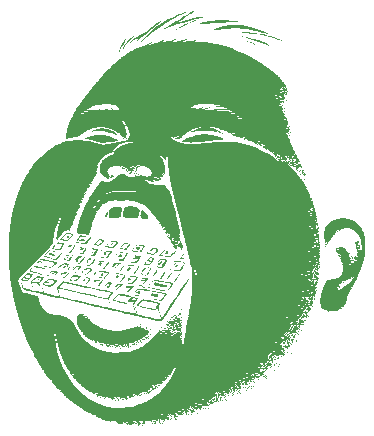
<source format=gbr>
%TF.GenerationSoftware,KiCad,Pcbnew,7.0.10-7.0.10~ubuntu22.04.1*%
%TF.CreationDate,2024-01-12T22:59:22+01:00*%
%TF.ProjectId,plate,706c6174-652e-46b6-9963-61645f706362,rev?*%
%TF.SameCoordinates,Original*%
%TF.FileFunction,Legend,Top*%
%TF.FilePolarity,Positive*%
%FSLAX46Y46*%
G04 Gerber Fmt 4.6, Leading zero omitted, Abs format (unit mm)*
G04 Created by KiCad (PCBNEW 7.0.10-7.0.10~ubuntu22.04.1) date 2024-01-12 22:59:22*
%MOMM*%
%LPD*%
G01*
G04 APERTURE LIST*
G04 APERTURE END LIST*
%TO.C,G\u002A\u002A\u002A*%
G36*
X138084692Y-78104385D02*
G01*
X138065154Y-78123923D01*
X138045616Y-78104385D01*
X138065154Y-78084846D01*
X138084692Y-78104385D01*
G37*
G36*
X138749000Y-78221616D02*
G01*
X138729462Y-78241154D01*
X138709923Y-78221616D01*
X138729462Y-78202077D01*
X138749000Y-78221616D01*
G37*
G36*
X141054539Y-73180692D02*
G01*
X141035000Y-73200231D01*
X141015462Y-73180692D01*
X141035000Y-73161154D01*
X141054539Y-73180692D01*
G37*
G36*
X141289000Y-73376077D02*
G01*
X141269462Y-73395616D01*
X141249923Y-73376077D01*
X141269462Y-73356539D01*
X141289000Y-73376077D01*
G37*
G36*
X141289000Y-73454231D02*
G01*
X141269462Y-73473769D01*
X141249923Y-73454231D01*
X141269462Y-73434692D01*
X141289000Y-73454231D01*
G37*
G36*
X141367154Y-73219769D02*
G01*
X141347616Y-73239308D01*
X141328077Y-73219769D01*
X141347616Y-73200231D01*
X141367154Y-73219769D01*
G37*
G36*
X142148692Y-71109616D02*
G01*
X142129154Y-71129154D01*
X142109616Y-71109616D01*
X142129154Y-71090077D01*
X142148692Y-71109616D01*
G37*
G36*
X142187769Y-80409923D02*
G01*
X142168231Y-80429462D01*
X142148692Y-80409923D01*
X142168231Y-80390385D01*
X142187769Y-80409923D01*
G37*
G36*
X142344077Y-86662231D02*
G01*
X142324539Y-86681769D01*
X142305000Y-86662231D01*
X142324539Y-86642692D01*
X142344077Y-86662231D01*
G37*
G36*
X142813000Y-82559154D02*
G01*
X142793462Y-82578692D01*
X142773923Y-82559154D01*
X142793462Y-82539616D01*
X142813000Y-82559154D01*
G37*
G36*
X142852077Y-87013923D02*
G01*
X142832539Y-87033462D01*
X142813000Y-87013923D01*
X142832539Y-86994385D01*
X142852077Y-87013923D01*
G37*
G36*
X142891154Y-82637308D02*
G01*
X142871616Y-82656846D01*
X142852077Y-82637308D01*
X142871616Y-82617769D01*
X142891154Y-82637308D01*
G37*
G36*
X142969308Y-75290846D02*
G01*
X142949769Y-75310385D01*
X142930231Y-75290846D01*
X142949769Y-75271308D01*
X142969308Y-75290846D01*
G37*
G36*
X142969308Y-87092077D02*
G01*
X142949769Y-87111616D01*
X142930231Y-87092077D01*
X142949769Y-87072539D01*
X142969308Y-87092077D01*
G37*
G36*
X143047462Y-82715462D02*
G01*
X143027923Y-82735000D01*
X143008385Y-82715462D01*
X143027923Y-82695923D01*
X143047462Y-82715462D01*
G37*
G36*
X143125616Y-87170231D02*
G01*
X143106077Y-87189769D01*
X143086539Y-87170231D01*
X143106077Y-87150692D01*
X143125616Y-87170231D01*
G37*
G36*
X143281923Y-87287462D02*
G01*
X143262385Y-87307000D01*
X143242846Y-87287462D01*
X143262385Y-87267923D01*
X143281923Y-87287462D01*
G37*
G36*
X143360077Y-87326539D02*
G01*
X143340539Y-87346077D01*
X143321000Y-87326539D01*
X143340539Y-87307000D01*
X143360077Y-87326539D01*
G37*
G36*
X143477308Y-82949923D02*
G01*
X143457769Y-82969462D01*
X143438231Y-82949923D01*
X143457769Y-82930385D01*
X143477308Y-82949923D01*
G37*
G36*
X143555462Y-87404692D02*
G01*
X143535923Y-87424231D01*
X143516385Y-87404692D01*
X143535923Y-87385154D01*
X143555462Y-87404692D01*
G37*
G36*
X143672692Y-83067154D02*
G01*
X143653154Y-83086692D01*
X143633616Y-83067154D01*
X143653154Y-83047616D01*
X143672692Y-83067154D01*
G37*
G36*
X143789923Y-83106231D02*
G01*
X143770385Y-83125769D01*
X143750846Y-83106231D01*
X143770385Y-83086692D01*
X143789923Y-83106231D01*
G37*
G36*
X143868077Y-82910846D02*
G01*
X143848539Y-82930385D01*
X143829000Y-82910846D01*
X143848539Y-82891308D01*
X143868077Y-82910846D01*
G37*
G36*
X143946231Y-87561000D02*
G01*
X143926692Y-87580539D01*
X143907154Y-87561000D01*
X143926692Y-87541462D01*
X143946231Y-87561000D01*
G37*
G36*
X144102539Y-87521923D02*
G01*
X144083000Y-87541462D01*
X144063462Y-87521923D01*
X144083000Y-87502385D01*
X144102539Y-87521923D01*
G37*
G36*
X144219769Y-68882231D02*
G01*
X144200231Y-68901769D01*
X144180692Y-68882231D01*
X144200231Y-68862692D01*
X144219769Y-68882231D01*
G37*
G36*
X144297923Y-87600077D02*
G01*
X144278385Y-87619616D01*
X144258846Y-87600077D01*
X144278385Y-87580539D01*
X144297923Y-87600077D01*
G37*
G36*
X144532385Y-83301616D02*
G01*
X144512846Y-83321154D01*
X144493308Y-83301616D01*
X144512846Y-83282077D01*
X144532385Y-83301616D01*
G37*
G36*
X144532385Y-87639154D02*
G01*
X144512846Y-87658692D01*
X144493308Y-87639154D01*
X144512846Y-87619616D01*
X144532385Y-87639154D01*
G37*
G36*
X144610539Y-83301616D02*
G01*
X144591000Y-83321154D01*
X144571462Y-83301616D01*
X144591000Y-83282077D01*
X144610539Y-83301616D01*
G37*
G36*
X144610539Y-87678231D02*
G01*
X144591000Y-87697769D01*
X144571462Y-87678231D01*
X144591000Y-87658692D01*
X144610539Y-87678231D01*
G37*
G36*
X144688692Y-87600077D02*
G01*
X144669154Y-87619616D01*
X144649616Y-87600077D01*
X144669154Y-87580539D01*
X144688692Y-87600077D01*
G37*
G36*
X144727769Y-68960385D02*
G01*
X144708231Y-68979923D01*
X144688692Y-68960385D01*
X144708231Y-68940846D01*
X144727769Y-68960385D01*
G37*
G36*
X144727769Y-87717308D02*
G01*
X144708231Y-87736846D01*
X144688692Y-87717308D01*
X144708231Y-87697769D01*
X144727769Y-87717308D01*
G37*
G36*
X144884077Y-83301616D02*
G01*
X144864539Y-83321154D01*
X144845000Y-83301616D01*
X144864539Y-83282077D01*
X144884077Y-83301616D01*
G37*
G36*
X144962231Y-87717308D02*
G01*
X144942692Y-87736846D01*
X144923154Y-87717308D01*
X144942692Y-87697769D01*
X144962231Y-87717308D01*
G37*
G36*
X145001308Y-77635462D02*
G01*
X144981769Y-77655000D01*
X144962231Y-77635462D01*
X144981769Y-77615923D01*
X145001308Y-77635462D01*
G37*
G36*
X145040385Y-83379769D02*
G01*
X145020846Y-83399308D01*
X145001308Y-83379769D01*
X145020846Y-83360231D01*
X145040385Y-83379769D01*
G37*
G36*
X145079462Y-87639154D02*
G01*
X145059923Y-87658692D01*
X145040385Y-87639154D01*
X145059923Y-87619616D01*
X145079462Y-87639154D01*
G37*
G36*
X145079462Y-87756385D02*
G01*
X145059923Y-87775923D01*
X145040385Y-87756385D01*
X145059923Y-87736846D01*
X145079462Y-87756385D01*
G37*
G36*
X145157616Y-83301616D02*
G01*
X145138077Y-83321154D01*
X145118539Y-83301616D01*
X145138077Y-83282077D01*
X145157616Y-83301616D01*
G37*
G36*
X145196692Y-83379769D02*
G01*
X145177154Y-83399308D01*
X145157616Y-83379769D01*
X145177154Y-83360231D01*
X145196692Y-83379769D01*
G37*
G36*
X145235769Y-87756385D02*
G01*
X145216231Y-87775923D01*
X145196692Y-87756385D01*
X145216231Y-87736846D01*
X145235769Y-87756385D01*
G37*
G36*
X145353000Y-87756385D02*
G01*
X145333462Y-87775923D01*
X145313923Y-87756385D01*
X145333462Y-87736846D01*
X145353000Y-87756385D01*
G37*
G36*
X145509308Y-83340692D02*
G01*
X145489769Y-83360231D01*
X145470231Y-83340692D01*
X145489769Y-83321154D01*
X145509308Y-83340692D01*
G37*
G36*
X145665616Y-65482539D02*
G01*
X145646077Y-65502077D01*
X145626539Y-65482539D01*
X145646077Y-65463000D01*
X145665616Y-65482539D01*
G37*
G36*
X145704692Y-83379769D02*
G01*
X145685154Y-83399308D01*
X145665616Y-83379769D01*
X145685154Y-83360231D01*
X145704692Y-83379769D01*
G37*
G36*
X145861000Y-87678231D02*
G01*
X145841462Y-87697769D01*
X145821923Y-87678231D01*
X145841462Y-87658692D01*
X145861000Y-87678231D01*
G37*
G36*
X145900077Y-68217923D02*
G01*
X145880539Y-68237462D01*
X145861000Y-68217923D01*
X145880539Y-68198385D01*
X145900077Y-68217923D01*
G37*
G36*
X145939154Y-68139769D02*
G01*
X145919616Y-68159308D01*
X145900077Y-68139769D01*
X145919616Y-68120231D01*
X145939154Y-68139769D01*
G37*
G36*
X146017308Y-65560692D02*
G01*
X145997769Y-65580231D01*
X145978231Y-65560692D01*
X145997769Y-65541154D01*
X146017308Y-65560692D01*
G37*
G36*
X146056385Y-65013616D02*
G01*
X146036846Y-65033154D01*
X146017308Y-65013616D01*
X146036846Y-64994077D01*
X146056385Y-65013616D01*
G37*
G36*
X146134539Y-68452385D02*
G01*
X146115000Y-68471923D01*
X146095462Y-68452385D01*
X146115000Y-68432846D01*
X146134539Y-68452385D01*
G37*
G36*
X146134539Y-68569616D02*
G01*
X146115000Y-68589154D01*
X146095462Y-68569616D01*
X146115000Y-68550077D01*
X146134539Y-68569616D01*
G37*
G36*
X146173616Y-87717308D02*
G01*
X146154077Y-87736846D01*
X146134539Y-87717308D01*
X146154077Y-87697769D01*
X146173616Y-87717308D01*
G37*
G36*
X146290846Y-68374231D02*
G01*
X146271308Y-68393769D01*
X146251769Y-68374231D01*
X146271308Y-68354692D01*
X146290846Y-68374231D01*
G37*
G36*
X146329923Y-87639154D02*
G01*
X146310385Y-87658692D01*
X146290846Y-87639154D01*
X146310385Y-87619616D01*
X146329923Y-87639154D01*
G37*
G36*
X146369000Y-68530539D02*
G01*
X146349462Y-68550077D01*
X146329923Y-68530539D01*
X146349462Y-68511000D01*
X146369000Y-68530539D01*
G37*
G36*
X146408077Y-68608692D02*
G01*
X146388539Y-68628231D01*
X146369000Y-68608692D01*
X146388539Y-68589154D01*
X146408077Y-68608692D01*
G37*
G36*
X146447154Y-68686846D02*
G01*
X146427616Y-68706385D01*
X146408077Y-68686846D01*
X146427616Y-68667308D01*
X146447154Y-68686846D01*
G37*
G36*
X146486231Y-68530539D02*
G01*
X146466692Y-68550077D01*
X146447154Y-68530539D01*
X146466692Y-68511000D01*
X146486231Y-68530539D01*
G37*
G36*
X146525308Y-68647769D02*
G01*
X146505769Y-68667308D01*
X146486231Y-68647769D01*
X146505769Y-68628231D01*
X146525308Y-68647769D01*
G37*
G36*
X146525308Y-68725923D02*
G01*
X146505769Y-68745462D01*
X146486231Y-68725923D01*
X146505769Y-68706385D01*
X146525308Y-68725923D01*
G37*
G36*
X146564385Y-68569616D02*
G01*
X146544846Y-68589154D01*
X146525308Y-68569616D01*
X146544846Y-68550077D01*
X146564385Y-68569616D01*
G37*
G36*
X146564385Y-83145308D02*
G01*
X146544846Y-83164846D01*
X146525308Y-83145308D01*
X146544846Y-83125769D01*
X146564385Y-83145308D01*
G37*
G36*
X146564385Y-83223462D02*
G01*
X146544846Y-83243000D01*
X146525308Y-83223462D01*
X146544846Y-83203923D01*
X146564385Y-83223462D01*
G37*
G36*
X146564385Y-89827462D02*
G01*
X146544846Y-89847000D01*
X146525308Y-89827462D01*
X146544846Y-89807923D01*
X146564385Y-89827462D01*
G37*
G36*
X146603462Y-68491462D02*
G01*
X146583923Y-68511000D01*
X146564385Y-68491462D01*
X146583923Y-68471923D01*
X146603462Y-68491462D01*
G37*
G36*
X146642539Y-83184385D02*
G01*
X146623000Y-83203923D01*
X146603462Y-83184385D01*
X146623000Y-83164846D01*
X146642539Y-83184385D01*
G37*
G36*
X146681616Y-68725923D02*
G01*
X146662077Y-68745462D01*
X146642539Y-68725923D01*
X146662077Y-68706385D01*
X146681616Y-68725923D01*
G37*
G36*
X146681616Y-89827462D02*
G01*
X146662077Y-89847000D01*
X146642539Y-89827462D01*
X146662077Y-89807923D01*
X146681616Y-89827462D01*
G37*
G36*
X146720692Y-68647769D02*
G01*
X146701154Y-68667308D01*
X146681616Y-68647769D01*
X146701154Y-68628231D01*
X146720692Y-68647769D01*
G37*
G36*
X146759769Y-83145308D02*
G01*
X146740231Y-83164846D01*
X146720692Y-83145308D01*
X146740231Y-83125769D01*
X146759769Y-83145308D01*
G37*
G36*
X146798846Y-82949923D02*
G01*
X146779308Y-82969462D01*
X146759769Y-82949923D01*
X146779308Y-82930385D01*
X146798846Y-82949923D01*
G37*
G36*
X146877000Y-68413308D02*
G01*
X146857462Y-68432846D01*
X146837923Y-68413308D01*
X146857462Y-68393769D01*
X146877000Y-68413308D01*
G37*
G36*
X146955154Y-68765000D02*
G01*
X146935616Y-68784539D01*
X146916077Y-68765000D01*
X146935616Y-68745462D01*
X146955154Y-68765000D01*
G37*
G36*
X147033308Y-68608692D02*
G01*
X147013769Y-68628231D01*
X146994231Y-68608692D01*
X147013769Y-68589154D01*
X147033308Y-68608692D01*
G37*
G36*
X147033308Y-83028077D02*
G01*
X147013769Y-83047616D01*
X146994231Y-83028077D01*
X147013769Y-83008539D01*
X147033308Y-83028077D01*
G37*
G36*
X147033308Y-89866539D02*
G01*
X147013769Y-89886077D01*
X146994231Y-89866539D01*
X147013769Y-89847000D01*
X147033308Y-89866539D01*
G37*
G36*
X147228692Y-81308692D02*
G01*
X147209154Y-81328231D01*
X147189616Y-81308692D01*
X147209154Y-81289154D01*
X147228692Y-81308692D01*
G37*
G36*
X147228692Y-82949923D02*
G01*
X147209154Y-82969462D01*
X147189616Y-82949923D01*
X147209154Y-82930385D01*
X147228692Y-82949923D01*
G37*
G36*
X147267769Y-82559154D02*
G01*
X147248231Y-82578692D01*
X147228692Y-82559154D01*
X147248231Y-82539616D01*
X147267769Y-82559154D01*
G37*
G36*
X147306846Y-81347769D02*
G01*
X147287308Y-81367308D01*
X147267769Y-81347769D01*
X147287308Y-81328231D01*
X147306846Y-81347769D01*
G37*
G36*
X147345923Y-81425923D02*
G01*
X147326385Y-81445462D01*
X147306846Y-81425923D01*
X147326385Y-81406385D01*
X147345923Y-81425923D01*
G37*
G36*
X147345923Y-81504077D02*
G01*
X147326385Y-81523616D01*
X147306846Y-81504077D01*
X147326385Y-81484539D01*
X147345923Y-81504077D01*
G37*
G36*
X147385000Y-77088385D02*
G01*
X147365462Y-77107923D01*
X147345923Y-77088385D01*
X147365462Y-77068846D01*
X147385000Y-77088385D01*
G37*
G36*
X147424077Y-81347769D02*
G01*
X147404539Y-81367308D01*
X147385000Y-81347769D01*
X147404539Y-81328231D01*
X147424077Y-81347769D01*
G37*
G36*
X147463154Y-81425923D02*
G01*
X147443616Y-81445462D01*
X147424077Y-81425923D01*
X147443616Y-81406385D01*
X147463154Y-81425923D01*
G37*
G36*
X147502231Y-82676385D02*
G01*
X147482692Y-82695923D01*
X147463154Y-82676385D01*
X147482692Y-82656846D01*
X147502231Y-82676385D01*
G37*
G36*
X147502231Y-82754539D02*
G01*
X147482692Y-82774077D01*
X147463154Y-82754539D01*
X147482692Y-82735000D01*
X147502231Y-82754539D01*
G37*
G36*
X147541308Y-81582231D02*
G01*
X147521769Y-81601769D01*
X147502231Y-81582231D01*
X147521769Y-81562692D01*
X147541308Y-81582231D01*
G37*
G36*
X147580385Y-82715462D02*
G01*
X147560846Y-82735000D01*
X147541308Y-82715462D01*
X147560846Y-82695923D01*
X147580385Y-82715462D01*
G37*
G36*
X147580385Y-89827462D02*
G01*
X147560846Y-89847000D01*
X147541308Y-89827462D01*
X147560846Y-89807923D01*
X147580385Y-89827462D01*
G37*
G36*
X147619462Y-81621308D02*
G01*
X147599923Y-81640846D01*
X147580385Y-81621308D01*
X147599923Y-81601769D01*
X147619462Y-81621308D01*
G37*
G36*
X147658539Y-81425923D02*
G01*
X147639000Y-81445462D01*
X147619462Y-81425923D01*
X147639000Y-81406385D01*
X147658539Y-81425923D01*
G37*
G36*
X147697616Y-82637308D02*
G01*
X147678077Y-82656846D01*
X147658539Y-82637308D01*
X147678077Y-82617769D01*
X147697616Y-82637308D01*
G37*
G36*
X147775769Y-81465000D02*
G01*
X147756231Y-81484539D01*
X147736692Y-81465000D01*
X147756231Y-81445462D01*
X147775769Y-81465000D01*
G37*
G36*
X147814846Y-81621308D02*
G01*
X147795308Y-81640846D01*
X147775769Y-81621308D01*
X147795308Y-81601769D01*
X147814846Y-81621308D01*
G37*
G36*
X147814846Y-81699462D02*
G01*
X147795308Y-81719000D01*
X147775769Y-81699462D01*
X147795308Y-81679923D01*
X147814846Y-81699462D01*
G37*
G36*
X147814846Y-82285616D02*
G01*
X147795308Y-82305154D01*
X147775769Y-82285616D01*
X147795308Y-82266077D01*
X147814846Y-82285616D01*
G37*
G36*
X147853923Y-89827462D02*
G01*
X147834385Y-89847000D01*
X147814846Y-89827462D01*
X147834385Y-89807923D01*
X147853923Y-89827462D01*
G37*
G36*
X147893000Y-81582231D02*
G01*
X147873462Y-81601769D01*
X147853923Y-81582231D01*
X147873462Y-81562692D01*
X147893000Y-81582231D01*
G37*
G36*
X147893000Y-82207462D02*
G01*
X147873462Y-82227000D01*
X147853923Y-82207462D01*
X147873462Y-82187923D01*
X147893000Y-82207462D01*
G37*
G36*
X148010231Y-81621308D02*
G01*
X147990692Y-81640846D01*
X147971154Y-81621308D01*
X147990692Y-81601769D01*
X148010231Y-81621308D01*
G37*
G36*
X148010231Y-82246539D02*
G01*
X147990692Y-82266077D01*
X147971154Y-82246539D01*
X147990692Y-82227000D01*
X148010231Y-82246539D01*
G37*
G36*
X148049308Y-81738539D02*
G01*
X148029769Y-81758077D01*
X148010231Y-81738539D01*
X148029769Y-81719000D01*
X148049308Y-81738539D01*
G37*
G36*
X148049308Y-81894846D02*
G01*
X148029769Y-81914385D01*
X148010231Y-81894846D01*
X148029769Y-81875308D01*
X148049308Y-81894846D01*
G37*
G36*
X148127462Y-81699462D02*
G01*
X148107923Y-81719000D01*
X148088385Y-81699462D01*
X148107923Y-81679923D01*
X148127462Y-81699462D01*
G37*
G36*
X148166539Y-89788385D02*
G01*
X148147000Y-89807923D01*
X148127462Y-89788385D01*
X148147000Y-89768846D01*
X148166539Y-89788385D01*
G37*
G36*
X148244692Y-81973000D02*
G01*
X148225154Y-81992539D01*
X148205616Y-81973000D01*
X148225154Y-81953462D01*
X148244692Y-81973000D01*
G37*
G36*
X148244692Y-86935769D02*
G01*
X148225154Y-86955308D01*
X148205616Y-86935769D01*
X148225154Y-86916231D01*
X148244692Y-86935769D01*
G37*
G36*
X148479154Y-77322846D02*
G01*
X148459616Y-77342385D01*
X148440077Y-77322846D01*
X148459616Y-77303308D01*
X148479154Y-77322846D01*
G37*
G36*
X148596385Y-89710231D02*
G01*
X148576846Y-89729769D01*
X148557308Y-89710231D01*
X148576846Y-89690692D01*
X148596385Y-89710231D01*
G37*
G36*
X148635462Y-81973000D02*
G01*
X148615923Y-81992539D01*
X148596385Y-81973000D01*
X148615923Y-81953462D01*
X148635462Y-81973000D01*
G37*
G36*
X148752692Y-77401000D02*
G01*
X148733154Y-77420539D01*
X148713616Y-77401000D01*
X148733154Y-77381462D01*
X148752692Y-77401000D01*
G37*
G36*
X148830846Y-89710231D02*
G01*
X148811308Y-89729769D01*
X148791769Y-89710231D01*
X148811308Y-89690692D01*
X148830846Y-89710231D01*
G37*
G36*
X148869923Y-81621308D02*
G01*
X148850385Y-81640846D01*
X148830846Y-81621308D01*
X148850385Y-81601769D01*
X148869923Y-81621308D01*
G37*
G36*
X149143462Y-81582231D02*
G01*
X149123923Y-81601769D01*
X149104385Y-81582231D01*
X149123923Y-81562692D01*
X149143462Y-81582231D01*
G37*
G36*
X149182539Y-68765000D02*
G01*
X149163000Y-68784539D01*
X149143462Y-68765000D01*
X149163000Y-68745462D01*
X149182539Y-68765000D01*
G37*
G36*
X149182539Y-73376077D02*
G01*
X149163000Y-73395616D01*
X149143462Y-73376077D01*
X149163000Y-73356539D01*
X149182539Y-73376077D01*
G37*
G36*
X149182539Y-81504077D02*
G01*
X149163000Y-81523616D01*
X149143462Y-81504077D01*
X149163000Y-81484539D01*
X149182539Y-81504077D01*
G37*
G36*
X149182539Y-89671154D02*
G01*
X149163000Y-89690692D01*
X149143462Y-89671154D01*
X149163000Y-89651616D01*
X149182539Y-89671154D01*
G37*
G36*
X149338846Y-81191462D02*
G01*
X149319308Y-81211000D01*
X149299769Y-81191462D01*
X149319308Y-81171923D01*
X149338846Y-81191462D01*
G37*
G36*
X149338846Y-81386846D02*
G01*
X149319308Y-81406385D01*
X149299769Y-81386846D01*
X149319308Y-81367308D01*
X149338846Y-81386846D01*
G37*
G36*
X149338846Y-81543154D02*
G01*
X149319308Y-81562692D01*
X149299769Y-81543154D01*
X149319308Y-81523616D01*
X149338846Y-81543154D01*
G37*
G36*
X149534231Y-80996077D02*
G01*
X149514692Y-81015616D01*
X149495154Y-80996077D01*
X149514692Y-80976539D01*
X149534231Y-80996077D01*
G37*
G36*
X149534231Y-89553923D02*
G01*
X149514692Y-89573462D01*
X149495154Y-89553923D01*
X149514692Y-89534385D01*
X149534231Y-89553923D01*
G37*
G36*
X149573308Y-80917923D02*
G01*
X149553769Y-80937462D01*
X149534231Y-80917923D01*
X149553769Y-80898385D01*
X149573308Y-80917923D01*
G37*
G36*
X149573308Y-89632077D02*
G01*
X149553769Y-89651616D01*
X149534231Y-89632077D01*
X149553769Y-89612539D01*
X149573308Y-89632077D01*
G37*
G36*
X149651462Y-80878846D02*
G01*
X149631923Y-80898385D01*
X149612385Y-80878846D01*
X149631923Y-80859308D01*
X149651462Y-80878846D01*
G37*
G36*
X149846846Y-80957000D02*
G01*
X149827308Y-80976539D01*
X149807769Y-80957000D01*
X149827308Y-80937462D01*
X149846846Y-80957000D01*
G37*
G36*
X149885923Y-80605308D02*
G01*
X149866385Y-80624846D01*
X149846846Y-80605308D01*
X149866385Y-80585769D01*
X149885923Y-80605308D01*
G37*
G36*
X149925000Y-89475769D02*
G01*
X149905462Y-89495308D01*
X149885923Y-89475769D01*
X149905462Y-89456231D01*
X149925000Y-89475769D01*
G37*
G36*
X149964077Y-80488077D02*
G01*
X149944539Y-80507616D01*
X149925000Y-80488077D01*
X149944539Y-80468539D01*
X149964077Y-80488077D01*
G37*
G36*
X150042231Y-65560692D02*
G01*
X150022692Y-65580231D01*
X150003154Y-65560692D01*
X150022692Y-65541154D01*
X150042231Y-65560692D01*
G37*
G36*
X150042231Y-80409923D02*
G01*
X150022692Y-80429462D01*
X150003154Y-80409923D01*
X150022692Y-80390385D01*
X150042231Y-80409923D01*
G37*
G36*
X150081308Y-82246539D02*
G01*
X150061769Y-82266077D01*
X150042231Y-82246539D01*
X150061769Y-82227000D01*
X150081308Y-82246539D01*
G37*
G36*
X150081308Y-89514846D02*
G01*
X150061769Y-89534385D01*
X150042231Y-89514846D01*
X150061769Y-89495308D01*
X150081308Y-89514846D01*
G37*
G36*
X150120385Y-80331769D02*
G01*
X150100846Y-80351308D01*
X150081308Y-80331769D01*
X150100846Y-80312231D01*
X150120385Y-80331769D01*
G37*
G36*
X150159462Y-74392077D02*
G01*
X150139923Y-74411616D01*
X150120385Y-74392077D01*
X150139923Y-74372539D01*
X150159462Y-74392077D01*
G37*
G36*
X150159462Y-89358539D02*
G01*
X150139923Y-89378077D01*
X150120385Y-89358539D01*
X150139923Y-89339000D01*
X150159462Y-89358539D01*
G37*
G36*
X150198539Y-89475769D02*
G01*
X150179000Y-89495308D01*
X150159462Y-89475769D01*
X150179000Y-89456231D01*
X150198539Y-89475769D01*
G37*
G36*
X150237616Y-80409923D02*
G01*
X150218077Y-80429462D01*
X150198539Y-80409923D01*
X150218077Y-80390385D01*
X150237616Y-80409923D01*
G37*
G36*
X150276692Y-56338539D02*
G01*
X150257154Y-56358077D01*
X150237616Y-56338539D01*
X150257154Y-56319000D01*
X150276692Y-56338539D01*
G37*
G36*
X150276692Y-80527154D02*
G01*
X150257154Y-80546692D01*
X150237616Y-80527154D01*
X150257154Y-80507616D01*
X150276692Y-80527154D01*
G37*
G36*
X150276692Y-89358539D02*
G01*
X150257154Y-89378077D01*
X150237616Y-89358539D01*
X150257154Y-89339000D01*
X150276692Y-89358539D01*
G37*
G36*
X150315769Y-80253616D02*
G01*
X150296231Y-80273154D01*
X150276692Y-80253616D01*
X150296231Y-80234077D01*
X150315769Y-80253616D01*
G37*
G36*
X150315769Y-80331769D02*
G01*
X150296231Y-80351308D01*
X150276692Y-80331769D01*
X150296231Y-80312231D01*
X150315769Y-80331769D01*
G37*
G36*
X150354846Y-74939154D02*
G01*
X150335308Y-74958692D01*
X150315769Y-74939154D01*
X150335308Y-74919616D01*
X150354846Y-74939154D01*
G37*
G36*
X150393923Y-89319462D02*
G01*
X150374385Y-89339000D01*
X150354846Y-89319462D01*
X150374385Y-89299923D01*
X150393923Y-89319462D01*
G37*
G36*
X150472077Y-80644385D02*
G01*
X150452539Y-80663923D01*
X150433000Y-80644385D01*
X150452539Y-80624846D01*
X150472077Y-80644385D01*
G37*
G36*
X150511154Y-79941000D02*
G01*
X150491616Y-79960539D01*
X150472077Y-79941000D01*
X150491616Y-79921462D01*
X150511154Y-79941000D01*
G37*
G36*
X150511154Y-80566231D02*
G01*
X150491616Y-80585769D01*
X150472077Y-80566231D01*
X150491616Y-80546692D01*
X150511154Y-80566231D01*
G37*
G36*
X150550231Y-89319462D02*
G01*
X150530692Y-89339000D01*
X150511154Y-89319462D01*
X150530692Y-89299923D01*
X150550231Y-89319462D01*
G37*
G36*
X150628385Y-79823769D02*
G01*
X150608846Y-79843308D01*
X150589308Y-79823769D01*
X150608846Y-79804231D01*
X150628385Y-79823769D01*
G37*
G36*
X150628385Y-79941000D02*
G01*
X150608846Y-79960539D01*
X150589308Y-79941000D01*
X150608846Y-79921462D01*
X150628385Y-79941000D01*
G37*
G36*
X150706539Y-74313923D02*
G01*
X150687000Y-74333462D01*
X150667462Y-74313923D01*
X150687000Y-74294385D01*
X150706539Y-74313923D01*
G37*
G36*
X150706539Y-79784692D02*
G01*
X150687000Y-79804231D01*
X150667462Y-79784692D01*
X150687000Y-79765154D01*
X150706539Y-79784692D01*
G37*
G36*
X150706539Y-79901923D02*
G01*
X150687000Y-79921462D01*
X150667462Y-79901923D01*
X150687000Y-79882385D01*
X150706539Y-79901923D01*
G37*
G36*
X150706539Y-81230539D02*
G01*
X150687000Y-81250077D01*
X150667462Y-81230539D01*
X150687000Y-81211000D01*
X150706539Y-81230539D01*
G37*
G36*
X150745616Y-80136385D02*
G01*
X150726077Y-80155923D01*
X150706539Y-80136385D01*
X150726077Y-80116846D01*
X150745616Y-80136385D01*
G37*
G36*
X150745616Y-81425923D02*
G01*
X150726077Y-81445462D01*
X150706539Y-81425923D01*
X150726077Y-81406385D01*
X150745616Y-81425923D01*
G37*
G36*
X150784692Y-74978231D02*
G01*
X150765154Y-74997769D01*
X150745616Y-74978231D01*
X150765154Y-74958692D01*
X150784692Y-74978231D01*
G37*
G36*
X150784692Y-89202231D02*
G01*
X150765154Y-89221769D01*
X150745616Y-89202231D01*
X150765154Y-89182692D01*
X150784692Y-89202231D01*
G37*
G36*
X150823769Y-74861000D02*
G01*
X150804231Y-74880539D01*
X150784692Y-74861000D01*
X150804231Y-74841462D01*
X150823769Y-74861000D01*
G37*
G36*
X150862846Y-74978231D02*
G01*
X150843308Y-74997769D01*
X150823769Y-74978231D01*
X150843308Y-74958692D01*
X150862846Y-74978231D01*
G37*
G36*
X150941000Y-89202231D02*
G01*
X150921462Y-89221769D01*
X150901923Y-89202231D01*
X150921462Y-89182692D01*
X150941000Y-89202231D01*
G37*
G36*
X151097308Y-89241308D02*
G01*
X151077769Y-89260846D01*
X151058231Y-89241308D01*
X151077769Y-89221769D01*
X151097308Y-89241308D01*
G37*
G36*
X151488077Y-63137923D02*
G01*
X151468539Y-63157462D01*
X151449000Y-63137923D01*
X151468539Y-63118385D01*
X151488077Y-63137923D01*
G37*
G36*
X151527154Y-89085000D02*
G01*
X151507616Y-89104539D01*
X151488077Y-89085000D01*
X151507616Y-89065462D01*
X151527154Y-89085000D01*
G37*
G36*
X151566231Y-62942539D02*
G01*
X151546692Y-62962077D01*
X151527154Y-62942539D01*
X151546692Y-62923000D01*
X151566231Y-62942539D01*
G37*
G36*
X151644385Y-89006846D02*
G01*
X151624846Y-89026385D01*
X151605308Y-89006846D01*
X151624846Y-88987308D01*
X151644385Y-89006846D01*
G37*
G36*
X151917923Y-88889616D02*
G01*
X151898385Y-88909154D01*
X151878846Y-88889616D01*
X151898385Y-88870077D01*
X151917923Y-88889616D01*
G37*
G36*
X151996077Y-62942539D02*
G01*
X151976539Y-62962077D01*
X151957000Y-62942539D01*
X151976539Y-62923000D01*
X151996077Y-62942539D01*
G37*
G36*
X152152385Y-88811462D02*
G01*
X152132846Y-88831000D01*
X152113308Y-88811462D01*
X152132846Y-88791923D01*
X152152385Y-88811462D01*
G37*
G36*
X152230539Y-88772385D02*
G01*
X152211000Y-88791923D01*
X152191462Y-88772385D01*
X152211000Y-88752846D01*
X152230539Y-88772385D01*
G37*
G36*
X152308692Y-88616077D02*
G01*
X152289154Y-88635616D01*
X152269616Y-88616077D01*
X152289154Y-88596539D01*
X152308692Y-88616077D01*
G37*
G36*
X152386846Y-88498846D02*
G01*
X152367308Y-88518385D01*
X152347769Y-88498846D01*
X152367308Y-88479308D01*
X152386846Y-88498846D01*
G37*
G36*
X152465000Y-88733308D02*
G01*
X152445462Y-88752846D01*
X152425923Y-88733308D01*
X152445462Y-88713769D01*
X152465000Y-88733308D01*
G37*
G36*
X152582231Y-88694231D02*
G01*
X152562692Y-88713769D01*
X152543154Y-88694231D01*
X152562692Y-88674692D01*
X152582231Y-88694231D01*
G37*
G36*
X152621308Y-88498846D02*
G01*
X152601769Y-88518385D01*
X152582231Y-88498846D01*
X152601769Y-88479308D01*
X152621308Y-88498846D01*
G37*
G36*
X152660385Y-88577000D02*
G01*
X152640846Y-88596539D01*
X152621308Y-88577000D01*
X152640846Y-88557462D01*
X152660385Y-88577000D01*
G37*
G36*
X152973000Y-88420692D02*
G01*
X152953462Y-88440231D01*
X152933923Y-88420692D01*
X152953462Y-88401154D01*
X152973000Y-88420692D01*
G37*
G36*
X153012077Y-88498846D02*
G01*
X152992539Y-88518385D01*
X152973000Y-88498846D01*
X152992539Y-88479308D01*
X153012077Y-88498846D01*
G37*
G36*
X153090231Y-88420692D02*
G01*
X153070692Y-88440231D01*
X153051154Y-88420692D01*
X153070692Y-88401154D01*
X153090231Y-88420692D01*
G37*
G36*
X153285616Y-88225308D02*
G01*
X153266077Y-88244846D01*
X153246539Y-88225308D01*
X153266077Y-88205769D01*
X153285616Y-88225308D01*
G37*
G36*
X153402846Y-88147154D02*
G01*
X153383308Y-88166692D01*
X153363769Y-88147154D01*
X153383308Y-88127616D01*
X153402846Y-88147154D01*
G37*
G36*
X153520077Y-88147154D02*
G01*
X153500539Y-88166692D01*
X153481000Y-88147154D01*
X153500539Y-88127616D01*
X153520077Y-88147154D01*
G37*
G36*
X153637308Y-88108077D02*
G01*
X153617769Y-88127616D01*
X153598231Y-88108077D01*
X153617769Y-88088539D01*
X153637308Y-88108077D01*
G37*
G36*
X153754539Y-88108077D02*
G01*
X153735000Y-88127616D01*
X153715462Y-88108077D01*
X153735000Y-88088539D01*
X153754539Y-88108077D01*
G37*
G36*
X153832692Y-87951769D02*
G01*
X153813154Y-87971308D01*
X153793616Y-87951769D01*
X153813154Y-87932231D01*
X153832692Y-87951769D01*
G37*
G36*
X154223462Y-87521923D02*
G01*
X154203923Y-87541462D01*
X154184385Y-87521923D01*
X154203923Y-87502385D01*
X154223462Y-87521923D01*
G37*
G36*
X154262539Y-87834539D02*
G01*
X154243000Y-87854077D01*
X154223462Y-87834539D01*
X154243000Y-87815000D01*
X154262539Y-87834539D01*
G37*
G36*
X154301616Y-65248077D02*
G01*
X154282077Y-65267616D01*
X154262539Y-65248077D01*
X154282077Y-65228539D01*
X154301616Y-65248077D01*
G37*
G36*
X154379769Y-64935462D02*
G01*
X154360231Y-64955000D01*
X154340692Y-64935462D01*
X154360231Y-64915923D01*
X154379769Y-64935462D01*
G37*
G36*
X154379769Y-87834539D02*
G01*
X154360231Y-87854077D01*
X154340692Y-87834539D01*
X154360231Y-87815000D01*
X154379769Y-87834539D01*
G37*
G36*
X154457923Y-65326231D02*
G01*
X154438385Y-65345769D01*
X154418846Y-65326231D01*
X154438385Y-65306692D01*
X154457923Y-65326231D01*
G37*
G36*
X154497000Y-87756385D02*
G01*
X154477462Y-87775923D01*
X154457923Y-87756385D01*
X154477462Y-87736846D01*
X154497000Y-87756385D01*
G37*
G36*
X154536077Y-65287154D02*
G01*
X154516539Y-65306692D01*
X154497000Y-65287154D01*
X154516539Y-65267616D01*
X154536077Y-65287154D01*
G37*
G36*
X154536077Y-87521923D02*
G01*
X154516539Y-87541462D01*
X154497000Y-87521923D01*
X154516539Y-87502385D01*
X154536077Y-87521923D01*
G37*
G36*
X154575154Y-87600077D02*
G01*
X154555616Y-87619616D01*
X154536077Y-87600077D01*
X154555616Y-87580539D01*
X154575154Y-87600077D01*
G37*
G36*
X154653308Y-87482846D02*
G01*
X154633769Y-87502385D01*
X154614231Y-87482846D01*
X154633769Y-87463308D01*
X154653308Y-87482846D01*
G37*
G36*
X154692385Y-87561000D02*
G01*
X154672846Y-87580539D01*
X154653308Y-87561000D01*
X154672846Y-87541462D01*
X154692385Y-87561000D01*
G37*
G36*
X154692385Y-87678231D02*
G01*
X154672846Y-87697769D01*
X154653308Y-87678231D01*
X154672846Y-87658692D01*
X154692385Y-87678231D01*
G37*
G36*
X154848692Y-87678231D02*
G01*
X154829154Y-87697769D01*
X154809616Y-87678231D01*
X154829154Y-87658692D01*
X154848692Y-87678231D01*
G37*
G36*
X154926846Y-87521923D02*
G01*
X154907308Y-87541462D01*
X154887769Y-87521923D01*
X154907308Y-87502385D01*
X154926846Y-87521923D01*
G37*
G36*
X155044077Y-87443769D02*
G01*
X155024539Y-87463308D01*
X155005000Y-87443769D01*
X155024539Y-87424231D01*
X155044077Y-87443769D01*
G37*
G36*
X155044077Y-87639154D02*
G01*
X155024539Y-87658692D01*
X155005000Y-87639154D01*
X155024539Y-87619616D01*
X155044077Y-87639154D01*
G37*
G36*
X155122231Y-87561000D02*
G01*
X155102692Y-87580539D01*
X155083154Y-87561000D01*
X155102692Y-87541462D01*
X155122231Y-87561000D01*
G37*
G36*
X155200385Y-87170231D02*
G01*
X155180846Y-87189769D01*
X155161308Y-87170231D01*
X155180846Y-87150692D01*
X155200385Y-87170231D01*
G37*
G36*
X155317616Y-87053000D02*
G01*
X155298077Y-87072539D01*
X155278539Y-87053000D01*
X155298077Y-87033462D01*
X155317616Y-87053000D01*
G37*
G36*
X155356692Y-87287462D02*
G01*
X155337154Y-87307000D01*
X155317616Y-87287462D01*
X155337154Y-87267923D01*
X155356692Y-87287462D01*
G37*
G36*
X155395769Y-87013923D02*
G01*
X155376231Y-87033462D01*
X155356692Y-87013923D01*
X155376231Y-86994385D01*
X155395769Y-87013923D01*
G37*
G36*
X155434846Y-87365616D02*
G01*
X155415308Y-87385154D01*
X155395769Y-87365616D01*
X155415308Y-87346077D01*
X155434846Y-87365616D01*
G37*
G36*
X155473923Y-87248385D02*
G01*
X155454385Y-87267923D01*
X155434846Y-87248385D01*
X155454385Y-87228846D01*
X155473923Y-87248385D01*
G37*
G36*
X155552077Y-87209308D02*
G01*
X155532539Y-87228846D01*
X155513000Y-87209308D01*
X155532539Y-87189769D01*
X155552077Y-87209308D01*
G37*
G36*
X155591154Y-87287462D02*
G01*
X155571616Y-87307000D01*
X155552077Y-87287462D01*
X155571616Y-87267923D01*
X155591154Y-87287462D01*
G37*
G36*
X155708385Y-86974846D02*
G01*
X155688846Y-86994385D01*
X155669308Y-86974846D01*
X155688846Y-86955308D01*
X155708385Y-86974846D01*
G37*
G36*
X155786539Y-87053000D02*
G01*
X155767000Y-87072539D01*
X155747462Y-87053000D01*
X155767000Y-87033462D01*
X155786539Y-87053000D01*
G37*
G36*
X155786539Y-87209308D02*
G01*
X155767000Y-87228846D01*
X155747462Y-87209308D01*
X155767000Y-87189769D01*
X155786539Y-87209308D01*
G37*
G36*
X155903769Y-87131154D02*
G01*
X155884231Y-87150692D01*
X155864692Y-87131154D01*
X155884231Y-87111616D01*
X155903769Y-87131154D01*
G37*
G36*
X156060077Y-86935769D02*
G01*
X156040539Y-86955308D01*
X156021000Y-86935769D01*
X156040539Y-86916231D01*
X156060077Y-86935769D01*
G37*
G36*
X156177308Y-86584077D02*
G01*
X156157769Y-86603616D01*
X156138231Y-86584077D01*
X156157769Y-86564539D01*
X156177308Y-86584077D01*
G37*
G36*
X156177308Y-86896692D02*
G01*
X156157769Y-86916231D01*
X156138231Y-86896692D01*
X156157769Y-86877154D01*
X156177308Y-86896692D01*
G37*
G36*
X156216385Y-86974846D02*
G01*
X156196846Y-86994385D01*
X156177308Y-86974846D01*
X156196846Y-86955308D01*
X156216385Y-86974846D01*
G37*
G36*
X156411769Y-86857616D02*
G01*
X156392231Y-86877154D01*
X156372692Y-86857616D01*
X156392231Y-86838077D01*
X156411769Y-86857616D01*
G37*
G36*
X156529000Y-65873308D02*
G01*
X156509462Y-65892846D01*
X156489923Y-65873308D01*
X156509462Y-65853769D01*
X156529000Y-65873308D01*
G37*
G36*
X156568077Y-86662231D02*
G01*
X156548539Y-86681769D01*
X156529000Y-86662231D01*
X156548539Y-86642692D01*
X156568077Y-86662231D01*
G37*
G36*
X156607154Y-86740385D02*
G01*
X156587616Y-86759923D01*
X156568077Y-86740385D01*
X156587616Y-86720846D01*
X156607154Y-86740385D01*
G37*
G36*
X156646231Y-86388692D02*
G01*
X156626692Y-86408231D01*
X156607154Y-86388692D01*
X156626692Y-86369154D01*
X156646231Y-86388692D01*
G37*
G36*
X156685308Y-86466846D02*
G01*
X156665769Y-86486385D01*
X156646231Y-86466846D01*
X156665769Y-86447308D01*
X156685308Y-86466846D01*
G37*
G36*
X156685308Y-86623154D02*
G01*
X156665769Y-86642692D01*
X156646231Y-86623154D01*
X156665769Y-86603616D01*
X156685308Y-86623154D01*
G37*
G36*
X156685308Y-86857616D02*
G01*
X156665769Y-86877154D01*
X156646231Y-86857616D01*
X156665769Y-86838077D01*
X156685308Y-86857616D01*
G37*
G36*
X156724385Y-65951462D02*
G01*
X156704846Y-65971000D01*
X156685308Y-65951462D01*
X156704846Y-65931923D01*
X156724385Y-65951462D01*
G37*
G36*
X156880692Y-86115154D02*
G01*
X156861154Y-86134692D01*
X156841616Y-86115154D01*
X156861154Y-86095616D01*
X156880692Y-86115154D01*
G37*
G36*
X156919769Y-86505923D02*
G01*
X156900231Y-86525462D01*
X156880692Y-86505923D01*
X156900231Y-86486385D01*
X156919769Y-86505923D01*
G37*
G36*
X156958846Y-86037000D02*
G01*
X156939308Y-86056539D01*
X156919769Y-86037000D01*
X156939308Y-86017462D01*
X156958846Y-86037000D01*
G37*
G36*
X156997923Y-86310539D02*
G01*
X156978385Y-86330077D01*
X156958846Y-86310539D01*
X156978385Y-86291000D01*
X156997923Y-86310539D01*
G37*
G36*
X157115154Y-86271462D02*
G01*
X157095616Y-86291000D01*
X157076077Y-86271462D01*
X157095616Y-86251923D01*
X157115154Y-86271462D01*
G37*
G36*
X157154231Y-86349616D02*
G01*
X157134692Y-86369154D01*
X157115154Y-86349616D01*
X157134692Y-86330077D01*
X157154231Y-86349616D01*
G37*
G36*
X157154231Y-86584077D02*
G01*
X157134692Y-86603616D01*
X157115154Y-86584077D01*
X157134692Y-86564539D01*
X157154231Y-86584077D01*
G37*
G36*
X157193308Y-66146846D02*
G01*
X157173769Y-66166385D01*
X157154231Y-66146846D01*
X157173769Y-66127308D01*
X157193308Y-66146846D01*
G37*
G36*
X157271462Y-66185923D02*
G01*
X157251923Y-66205462D01*
X157232385Y-66185923D01*
X157251923Y-66166385D01*
X157271462Y-66185923D01*
G37*
G36*
X157271462Y-86076077D02*
G01*
X157251923Y-86095616D01*
X157232385Y-86076077D01*
X157251923Y-86056539D01*
X157271462Y-86076077D01*
G37*
G36*
X157349616Y-86271462D02*
G01*
X157330077Y-86291000D01*
X157310539Y-86271462D01*
X157330077Y-86251923D01*
X157349616Y-86271462D01*
G37*
G36*
X157505923Y-86193308D02*
G01*
X157486385Y-86212846D01*
X157466846Y-86193308D01*
X157486385Y-86173769D01*
X157505923Y-86193308D01*
G37*
G36*
X157545000Y-86076077D02*
G01*
X157525462Y-86095616D01*
X157505923Y-86076077D01*
X157525462Y-86056539D01*
X157545000Y-86076077D01*
G37*
G36*
X157623154Y-85724385D02*
G01*
X157603616Y-85743923D01*
X157584077Y-85724385D01*
X157603616Y-85704846D01*
X157623154Y-85724385D01*
G37*
G36*
X157623154Y-85997923D02*
G01*
X157603616Y-86017462D01*
X157584077Y-85997923D01*
X157603616Y-85978385D01*
X157623154Y-85997923D01*
G37*
G36*
X157701308Y-85724385D02*
G01*
X157681769Y-85743923D01*
X157662231Y-85724385D01*
X157681769Y-85704846D01*
X157701308Y-85724385D01*
G37*
G36*
X157740385Y-85529000D02*
G01*
X157720846Y-85548539D01*
X157701308Y-85529000D01*
X157720846Y-85509462D01*
X157740385Y-85529000D01*
G37*
G36*
X157740385Y-85958846D02*
G01*
X157720846Y-85978385D01*
X157701308Y-85958846D01*
X157720846Y-85939308D01*
X157740385Y-85958846D01*
G37*
G36*
X157779462Y-86037000D02*
G01*
X157759923Y-86056539D01*
X157740385Y-86037000D01*
X157759923Y-86017462D01*
X157779462Y-86037000D01*
G37*
G36*
X157857616Y-85489923D02*
G01*
X157838077Y-85509462D01*
X157818539Y-85489923D01*
X157838077Y-85470385D01*
X157857616Y-85489923D01*
G37*
G36*
X157896692Y-66498539D02*
G01*
X157877154Y-66518077D01*
X157857616Y-66498539D01*
X157877154Y-66479000D01*
X157896692Y-66498539D01*
G37*
G36*
X157896692Y-85724385D02*
G01*
X157877154Y-85743923D01*
X157857616Y-85724385D01*
X157877154Y-85704846D01*
X157896692Y-85724385D01*
G37*
G36*
X157896692Y-85880692D02*
G01*
X157877154Y-85900231D01*
X157857616Y-85880692D01*
X157877154Y-85861154D01*
X157896692Y-85880692D01*
G37*
G36*
X157935769Y-85411769D02*
G01*
X157916231Y-85431308D01*
X157896692Y-85411769D01*
X157916231Y-85392231D01*
X157935769Y-85411769D01*
G37*
G36*
X157935769Y-85607154D02*
G01*
X157916231Y-85626692D01*
X157896692Y-85607154D01*
X157916231Y-85587616D01*
X157935769Y-85607154D01*
G37*
G36*
X157974846Y-66537616D02*
G01*
X157955308Y-66557154D01*
X157935769Y-66537616D01*
X157955308Y-66518077D01*
X157974846Y-66537616D01*
G37*
G36*
X158013923Y-85450846D02*
G01*
X157994385Y-85470385D01*
X157974846Y-85450846D01*
X157994385Y-85431308D01*
X158013923Y-85450846D01*
G37*
G36*
X158053000Y-85646231D02*
G01*
X158033462Y-85665769D01*
X158013923Y-85646231D01*
X158033462Y-85626692D01*
X158053000Y-85646231D01*
G37*
G36*
X158092077Y-84942846D02*
G01*
X158072539Y-84962385D01*
X158053000Y-84942846D01*
X158072539Y-84923308D01*
X158092077Y-84942846D01*
G37*
G36*
X158131154Y-85489923D02*
G01*
X158111616Y-85509462D01*
X158092077Y-85489923D01*
X158111616Y-85470385D01*
X158131154Y-85489923D01*
G37*
G36*
X158170231Y-85411769D02*
G01*
X158150692Y-85431308D01*
X158131154Y-85411769D01*
X158150692Y-85392231D01*
X158170231Y-85411769D01*
G37*
G36*
X158170231Y-85607154D02*
G01*
X158150692Y-85626692D01*
X158131154Y-85607154D01*
X158150692Y-85587616D01*
X158170231Y-85607154D01*
G37*
G36*
X158248385Y-85294539D02*
G01*
X158228846Y-85314077D01*
X158209308Y-85294539D01*
X158228846Y-85275000D01*
X158248385Y-85294539D01*
G37*
G36*
X158287462Y-85138231D02*
G01*
X158267923Y-85157769D01*
X158248385Y-85138231D01*
X158267923Y-85118692D01*
X158287462Y-85138231D01*
G37*
G36*
X158326539Y-85411769D02*
G01*
X158307000Y-85431308D01*
X158287462Y-85411769D01*
X158307000Y-85392231D01*
X158326539Y-85411769D01*
G37*
G36*
X158365616Y-85021000D02*
G01*
X158346077Y-85040539D01*
X158326539Y-85021000D01*
X158346077Y-85001462D01*
X158365616Y-85021000D01*
G37*
G36*
X158404692Y-85099154D02*
G01*
X158385154Y-85118692D01*
X158365616Y-85099154D01*
X158385154Y-85079616D01*
X158404692Y-85099154D01*
G37*
G36*
X158443769Y-85177308D02*
G01*
X158424231Y-85196846D01*
X158404692Y-85177308D01*
X158424231Y-85157769D01*
X158443769Y-85177308D01*
G37*
G36*
X158561000Y-85216385D02*
G01*
X158541462Y-85235923D01*
X158521923Y-85216385D01*
X158541462Y-85196846D01*
X158561000Y-85216385D01*
G37*
G36*
X158717308Y-84942846D02*
G01*
X158697769Y-84962385D01*
X158678231Y-84942846D01*
X158697769Y-84923308D01*
X158717308Y-84942846D01*
G37*
G36*
X158717308Y-85060077D02*
G01*
X158697769Y-85079616D01*
X158678231Y-85060077D01*
X158697769Y-85040539D01*
X158717308Y-85060077D01*
G37*
G36*
X158756385Y-84786539D02*
G01*
X158736846Y-84806077D01*
X158717308Y-84786539D01*
X158736846Y-84767000D01*
X158756385Y-84786539D01*
G37*
G36*
X158834539Y-84981923D02*
G01*
X158815000Y-85001462D01*
X158795462Y-84981923D01*
X158815000Y-84962385D01*
X158834539Y-84981923D01*
G37*
G36*
X158873616Y-84552077D02*
G01*
X158854077Y-84571616D01*
X158834539Y-84552077D01*
X158854077Y-84532539D01*
X158873616Y-84552077D01*
G37*
G36*
X158912692Y-84864692D02*
G01*
X158893154Y-84884231D01*
X158873616Y-84864692D01*
X158893154Y-84845154D01*
X158912692Y-84864692D01*
G37*
G36*
X158951769Y-84630231D02*
G01*
X158932231Y-84649769D01*
X158912692Y-84630231D01*
X158932231Y-84610692D01*
X158951769Y-84630231D01*
G37*
G36*
X158951769Y-84981923D02*
G01*
X158932231Y-85001462D01*
X158912692Y-84981923D01*
X158932231Y-84962385D01*
X158951769Y-84981923D01*
G37*
G36*
X158990846Y-84708385D02*
G01*
X158971308Y-84727923D01*
X158951769Y-84708385D01*
X158971308Y-84688846D01*
X158990846Y-84708385D01*
G37*
G36*
X159029923Y-84552077D02*
G01*
X159010385Y-84571616D01*
X158990846Y-84552077D01*
X159010385Y-84532539D01*
X159029923Y-84552077D01*
G37*
G36*
X159069000Y-84395769D02*
G01*
X159049462Y-84415308D01*
X159029923Y-84395769D01*
X159049462Y-84376231D01*
X159069000Y-84395769D01*
G37*
G36*
X159108077Y-84513000D02*
G01*
X159088539Y-84532539D01*
X159069000Y-84513000D01*
X159088539Y-84493462D01*
X159108077Y-84513000D01*
G37*
G36*
X159108077Y-84669308D02*
G01*
X159088539Y-84688846D01*
X159069000Y-84669308D01*
X159088539Y-84649769D01*
X159108077Y-84669308D01*
G37*
G36*
X159147154Y-84161308D02*
G01*
X159127616Y-84180846D01*
X159108077Y-84161308D01*
X159127616Y-84141769D01*
X159147154Y-84161308D01*
G37*
G36*
X159225308Y-84161308D02*
G01*
X159205769Y-84180846D01*
X159186231Y-84161308D01*
X159205769Y-84141769D01*
X159225308Y-84161308D01*
G37*
G36*
X159225308Y-84317616D02*
G01*
X159205769Y-84337154D01*
X159186231Y-84317616D01*
X159205769Y-84298077D01*
X159225308Y-84317616D01*
G37*
G36*
X159264385Y-84239462D02*
G01*
X159244846Y-84259000D01*
X159225308Y-84239462D01*
X159244846Y-84219923D01*
X159264385Y-84239462D01*
G37*
G36*
X159264385Y-84473923D02*
G01*
X159244846Y-84493462D01*
X159225308Y-84473923D01*
X159244846Y-84454385D01*
X159264385Y-84473923D01*
G37*
G36*
X159303462Y-62434539D02*
G01*
X159283923Y-62454077D01*
X159264385Y-62434539D01*
X159283923Y-62415000D01*
X159303462Y-62434539D01*
G37*
G36*
X159303462Y-62512692D02*
G01*
X159283923Y-62532231D01*
X159264385Y-62512692D01*
X159283923Y-62493154D01*
X159303462Y-62512692D01*
G37*
G36*
X159303462Y-62708077D02*
G01*
X159283923Y-62727616D01*
X159264385Y-62708077D01*
X159283923Y-62688539D01*
X159303462Y-62708077D01*
G37*
G36*
X159342539Y-63137923D02*
G01*
X159323000Y-63157462D01*
X159303462Y-63137923D01*
X159323000Y-63118385D01*
X159342539Y-63137923D01*
G37*
G36*
X159381616Y-62356385D02*
G01*
X159362077Y-62375923D01*
X159342539Y-62356385D01*
X159362077Y-62336846D01*
X159381616Y-62356385D01*
G37*
G36*
X159381616Y-84239462D02*
G01*
X159362077Y-84259000D01*
X159342539Y-84239462D01*
X159362077Y-84219923D01*
X159381616Y-84239462D01*
G37*
G36*
X159420692Y-62669000D02*
G01*
X159401154Y-62688539D01*
X159381616Y-62669000D01*
X159401154Y-62649462D01*
X159420692Y-62669000D01*
G37*
G36*
X159420692Y-62903462D02*
G01*
X159401154Y-62923000D01*
X159381616Y-62903462D01*
X159401154Y-62883923D01*
X159420692Y-62903462D01*
G37*
G36*
X159420692Y-63020692D02*
G01*
X159401154Y-63040231D01*
X159381616Y-63020692D01*
X159401154Y-63001154D01*
X159420692Y-63020692D01*
G37*
G36*
X159420692Y-83965923D02*
G01*
X159401154Y-83985462D01*
X159381616Y-83965923D01*
X159401154Y-83946385D01*
X159420692Y-83965923D01*
G37*
G36*
X159420692Y-84161308D02*
G01*
X159401154Y-84180846D01*
X159381616Y-84161308D01*
X159401154Y-84141769D01*
X159420692Y-84161308D01*
G37*
G36*
X159420692Y-84317616D02*
G01*
X159401154Y-84337154D01*
X159381616Y-84317616D01*
X159401154Y-84298077D01*
X159420692Y-84317616D01*
G37*
G36*
X159459769Y-62551769D02*
G01*
X159440231Y-62571308D01*
X159420692Y-62551769D01*
X159440231Y-62532231D01*
X159459769Y-62551769D01*
G37*
G36*
X159459769Y-63372385D02*
G01*
X159440231Y-63391923D01*
X159420692Y-63372385D01*
X159440231Y-63352846D01*
X159459769Y-63372385D01*
G37*
G36*
X159498846Y-62981616D02*
G01*
X159479308Y-63001154D01*
X159459769Y-62981616D01*
X159479308Y-62962077D01*
X159498846Y-62981616D01*
G37*
G36*
X159498846Y-84083154D02*
G01*
X159479308Y-84102692D01*
X159459769Y-84083154D01*
X159479308Y-84063616D01*
X159498846Y-84083154D01*
G37*
G36*
X159537923Y-62669000D02*
G01*
X159518385Y-62688539D01*
X159498846Y-62669000D01*
X159518385Y-62649462D01*
X159537923Y-62669000D01*
G37*
G36*
X159537923Y-62903462D02*
G01*
X159518385Y-62923000D01*
X159498846Y-62903462D01*
X159518385Y-62883923D01*
X159537923Y-62903462D01*
G37*
G36*
X159537923Y-63489616D02*
G01*
X159518385Y-63509154D01*
X159498846Y-63489616D01*
X159518385Y-63470077D01*
X159537923Y-63489616D01*
G37*
G36*
X159537923Y-63606846D02*
G01*
X159518385Y-63626385D01*
X159498846Y-63606846D01*
X159518385Y-63587308D01*
X159537923Y-63606846D01*
G37*
G36*
X159537923Y-63724077D02*
G01*
X159518385Y-63743616D01*
X159498846Y-63724077D01*
X159518385Y-63704539D01*
X159537923Y-63724077D01*
G37*
G36*
X159537923Y-83887769D02*
G01*
X159518385Y-83907308D01*
X159498846Y-83887769D01*
X159518385Y-83868231D01*
X159537923Y-83887769D01*
G37*
G36*
X159537923Y-84161308D02*
G01*
X159518385Y-84180846D01*
X159498846Y-84161308D01*
X159518385Y-84141769D01*
X159537923Y-84161308D01*
G37*
G36*
X159577000Y-62239154D02*
G01*
X159557462Y-62258692D01*
X159537923Y-62239154D01*
X159557462Y-62219616D01*
X159577000Y-62239154D01*
G37*
G36*
X159577000Y-62590846D02*
G01*
X159557462Y-62610385D01*
X159537923Y-62590846D01*
X159557462Y-62571308D01*
X159577000Y-62590846D01*
G37*
G36*
X159577000Y-83965923D02*
G01*
X159557462Y-83985462D01*
X159537923Y-83965923D01*
X159557462Y-83946385D01*
X159577000Y-83965923D01*
G37*
G36*
X159616077Y-62708077D02*
G01*
X159596539Y-62727616D01*
X159577000Y-62708077D01*
X159596539Y-62688539D01*
X159616077Y-62708077D01*
G37*
G36*
X159616077Y-83809616D02*
G01*
X159596539Y-83829154D01*
X159577000Y-83809616D01*
X159596539Y-83790077D01*
X159616077Y-83809616D01*
G37*
G36*
X159616077Y-84122231D02*
G01*
X159596539Y-84141769D01*
X159577000Y-84122231D01*
X159596539Y-84102692D01*
X159616077Y-84122231D01*
G37*
G36*
X159655154Y-61731154D02*
G01*
X159635616Y-61750692D01*
X159616077Y-61731154D01*
X159635616Y-61711616D01*
X159655154Y-61731154D01*
G37*
G36*
X159655154Y-62473616D02*
G01*
X159635616Y-62493154D01*
X159616077Y-62473616D01*
X159635616Y-62454077D01*
X159655154Y-62473616D01*
G37*
G36*
X159655154Y-63567769D02*
G01*
X159635616Y-63587308D01*
X159616077Y-63567769D01*
X159635616Y-63548231D01*
X159655154Y-63567769D01*
G37*
G36*
X159655154Y-63763154D02*
G01*
X159635616Y-63782692D01*
X159616077Y-63763154D01*
X159635616Y-63743616D01*
X159655154Y-63763154D01*
G37*
G36*
X159694231Y-63919462D02*
G01*
X159674692Y-63939000D01*
X159655154Y-63919462D01*
X159674692Y-63899923D01*
X159694231Y-63919462D01*
G37*
G36*
X159694231Y-63997616D02*
G01*
X159674692Y-64017154D01*
X159655154Y-63997616D01*
X159674692Y-63978077D01*
X159694231Y-63997616D01*
G37*
G36*
X159694231Y-83457923D02*
G01*
X159674692Y-83477462D01*
X159655154Y-83457923D01*
X159674692Y-83438385D01*
X159694231Y-83457923D01*
G37*
G36*
X159694231Y-83926846D02*
G01*
X159674692Y-83946385D01*
X159655154Y-83926846D01*
X159674692Y-83907308D01*
X159694231Y-83926846D01*
G37*
G36*
X159733308Y-84083154D02*
G01*
X159713769Y-84102692D01*
X159694231Y-84083154D01*
X159713769Y-84063616D01*
X159733308Y-84083154D01*
G37*
G36*
X159772385Y-61731154D02*
G01*
X159752846Y-61750692D01*
X159733308Y-61731154D01*
X159752846Y-61711616D01*
X159772385Y-61731154D01*
G37*
G36*
X159772385Y-62121923D02*
G01*
X159752846Y-62141462D01*
X159733308Y-62121923D01*
X159752846Y-62102385D01*
X159772385Y-62121923D01*
G37*
G36*
X159772385Y-62473616D02*
G01*
X159752846Y-62493154D01*
X159733308Y-62473616D01*
X159752846Y-62454077D01*
X159772385Y-62473616D01*
G37*
G36*
X159772385Y-64310231D02*
G01*
X159752846Y-64329769D01*
X159733308Y-64310231D01*
X159752846Y-64290692D01*
X159772385Y-64310231D01*
G37*
G36*
X159772385Y-83497000D02*
G01*
X159752846Y-83516539D01*
X159733308Y-83497000D01*
X159752846Y-83477462D01*
X159772385Y-83497000D01*
G37*
G36*
X159811462Y-61809308D02*
G01*
X159791923Y-61828846D01*
X159772385Y-61809308D01*
X159791923Y-61789769D01*
X159811462Y-61809308D01*
G37*
G36*
X159811462Y-62043769D02*
G01*
X159791923Y-62063308D01*
X159772385Y-62043769D01*
X159791923Y-62024231D01*
X159811462Y-62043769D01*
G37*
G36*
X159811462Y-62239154D02*
G01*
X159791923Y-62258692D01*
X159772385Y-62239154D01*
X159791923Y-62219616D01*
X159811462Y-62239154D01*
G37*
G36*
X159811462Y-64114846D02*
G01*
X159791923Y-64134385D01*
X159772385Y-64114846D01*
X159791923Y-64095308D01*
X159811462Y-64114846D01*
G37*
G36*
X159811462Y-64232077D02*
G01*
X159791923Y-64251616D01*
X159772385Y-64232077D01*
X159791923Y-64212539D01*
X159811462Y-64232077D01*
G37*
G36*
X159811462Y-83731462D02*
G01*
X159791923Y-83751000D01*
X159772385Y-83731462D01*
X159791923Y-83711923D01*
X159811462Y-83731462D01*
G37*
G36*
X159850539Y-65091769D02*
G01*
X159831000Y-65111308D01*
X159811462Y-65091769D01*
X159831000Y-65072231D01*
X159850539Y-65091769D01*
G37*
G36*
X159850539Y-65521616D02*
G01*
X159831000Y-65541154D01*
X159811462Y-65521616D01*
X159831000Y-65502077D01*
X159850539Y-65521616D01*
G37*
G36*
X159850539Y-83457923D02*
G01*
X159831000Y-83477462D01*
X159811462Y-83457923D01*
X159831000Y-83438385D01*
X159850539Y-83457923D01*
G37*
G36*
X159889616Y-64896385D02*
G01*
X159870077Y-64915923D01*
X159850539Y-64896385D01*
X159870077Y-64876846D01*
X159889616Y-64896385D01*
G37*
G36*
X159889616Y-83223462D02*
G01*
X159870077Y-83243000D01*
X159850539Y-83223462D01*
X159870077Y-83203923D01*
X159889616Y-83223462D01*
G37*
G36*
X159928692Y-64505616D02*
G01*
X159909154Y-64525154D01*
X159889616Y-64505616D01*
X159909154Y-64486077D01*
X159928692Y-64505616D01*
G37*
G36*
X159928692Y-64779154D02*
G01*
X159909154Y-64798692D01*
X159889616Y-64779154D01*
X159909154Y-64759616D01*
X159928692Y-64779154D01*
G37*
G36*
X159928692Y-83145308D02*
G01*
X159909154Y-83164846D01*
X159889616Y-83145308D01*
X159909154Y-83125769D01*
X159928692Y-83145308D01*
G37*
G36*
X159928692Y-83301616D02*
G01*
X159909154Y-83321154D01*
X159889616Y-83301616D01*
X159909154Y-83282077D01*
X159928692Y-83301616D01*
G37*
G36*
X159928692Y-83457923D02*
G01*
X159909154Y-83477462D01*
X159889616Y-83457923D01*
X159909154Y-83438385D01*
X159928692Y-83457923D01*
G37*
G36*
X159967769Y-64701000D02*
G01*
X159948231Y-64720539D01*
X159928692Y-64701000D01*
X159948231Y-64681462D01*
X159967769Y-64701000D01*
G37*
G36*
X159967769Y-65638846D02*
G01*
X159948231Y-65658385D01*
X159928692Y-65638846D01*
X159948231Y-65619308D01*
X159967769Y-65638846D01*
G37*
G36*
X160006846Y-65013616D02*
G01*
X159987308Y-65033154D01*
X159967769Y-65013616D01*
X159987308Y-64994077D01*
X160006846Y-65013616D01*
G37*
G36*
X160006846Y-65717000D02*
G01*
X159987308Y-65736539D01*
X159967769Y-65717000D01*
X159987308Y-65697462D01*
X160006846Y-65717000D01*
G37*
G36*
X160006846Y-83770539D02*
G01*
X159987308Y-83790077D01*
X159967769Y-83770539D01*
X159987308Y-83751000D01*
X160006846Y-83770539D01*
G37*
G36*
X160045923Y-65248077D02*
G01*
X160026385Y-65267616D01*
X160006846Y-65248077D01*
X160026385Y-65228539D01*
X160045923Y-65248077D01*
G37*
G36*
X160045923Y-83145308D02*
G01*
X160026385Y-83164846D01*
X160006846Y-83145308D01*
X160026385Y-83125769D01*
X160045923Y-83145308D01*
G37*
G36*
X160085000Y-65599769D02*
G01*
X160065462Y-65619308D01*
X160045923Y-65599769D01*
X160065462Y-65580231D01*
X160085000Y-65599769D01*
G37*
G36*
X160202231Y-83067154D02*
G01*
X160182692Y-83086692D01*
X160163154Y-83067154D01*
X160182692Y-83047616D01*
X160202231Y-83067154D01*
G37*
G36*
X160202231Y-83184385D02*
G01*
X160182692Y-83203923D01*
X160163154Y-83184385D01*
X160182692Y-83164846D01*
X160202231Y-83184385D01*
G37*
G36*
X160241308Y-66029616D02*
G01*
X160221769Y-66049154D01*
X160202231Y-66029616D01*
X160221769Y-66010077D01*
X160241308Y-66029616D01*
G37*
G36*
X160319462Y-82637308D02*
G01*
X160299923Y-82656846D01*
X160280385Y-82637308D01*
X160299923Y-82617769D01*
X160319462Y-82637308D01*
G37*
G36*
X160319462Y-82793616D02*
G01*
X160299923Y-82813154D01*
X160280385Y-82793616D01*
X160299923Y-82774077D01*
X160319462Y-82793616D01*
G37*
G36*
X160319462Y-83067154D02*
G01*
X160299923Y-83086692D01*
X160280385Y-83067154D01*
X160299923Y-83047616D01*
X160319462Y-83067154D01*
G37*
G36*
X160358539Y-82910846D02*
G01*
X160339000Y-82930385D01*
X160319462Y-82910846D01*
X160339000Y-82891308D01*
X160358539Y-82910846D01*
G37*
G36*
X160436692Y-82754539D02*
G01*
X160417154Y-82774077D01*
X160397616Y-82754539D01*
X160417154Y-82735000D01*
X160436692Y-82754539D01*
G37*
G36*
X160475769Y-82363769D02*
G01*
X160456231Y-82383308D01*
X160436692Y-82363769D01*
X160456231Y-82344231D01*
X160475769Y-82363769D01*
G37*
G36*
X160553923Y-68374231D02*
G01*
X160534385Y-68393769D01*
X160514846Y-68374231D01*
X160534385Y-68354692D01*
X160553923Y-68374231D01*
G37*
G36*
X160553923Y-82402846D02*
G01*
X160534385Y-82422385D01*
X160514846Y-82402846D01*
X160534385Y-82383308D01*
X160553923Y-82402846D01*
G37*
G36*
X160632077Y-68452385D02*
G01*
X160612539Y-68471923D01*
X160593000Y-68452385D01*
X160612539Y-68432846D01*
X160632077Y-68452385D01*
G37*
G36*
X160671154Y-68061616D02*
G01*
X160651616Y-68081154D01*
X160632077Y-68061616D01*
X160651616Y-68042077D01*
X160671154Y-68061616D01*
G37*
G36*
X160671154Y-68257000D02*
G01*
X160651616Y-68276539D01*
X160632077Y-68257000D01*
X160651616Y-68237462D01*
X160671154Y-68257000D01*
G37*
G36*
X160671154Y-82363769D02*
G01*
X160651616Y-82383308D01*
X160632077Y-82363769D01*
X160651616Y-82344231D01*
X160671154Y-82363769D01*
G37*
G36*
X160710231Y-81973000D02*
G01*
X160690692Y-81992539D01*
X160671154Y-81973000D01*
X160690692Y-81953462D01*
X160710231Y-81973000D01*
G37*
G36*
X160749308Y-82285616D02*
G01*
X160729769Y-82305154D01*
X160710231Y-82285616D01*
X160729769Y-82266077D01*
X160749308Y-82285616D01*
G37*
G36*
X160788385Y-68960385D02*
G01*
X160768846Y-68979923D01*
X160749308Y-68960385D01*
X160768846Y-68940846D01*
X160788385Y-68960385D01*
G37*
G36*
X160827462Y-67709923D02*
G01*
X160807923Y-67729462D01*
X160788385Y-67709923D01*
X160807923Y-67690385D01*
X160827462Y-67709923D01*
G37*
G36*
X160827462Y-81816692D02*
G01*
X160807923Y-81836231D01*
X160788385Y-81816692D01*
X160807923Y-81797154D01*
X160827462Y-81816692D01*
G37*
G36*
X160827462Y-81973000D02*
G01*
X160807923Y-81992539D01*
X160788385Y-81973000D01*
X160807923Y-81953462D01*
X160827462Y-81973000D01*
G37*
G36*
X160827462Y-82090231D02*
G01*
X160807923Y-82109769D01*
X160788385Y-82090231D01*
X160807923Y-82070692D01*
X160827462Y-82090231D01*
G37*
G36*
X160866539Y-67788077D02*
G01*
X160847000Y-67807616D01*
X160827462Y-67788077D01*
X160847000Y-67768539D01*
X160866539Y-67788077D01*
G37*
G36*
X160866539Y-68569616D02*
G01*
X160847000Y-68589154D01*
X160827462Y-68569616D01*
X160847000Y-68550077D01*
X160866539Y-68569616D01*
G37*
G36*
X160866539Y-68686846D02*
G01*
X160847000Y-68706385D01*
X160827462Y-68686846D01*
X160847000Y-68667308D01*
X160866539Y-68686846D01*
G37*
G36*
X160866539Y-81425923D02*
G01*
X160847000Y-81445462D01*
X160827462Y-81425923D01*
X160847000Y-81406385D01*
X160866539Y-81425923D01*
G37*
G36*
X160866539Y-81894846D02*
G01*
X160847000Y-81914385D01*
X160827462Y-81894846D01*
X160847000Y-81875308D01*
X160866539Y-81894846D01*
G37*
G36*
X160905616Y-68765000D02*
G01*
X160886077Y-68784539D01*
X160866539Y-68765000D01*
X160886077Y-68745462D01*
X160905616Y-68765000D01*
G37*
G36*
X160944692Y-68843154D02*
G01*
X160925154Y-68862692D01*
X160905616Y-68843154D01*
X160925154Y-68823616D01*
X160944692Y-68843154D01*
G37*
G36*
X160944692Y-82520077D02*
G01*
X160925154Y-82539616D01*
X160905616Y-82520077D01*
X160925154Y-82500539D01*
X160944692Y-82520077D01*
G37*
G36*
X160983769Y-68061616D02*
G01*
X160964231Y-68081154D01*
X160944692Y-68061616D01*
X160964231Y-68042077D01*
X160983769Y-68061616D01*
G37*
G36*
X160983769Y-68725923D02*
G01*
X160964231Y-68745462D01*
X160944692Y-68725923D01*
X160964231Y-68706385D01*
X160983769Y-68725923D01*
G37*
G36*
X160983769Y-81621308D02*
G01*
X160964231Y-81640846D01*
X160944692Y-81621308D01*
X160964231Y-81601769D01*
X160983769Y-81621308D01*
G37*
G36*
X160983769Y-81855769D02*
G01*
X160964231Y-81875308D01*
X160944692Y-81855769D01*
X160964231Y-81836231D01*
X160983769Y-81855769D01*
G37*
G36*
X161061923Y-68921308D02*
G01*
X161042385Y-68940846D01*
X161022846Y-68921308D01*
X161042385Y-68901769D01*
X161061923Y-68921308D01*
G37*
G36*
X161061923Y-81660385D02*
G01*
X161042385Y-81679923D01*
X161022846Y-81660385D01*
X161042385Y-81640846D01*
X161061923Y-81660385D01*
G37*
G36*
X161101000Y-68413308D02*
G01*
X161081462Y-68432846D01*
X161061923Y-68413308D01*
X161081462Y-68393769D01*
X161101000Y-68413308D01*
G37*
G36*
X161140077Y-68804077D02*
G01*
X161120539Y-68823616D01*
X161101000Y-68804077D01*
X161120539Y-68784539D01*
X161140077Y-68804077D01*
G37*
G36*
X161179154Y-69155769D02*
G01*
X161159616Y-69175308D01*
X161140077Y-69155769D01*
X161159616Y-69136231D01*
X161179154Y-69155769D01*
G37*
G36*
X161218231Y-68765000D02*
G01*
X161198692Y-68784539D01*
X161179154Y-68765000D01*
X161198692Y-68745462D01*
X161218231Y-68765000D01*
G37*
G36*
X161257308Y-68843154D02*
G01*
X161237769Y-68862692D01*
X161218231Y-68843154D01*
X161237769Y-68823616D01*
X161257308Y-68843154D01*
G37*
G36*
X161296385Y-69155769D02*
G01*
X161276846Y-69175308D01*
X161257308Y-69155769D01*
X161276846Y-69136231D01*
X161296385Y-69155769D01*
G37*
G36*
X161335462Y-68921308D02*
G01*
X161315923Y-68940846D01*
X161296385Y-68921308D01*
X161315923Y-68901769D01*
X161335462Y-68921308D01*
G37*
G36*
X161335462Y-69351154D02*
G01*
X161315923Y-69370692D01*
X161296385Y-69351154D01*
X161315923Y-69331616D01*
X161335462Y-69351154D01*
G37*
G36*
X161335462Y-81269616D02*
G01*
X161315923Y-81289154D01*
X161296385Y-81269616D01*
X161315923Y-81250077D01*
X161335462Y-81269616D01*
G37*
G36*
X161413616Y-69116692D02*
G01*
X161394077Y-69136231D01*
X161374539Y-69116692D01*
X161394077Y-69097154D01*
X161413616Y-69116692D01*
G37*
G36*
X161569923Y-80449000D02*
G01*
X161550385Y-80468539D01*
X161530846Y-80449000D01*
X161550385Y-80429462D01*
X161569923Y-80449000D01*
G37*
G36*
X161609000Y-80253616D02*
G01*
X161589462Y-80273154D01*
X161569923Y-80253616D01*
X161589462Y-80234077D01*
X161609000Y-80253616D01*
G37*
G36*
X161726231Y-79862846D02*
G01*
X161706692Y-79882385D01*
X161687154Y-79862846D01*
X161706692Y-79843308D01*
X161726231Y-79862846D01*
G37*
G36*
X161726231Y-79980077D02*
G01*
X161706692Y-79999616D01*
X161687154Y-79980077D01*
X161706692Y-79960539D01*
X161726231Y-79980077D01*
G37*
G36*
X161804385Y-79628385D02*
G01*
X161784846Y-79647923D01*
X161765308Y-79628385D01*
X161784846Y-79608846D01*
X161804385Y-79628385D01*
G37*
G36*
X161843462Y-79550231D02*
G01*
X161823923Y-79569769D01*
X161804385Y-79550231D01*
X161823923Y-79530692D01*
X161843462Y-79550231D01*
G37*
G36*
X161921616Y-79315769D02*
G01*
X161902077Y-79335308D01*
X161882539Y-79315769D01*
X161902077Y-79296231D01*
X161921616Y-79315769D01*
G37*
G36*
X162038846Y-78846846D02*
G01*
X162019308Y-78866385D01*
X161999769Y-78846846D01*
X162019308Y-78827308D01*
X162038846Y-78846846D01*
G37*
G36*
X162156077Y-78221616D02*
G01*
X162136539Y-78241154D01*
X162117000Y-78221616D01*
X162136539Y-78202077D01*
X162156077Y-78221616D01*
G37*
G36*
X162429616Y-75720692D02*
G01*
X162410077Y-75740231D01*
X162390539Y-75720692D01*
X162410077Y-75701154D01*
X162429616Y-75720692D01*
G37*
G36*
X162742231Y-80136385D02*
G01*
X162722692Y-80155923D01*
X162703154Y-80136385D01*
X162722692Y-80116846D01*
X162742231Y-80136385D01*
G37*
G36*
X162820385Y-80175462D02*
G01*
X162800846Y-80195000D01*
X162781308Y-80175462D01*
X162800846Y-80155923D01*
X162820385Y-80175462D01*
G37*
G36*
X162859462Y-74548385D02*
G01*
X162839923Y-74567923D01*
X162820385Y-74548385D01*
X162839923Y-74528846D01*
X162859462Y-74548385D01*
G37*
G36*
X162859462Y-74704692D02*
G01*
X162839923Y-74724231D01*
X162820385Y-74704692D01*
X162839923Y-74685154D01*
X162859462Y-74704692D01*
G37*
G36*
X162898539Y-74782846D02*
G01*
X162879000Y-74802385D01*
X162859462Y-74782846D01*
X162879000Y-74763308D01*
X162898539Y-74782846D01*
G37*
G36*
X162898539Y-80175462D02*
G01*
X162879000Y-80195000D01*
X162859462Y-80175462D01*
X162879000Y-80155923D01*
X162898539Y-80175462D01*
G37*
G36*
X163054846Y-74587462D02*
G01*
X163035308Y-74607000D01*
X163015769Y-74587462D01*
X163035308Y-74567923D01*
X163054846Y-74587462D01*
G37*
G36*
X163054846Y-80253616D02*
G01*
X163035308Y-80273154D01*
X163015769Y-80253616D01*
X163035308Y-80234077D01*
X163054846Y-80253616D01*
G37*
G36*
X164031769Y-78299769D02*
G01*
X164012231Y-78319308D01*
X163992692Y-78299769D01*
X164012231Y-78280231D01*
X164031769Y-78299769D01*
G37*
G36*
X164109923Y-78260692D02*
G01*
X164090385Y-78280231D01*
X164070846Y-78260692D01*
X164090385Y-78241154D01*
X164109923Y-78260692D01*
G37*
G36*
X164383462Y-77752692D02*
G01*
X164363923Y-77772231D01*
X164344385Y-77752692D01*
X164363923Y-77733154D01*
X164383462Y-77752692D01*
G37*
G36*
X164617923Y-77674539D02*
G01*
X164598385Y-77694077D01*
X164578846Y-77674539D01*
X164598385Y-77655000D01*
X164617923Y-77674539D01*
G37*
G36*
X164617923Y-79706539D02*
G01*
X164598385Y-79726077D01*
X164578846Y-79706539D01*
X164598385Y-79687000D01*
X164617923Y-79706539D01*
G37*
G36*
X164735154Y-77635462D02*
G01*
X164715616Y-77655000D01*
X164696077Y-77635462D01*
X164715616Y-77615923D01*
X164735154Y-77635462D01*
G37*
G36*
X165008692Y-75720692D02*
G01*
X164989154Y-75740231D01*
X164969616Y-75720692D01*
X164989154Y-75701154D01*
X165008692Y-75720692D01*
G37*
G36*
X165086846Y-75564385D02*
G01*
X165067308Y-75583923D01*
X165047769Y-75564385D01*
X165067308Y-75544846D01*
X165086846Y-75564385D01*
G37*
G36*
X165204077Y-75329923D02*
G01*
X165184539Y-75349462D01*
X165165000Y-75329923D01*
X165184539Y-75310385D01*
X165204077Y-75329923D01*
G37*
G36*
X165204077Y-75486231D02*
G01*
X165184539Y-75505769D01*
X165165000Y-75486231D01*
X165184539Y-75466692D01*
X165204077Y-75486231D01*
G37*
G36*
X165282231Y-75251769D02*
G01*
X165262692Y-75271308D01*
X165243154Y-75251769D01*
X165262692Y-75232231D01*
X165282231Y-75251769D01*
G37*
G36*
X165282231Y-75329923D02*
G01*
X165262692Y-75349462D01*
X165243154Y-75329923D01*
X165262692Y-75310385D01*
X165282231Y-75329923D01*
G37*
G36*
X165282231Y-75447154D02*
G01*
X165262692Y-75466692D01*
X165243154Y-75447154D01*
X165262692Y-75427616D01*
X165282231Y-75447154D01*
G37*
G36*
X165321308Y-75173616D02*
G01*
X165301769Y-75193154D01*
X165282231Y-75173616D01*
X165301769Y-75154077D01*
X165321308Y-75173616D01*
G37*
G36*
X165321308Y-75525308D02*
G01*
X165301769Y-75544846D01*
X165282231Y-75525308D01*
X165301769Y-75505769D01*
X165321308Y-75525308D01*
G37*
G36*
X165360385Y-75095462D02*
G01*
X165340846Y-75115000D01*
X165321308Y-75095462D01*
X165340846Y-75075923D01*
X165360385Y-75095462D01*
G37*
G36*
X165360385Y-75329923D02*
G01*
X165340846Y-75349462D01*
X165321308Y-75329923D01*
X165340846Y-75310385D01*
X165360385Y-75329923D01*
G37*
G36*
X165360385Y-75877000D02*
G01*
X165340846Y-75896539D01*
X165321308Y-75877000D01*
X165340846Y-75857462D01*
X165360385Y-75877000D01*
G37*
G36*
X165438539Y-75017308D02*
G01*
X165419000Y-75036846D01*
X165399462Y-75017308D01*
X165419000Y-74997769D01*
X165438539Y-75017308D01*
G37*
G36*
X165438539Y-75173616D02*
G01*
X165419000Y-75193154D01*
X165399462Y-75173616D01*
X165419000Y-75154077D01*
X165438539Y-75173616D01*
G37*
G36*
X165477616Y-75564385D02*
G01*
X165458077Y-75583923D01*
X165438539Y-75564385D01*
X165458077Y-75544846D01*
X165477616Y-75564385D01*
G37*
G36*
X165516692Y-74079462D02*
G01*
X165497154Y-74099000D01*
X165477616Y-74079462D01*
X165497154Y-74059923D01*
X165516692Y-74079462D01*
G37*
G36*
X165673000Y-74743769D02*
G01*
X165653462Y-74763308D01*
X165633923Y-74743769D01*
X165653462Y-74724231D01*
X165673000Y-74743769D01*
G37*
G36*
X165829308Y-74782846D02*
G01*
X165809769Y-74802385D01*
X165790231Y-74782846D01*
X165809769Y-74763308D01*
X165829308Y-74782846D01*
G37*
G36*
X138814128Y-78449564D02*
G01*
X138818805Y-78495939D01*
X138814128Y-78501667D01*
X138790897Y-78496303D01*
X138788077Y-78475616D01*
X138802375Y-78443451D01*
X138814128Y-78449564D01*
G37*
G36*
X141042156Y-73349212D02*
G01*
X141046814Y-73410284D01*
X141039071Y-73424109D01*
X141021310Y-73412455D01*
X141018547Y-73372821D01*
X141028090Y-73331124D01*
X141042156Y-73349212D01*
G37*
G36*
X141119667Y-73369564D02*
G01*
X141124344Y-73415939D01*
X141119667Y-73421667D01*
X141096436Y-73416303D01*
X141093616Y-73395616D01*
X141107913Y-73363451D01*
X141119667Y-73369564D01*
G37*
G36*
X141393848Y-73075673D02*
G01*
X141398506Y-73136746D01*
X141390763Y-73150571D01*
X141373002Y-73138916D01*
X141370239Y-73099282D01*
X141379782Y-73057586D01*
X141393848Y-73075673D01*
G37*
G36*
X141862128Y-71806487D02*
G01*
X141856764Y-71829718D01*
X141836077Y-71832539D01*
X141803912Y-71818241D01*
X141810026Y-71806487D01*
X141856401Y-71801811D01*
X141862128Y-71806487D01*
G37*
G36*
X141862128Y-88179718D02*
G01*
X141866805Y-88226093D01*
X141862128Y-88231821D01*
X141838897Y-88226457D01*
X141836077Y-88205769D01*
X141850375Y-88173605D01*
X141862128Y-88179718D01*
G37*
G36*
X142565513Y-76222180D02*
G01*
X142570190Y-76268555D01*
X142565513Y-76274282D01*
X142542282Y-76268918D01*
X142539462Y-76248231D01*
X142553759Y-76216066D01*
X142565513Y-76222180D01*
G37*
G36*
X143408923Y-63014351D02*
G01*
X143413832Y-63028614D01*
X143360077Y-63034061D01*
X143304602Y-63027920D01*
X143311231Y-63014351D01*
X143391235Y-63009190D01*
X143408923Y-63014351D01*
G37*
G36*
X143464282Y-87359103D02*
G01*
X143458918Y-87382334D01*
X143438231Y-87385154D01*
X143406066Y-87370856D01*
X143412180Y-87359103D01*
X143458555Y-87354426D01*
X143464282Y-87359103D01*
G37*
G36*
X143581513Y-82904333D02*
G01*
X143576149Y-82927565D01*
X143555462Y-82930385D01*
X143523297Y-82916087D01*
X143529410Y-82904333D01*
X143575786Y-82899657D01*
X143581513Y-82904333D01*
G37*
G36*
X143583955Y-63055699D02*
G01*
X143572301Y-63073460D01*
X143532667Y-63076223D01*
X143490970Y-63066679D01*
X143509058Y-63052614D01*
X143570130Y-63047955D01*
X143583955Y-63055699D01*
G37*
G36*
X143815974Y-87476333D02*
G01*
X143820651Y-87522709D01*
X143815974Y-87528436D01*
X143792743Y-87523072D01*
X143789923Y-87502385D01*
X143804221Y-87470220D01*
X143815974Y-87476333D01*
G37*
G36*
X144480282Y-87398180D02*
G01*
X144484959Y-87444555D01*
X144480282Y-87450282D01*
X144457051Y-87444918D01*
X144454231Y-87424231D01*
X144468529Y-87392066D01*
X144480282Y-87398180D01*
G37*
G36*
X144558436Y-70868641D02*
G01*
X144563113Y-70915016D01*
X144558436Y-70920744D01*
X144535205Y-70915380D01*
X144532385Y-70894692D01*
X144546682Y-70862528D01*
X144558436Y-70868641D01*
G37*
G36*
X144675495Y-79755385D02*
G01*
X144680657Y-79835389D01*
X144675495Y-79853077D01*
X144661233Y-79857986D01*
X144655786Y-79804231D01*
X144661927Y-79748756D01*
X144675495Y-79755385D01*
G37*
G36*
X144675667Y-68641257D02*
G01*
X144680344Y-68687632D01*
X144675667Y-68693359D01*
X144652436Y-68687995D01*
X144649616Y-68667308D01*
X144663913Y-68635143D01*
X144675667Y-68641257D01*
G37*
G36*
X144753821Y-83295103D02*
G01*
X144748457Y-83318334D01*
X144727769Y-83321154D01*
X144695605Y-83306856D01*
X144701718Y-83295103D01*
X144748093Y-83290426D01*
X144753821Y-83295103D01*
G37*
G36*
X144831974Y-87632641D02*
G01*
X144836651Y-87679016D01*
X144831974Y-87684744D01*
X144808743Y-87679380D01*
X144805923Y-87658692D01*
X144820221Y-87626528D01*
X144831974Y-87632641D01*
G37*
G36*
X144910128Y-76691103D02*
G01*
X144904764Y-76714334D01*
X144884077Y-76717154D01*
X144851912Y-76702856D01*
X144858026Y-76691103D01*
X144904401Y-76686426D01*
X144910128Y-76691103D01*
G37*
G36*
X145066436Y-89625564D02*
G01*
X145071113Y-89671939D01*
X145066436Y-89677667D01*
X145043205Y-89672303D01*
X145040385Y-89651616D01*
X145054682Y-89619451D01*
X145066436Y-89625564D01*
G37*
G36*
X145339974Y-87671718D02*
G01*
X145334610Y-87694949D01*
X145313923Y-87697769D01*
X145281758Y-87683472D01*
X145287872Y-87671718D01*
X145334247Y-87667041D01*
X145339974Y-87671718D01*
G37*
G36*
X145613513Y-83295103D02*
G01*
X145608149Y-83318334D01*
X145587462Y-83321154D01*
X145555297Y-83306856D01*
X145561410Y-83295103D01*
X145607786Y-83290426D01*
X145613513Y-83295103D01*
G37*
G36*
X145769821Y-83295103D02*
G01*
X145764457Y-83318334D01*
X145743769Y-83321154D01*
X145711605Y-83306856D01*
X145717718Y-83295103D01*
X145764093Y-83290426D01*
X145769821Y-83295103D01*
G37*
G36*
X145769821Y-87632641D02*
G01*
X145774497Y-87679016D01*
X145769821Y-87684744D01*
X145746589Y-87679380D01*
X145743769Y-87658692D01*
X145758067Y-87626528D01*
X145769821Y-87632641D01*
G37*
G36*
X145808898Y-67976949D02*
G01*
X145813574Y-68023324D01*
X145808898Y-68029051D01*
X145785666Y-68023687D01*
X145782846Y-68003000D01*
X145797144Y-67970835D01*
X145808898Y-67976949D01*
G37*
G36*
X145847974Y-83295103D02*
G01*
X145852651Y-83341478D01*
X145847974Y-83347205D01*
X145824743Y-83341841D01*
X145821923Y-83321154D01*
X145836221Y-83288989D01*
X145847974Y-83295103D01*
G37*
G36*
X145965205Y-65632333D02*
G01*
X145959841Y-65655565D01*
X145939154Y-65658385D01*
X145906989Y-65644087D01*
X145913103Y-65632333D01*
X145959478Y-65627657D01*
X145965205Y-65632333D01*
G37*
G36*
X146082436Y-83295103D02*
G01*
X146087113Y-83341478D01*
X146082436Y-83347205D01*
X146059205Y-83341841D01*
X146056385Y-83321154D01*
X146070682Y-83288989D01*
X146082436Y-83295103D01*
G37*
G36*
X146238744Y-87554487D02*
G01*
X146233380Y-87577718D01*
X146212692Y-87580539D01*
X146180528Y-87566241D01*
X146186641Y-87554487D01*
X146233016Y-87549811D01*
X146238744Y-87554487D01*
G37*
G36*
X146434128Y-87593564D02*
G01*
X146438805Y-87639939D01*
X146434128Y-87645667D01*
X146410897Y-87640303D01*
X146408077Y-87619616D01*
X146422375Y-87587451D01*
X146434128Y-87593564D01*
G37*
G36*
X146551359Y-70790487D02*
G01*
X146556036Y-70836862D01*
X146551359Y-70842590D01*
X146528128Y-70837226D01*
X146525308Y-70816539D01*
X146539605Y-70784374D01*
X146551359Y-70790487D01*
G37*
G36*
X146551359Y-87554487D02*
G01*
X146556036Y-87600862D01*
X146551359Y-87606590D01*
X146528128Y-87601226D01*
X146525308Y-87580539D01*
X146539605Y-87548374D01*
X146551359Y-87554487D01*
G37*
G36*
X146668590Y-87515410D02*
G01*
X146673267Y-87561786D01*
X146668590Y-87567513D01*
X146645359Y-87562149D01*
X146642539Y-87541462D01*
X146656836Y-87509297D01*
X146668590Y-87515410D01*
G37*
G36*
X146785649Y-79794462D02*
G01*
X146790810Y-79874466D01*
X146785649Y-79892154D01*
X146771386Y-79897063D01*
X146765939Y-79843308D01*
X146772080Y-79787833D01*
X146785649Y-79794462D01*
G37*
G36*
X146785821Y-68445872D02*
G01*
X146790497Y-68492247D01*
X146785821Y-68497974D01*
X146762589Y-68492610D01*
X146759769Y-68471923D01*
X146774067Y-68439758D01*
X146785821Y-68445872D01*
G37*
G36*
X146785821Y-68680333D02*
G01*
X146790497Y-68726709D01*
X146785821Y-68732436D01*
X146762589Y-68727072D01*
X146759769Y-68706385D01*
X146774067Y-68674220D01*
X146785821Y-68680333D01*
G37*
G36*
X146785821Y-87515410D02*
G01*
X146790497Y-87561786D01*
X146785821Y-87567513D01*
X146762589Y-87562149D01*
X146759769Y-87541462D01*
X146774067Y-87509297D01*
X146785821Y-87515410D01*
G37*
G36*
X146824898Y-89820949D02*
G01*
X146829574Y-89867324D01*
X146824898Y-89873051D01*
X146801666Y-89867687D01*
X146798846Y-89847000D01*
X146813144Y-89814835D01*
X146824898Y-89820949D01*
G37*
G36*
X146863803Y-80224308D02*
G01*
X146868964Y-80304312D01*
X146863803Y-80322000D01*
X146849540Y-80326909D01*
X146844093Y-80273154D01*
X146850234Y-80217679D01*
X146863803Y-80224308D01*
G37*
G36*
X146903051Y-87476333D02*
G01*
X146907728Y-87522709D01*
X146903051Y-87528436D01*
X146879820Y-87523072D01*
X146877000Y-87502385D01*
X146891298Y-87470220D01*
X146903051Y-87476333D01*
G37*
G36*
X146942128Y-82943410D02*
G01*
X146946805Y-82989786D01*
X146942128Y-82995513D01*
X146918897Y-82990149D01*
X146916077Y-82969462D01*
X146930375Y-82937297D01*
X146942128Y-82943410D01*
G37*
G36*
X147020282Y-67703410D02*
G01*
X147014918Y-67726642D01*
X146994231Y-67729462D01*
X146962066Y-67715164D01*
X146968180Y-67703410D01*
X147014555Y-67698734D01*
X147020282Y-67703410D01*
G37*
G36*
X147059359Y-81380333D02*
G01*
X147064036Y-81426709D01*
X147059359Y-81432436D01*
X147036128Y-81427072D01*
X147033308Y-81406385D01*
X147047605Y-81374220D01*
X147059359Y-81380333D01*
G37*
G36*
X147059359Y-87437257D02*
G01*
X147064036Y-87483632D01*
X147059359Y-87489359D01*
X147036128Y-87483995D01*
X147033308Y-87463308D01*
X147047605Y-87431143D01*
X147059359Y-87437257D01*
G37*
G36*
X147177233Y-87143366D02*
G01*
X147181891Y-87204438D01*
X147174148Y-87218263D01*
X147156387Y-87206609D01*
X147153624Y-87166974D01*
X147163167Y-87125278D01*
X147177233Y-87143366D01*
G37*
G36*
X147215667Y-89820949D02*
G01*
X147220344Y-89867324D01*
X147215667Y-89873051D01*
X147192436Y-89867687D01*
X147189616Y-89847000D01*
X147203913Y-89814835D01*
X147215667Y-89820949D01*
G37*
G36*
X147332898Y-89508333D02*
G01*
X147337574Y-89554709D01*
X147332898Y-89560436D01*
X147309666Y-89555072D01*
X147306846Y-89534385D01*
X147321144Y-89502220D01*
X147332898Y-89508333D01*
G37*
G36*
X147371974Y-82865257D02*
G01*
X147366610Y-82888488D01*
X147345923Y-82891308D01*
X147313758Y-82877010D01*
X147319872Y-82865257D01*
X147366247Y-82860580D01*
X147371974Y-82865257D01*
G37*
G36*
X147450128Y-81536641D02*
G01*
X147444764Y-81559872D01*
X147424077Y-81562692D01*
X147391912Y-81548395D01*
X147398026Y-81536641D01*
X147444401Y-81531964D01*
X147450128Y-81536641D01*
G37*
G36*
X147919051Y-81653872D02*
G01*
X147923728Y-81700247D01*
X147919051Y-81705974D01*
X147895820Y-81700610D01*
X147893000Y-81679923D01*
X147907298Y-81647758D01*
X147919051Y-81653872D01*
G37*
G36*
X147997205Y-82318180D02*
G01*
X148001882Y-82364555D01*
X147997205Y-82370282D01*
X147973974Y-82364918D01*
X147971154Y-82344231D01*
X147985452Y-82312066D01*
X147997205Y-82318180D01*
G37*
G36*
X148036282Y-82122795D02*
G01*
X148040959Y-82169170D01*
X148036282Y-82174898D01*
X148013051Y-82169533D01*
X148010231Y-82148846D01*
X148024529Y-82116682D01*
X148036282Y-82122795D01*
G37*
G36*
X148036282Y-89703718D02*
G01*
X148030918Y-89726949D01*
X148010231Y-89729769D01*
X147978066Y-89715472D01*
X147984180Y-89703718D01*
X148030555Y-89699041D01*
X148036282Y-89703718D01*
G37*
G36*
X148036282Y-89781872D02*
G01*
X148040959Y-89828247D01*
X148036282Y-89833974D01*
X148013051Y-89828610D01*
X148010231Y-89807923D01*
X148024529Y-89775758D01*
X148036282Y-89781872D01*
G37*
G36*
X148114436Y-86694795D02*
G01*
X148119113Y-86741170D01*
X148114436Y-86746898D01*
X148091205Y-86741533D01*
X148088385Y-86720846D01*
X148102682Y-86688682D01*
X148114436Y-86694795D01*
G37*
G36*
X148114436Y-89664641D02*
G01*
X148119113Y-89711016D01*
X148114436Y-89716744D01*
X148091205Y-89711380D01*
X148088385Y-89690692D01*
X148102682Y-89658528D01*
X148114436Y-89664641D01*
G37*
G36*
X148583359Y-89547410D02*
G01*
X148588036Y-89593786D01*
X148583359Y-89599513D01*
X148560128Y-89594149D01*
X148557308Y-89573462D01*
X148571605Y-89541297D01*
X148583359Y-89547410D01*
G37*
G36*
X148622436Y-68992949D02*
G01*
X148627113Y-69039324D01*
X148622436Y-69045051D01*
X148599205Y-69039687D01*
X148596385Y-69019000D01*
X148610682Y-68986835D01*
X148622436Y-68992949D01*
G37*
G36*
X148700590Y-81849257D02*
G01*
X148705267Y-81895632D01*
X148700590Y-81901359D01*
X148677359Y-81895995D01*
X148674539Y-81875308D01*
X148688836Y-81843143D01*
X148700590Y-81849257D01*
G37*
G36*
X148817821Y-68836641D02*
G01*
X148822497Y-68883016D01*
X148817821Y-68888744D01*
X148794589Y-68883380D01*
X148791769Y-68862692D01*
X148806067Y-68830528D01*
X148817821Y-68836641D01*
G37*
G36*
X148935051Y-89703718D02*
G01*
X148929687Y-89726949D01*
X148909000Y-89729769D01*
X148876835Y-89715472D01*
X148882949Y-89703718D01*
X148929324Y-89699041D01*
X148935051Y-89703718D01*
G37*
G36*
X148974128Y-89547410D02*
G01*
X148978805Y-89593786D01*
X148974128Y-89599513D01*
X148950897Y-89594149D01*
X148948077Y-89573462D01*
X148962375Y-89541297D01*
X148974128Y-89547410D01*
G37*
G36*
X149091359Y-68914795D02*
G01*
X149085995Y-68938026D01*
X149065308Y-68940846D01*
X149033143Y-68926549D01*
X149039257Y-68914795D01*
X149085632Y-68910118D01*
X149091359Y-68914795D01*
G37*
G36*
X149091359Y-81380333D02*
G01*
X149096036Y-81426709D01*
X149091359Y-81432436D01*
X149068128Y-81427072D01*
X149065308Y-81406385D01*
X149079605Y-81374220D01*
X149091359Y-81380333D01*
G37*
G36*
X149247667Y-81419410D02*
G01*
X149252344Y-81465786D01*
X149247667Y-81471513D01*
X149224436Y-81466149D01*
X149221616Y-81445462D01*
X149235913Y-81413297D01*
X149247667Y-81419410D01*
G37*
G36*
X149286744Y-81263103D02*
G01*
X149291420Y-81309478D01*
X149286744Y-81315205D01*
X149263513Y-81309841D01*
X149260692Y-81289154D01*
X149274990Y-81256989D01*
X149286744Y-81263103D01*
G37*
G36*
X149364898Y-89547410D02*
G01*
X149359533Y-89570642D01*
X149338846Y-89573462D01*
X149306682Y-89559164D01*
X149312795Y-89547410D01*
X149359170Y-89542734D01*
X149364898Y-89547410D01*
G37*
G36*
X149443051Y-89625564D02*
G01*
X149437687Y-89648795D01*
X149417000Y-89651616D01*
X149384835Y-89637318D01*
X149390949Y-89625564D01*
X149437324Y-89620887D01*
X149443051Y-89625564D01*
G37*
G36*
X149482128Y-81067718D02*
G01*
X149486805Y-81114093D01*
X149482128Y-81119821D01*
X149458897Y-81114457D01*
X149456077Y-81093769D01*
X149470375Y-81061605D01*
X149482128Y-81067718D01*
G37*
G36*
X149833821Y-80716026D02*
G01*
X149828457Y-80739257D01*
X149807769Y-80742077D01*
X149775605Y-80727779D01*
X149781718Y-80716026D01*
X149828093Y-80711349D01*
X149833821Y-80716026D01*
G37*
G36*
X149833821Y-89547410D02*
G01*
X149828457Y-89570642D01*
X149807769Y-89573462D01*
X149775605Y-89559164D01*
X149781718Y-89547410D01*
X149828093Y-89542734D01*
X149833821Y-89547410D01*
G37*
G36*
X149911974Y-80716026D02*
G01*
X149916651Y-80762401D01*
X149911974Y-80768128D01*
X149888743Y-80762764D01*
X149885923Y-80742077D01*
X149900221Y-80709912D01*
X149911974Y-80716026D01*
G37*
G36*
X150029205Y-89352026D02*
G01*
X150033882Y-89398401D01*
X150029205Y-89404128D01*
X150005974Y-89398764D01*
X150003154Y-89378077D01*
X150017452Y-89345912D01*
X150029205Y-89352026D01*
G37*
G36*
X150107359Y-80403410D02*
G01*
X150112036Y-80449786D01*
X150107359Y-80455513D01*
X150084128Y-80450149D01*
X150081308Y-80429462D01*
X150095605Y-80397297D01*
X150107359Y-80403410D01*
G37*
G36*
X150224590Y-80286180D02*
G01*
X150229267Y-80332555D01*
X150224590Y-80338282D01*
X150201359Y-80332918D01*
X150198539Y-80312231D01*
X150212836Y-80280066D01*
X150224590Y-80286180D01*
G37*
G36*
X150380898Y-80168949D02*
G01*
X150375533Y-80192180D01*
X150354846Y-80195000D01*
X150322682Y-80180702D01*
X150328795Y-80168949D01*
X150375170Y-80164272D01*
X150380898Y-80168949D01*
G37*
G36*
X150380898Y-80676949D02*
G01*
X150385574Y-80723324D01*
X150380898Y-80729051D01*
X150357666Y-80723687D01*
X150354846Y-80703000D01*
X150369144Y-80670835D01*
X150380898Y-80676949D01*
G37*
G36*
X150459051Y-80090795D02*
G01*
X150463728Y-80137170D01*
X150459051Y-80142898D01*
X150435820Y-80137533D01*
X150433000Y-80116846D01*
X150447298Y-80084682D01*
X150459051Y-80090795D01*
G37*
G36*
X150537205Y-80012641D02*
G01*
X150541882Y-80059016D01*
X150537205Y-80064744D01*
X150513974Y-80059380D01*
X150511154Y-80038692D01*
X150525452Y-80006528D01*
X150537205Y-80012641D01*
G37*
G36*
X150615359Y-80168949D02*
G01*
X150620036Y-80215324D01*
X150615359Y-80221051D01*
X150592128Y-80215687D01*
X150589308Y-80195000D01*
X150603605Y-80162835D01*
X150615359Y-80168949D01*
G37*
G36*
X150732590Y-81028641D02*
G01*
X150727226Y-81051872D01*
X150706539Y-81054692D01*
X150674374Y-81040395D01*
X150680487Y-81028641D01*
X150726862Y-81023964D01*
X150732590Y-81028641D01*
G37*
G36*
X150810744Y-89078487D02*
G01*
X150805380Y-89101718D01*
X150784692Y-89104539D01*
X150752528Y-89090241D01*
X150758641Y-89078487D01*
X150805016Y-89073811D01*
X150810744Y-89078487D01*
G37*
G36*
X150849821Y-88922180D02*
G01*
X150854497Y-88968555D01*
X150849821Y-88974282D01*
X150826589Y-88968918D01*
X150823769Y-88948231D01*
X150838067Y-88916066D01*
X150849821Y-88922180D01*
G37*
G36*
X151162436Y-54847103D02*
G01*
X151157072Y-54870334D01*
X151136385Y-54873154D01*
X151104220Y-54858856D01*
X151110333Y-54847103D01*
X151156709Y-54842426D01*
X151162436Y-54847103D01*
G37*
G36*
X151162436Y-89078487D02*
G01*
X151167113Y-89124862D01*
X151162436Y-89130590D01*
X151139205Y-89125226D01*
X151136385Y-89104539D01*
X151150682Y-89072374D01*
X151162436Y-89078487D01*
G37*
G36*
X151357821Y-89039410D02*
G01*
X151362497Y-89085786D01*
X151357821Y-89091513D01*
X151334589Y-89086149D01*
X151331769Y-89065462D01*
X151346067Y-89033297D01*
X151357821Y-89039410D01*
G37*
G36*
X151748590Y-88922180D02*
G01*
X151753267Y-88968555D01*
X151748590Y-88974282D01*
X151725359Y-88968918D01*
X151722539Y-88948231D01*
X151736836Y-88916066D01*
X151748590Y-88922180D01*
G37*
G36*
X151787667Y-88765872D02*
G01*
X151792344Y-88812247D01*
X151787667Y-88817974D01*
X151764436Y-88812610D01*
X151761616Y-88791923D01*
X151775913Y-88759758D01*
X151787667Y-88765872D01*
G37*
G36*
X152608282Y-62896949D02*
G01*
X152602918Y-62920180D01*
X152582231Y-62923000D01*
X152550066Y-62908702D01*
X152556180Y-62896949D01*
X152602555Y-62892272D01*
X152608282Y-62896949D01*
G37*
G36*
X153272590Y-62896949D02*
G01*
X153267226Y-62920180D01*
X153246539Y-62923000D01*
X153214374Y-62908702D01*
X153220487Y-62896949D01*
X153266862Y-62892272D01*
X153272590Y-62896949D01*
G37*
G36*
X153272590Y-88101564D02*
G01*
X153277267Y-88147939D01*
X153272590Y-88153667D01*
X153249359Y-88148303D01*
X153246539Y-88127616D01*
X153260836Y-88095451D01*
X153272590Y-88101564D01*
G37*
G36*
X153702436Y-87945257D02*
G01*
X153697072Y-87968488D01*
X153676385Y-87971308D01*
X153644220Y-87957010D01*
X153650333Y-87945257D01*
X153696709Y-87940580D01*
X153702436Y-87945257D01*
G37*
G36*
X153897821Y-87788949D02*
G01*
X153902497Y-87835324D01*
X153897821Y-87841051D01*
X153874589Y-87835687D01*
X153871769Y-87815000D01*
X153886067Y-87782835D01*
X153897821Y-87788949D01*
G37*
G36*
X153936898Y-87906180D02*
G01*
X153941574Y-87952555D01*
X153936898Y-87958282D01*
X153913666Y-87952918D01*
X153910846Y-87932231D01*
X153925144Y-87900066D01*
X153936898Y-87906180D01*
G37*
G36*
X154093205Y-87632641D02*
G01*
X154097882Y-87679016D01*
X154093205Y-87684744D01*
X154069974Y-87679380D01*
X154067154Y-87658692D01*
X154081452Y-87626528D01*
X154093205Y-87632641D01*
G37*
G36*
X154405821Y-87671718D02*
G01*
X154400457Y-87694949D01*
X154379769Y-87697769D01*
X154347605Y-87683472D01*
X154353718Y-87671718D01*
X154400093Y-87667041D01*
X154405821Y-87671718D01*
G37*
G36*
X154444898Y-64968026D02*
G01*
X154449574Y-65014401D01*
X154444898Y-65020128D01*
X154421666Y-65014764D01*
X154418846Y-64994077D01*
X154433144Y-64961912D01*
X154444898Y-64968026D01*
G37*
G36*
X154444898Y-87515410D02*
G01*
X154449574Y-87561786D01*
X154444898Y-87567513D01*
X154421666Y-87562149D01*
X154418846Y-87541462D01*
X154433144Y-87509297D01*
X154444898Y-87515410D01*
G37*
G36*
X154718436Y-87359103D02*
G01*
X154723113Y-87405478D01*
X154718436Y-87411205D01*
X154695205Y-87405841D01*
X154692385Y-87385154D01*
X154706682Y-87352989D01*
X154718436Y-87359103D01*
G37*
G36*
X154796590Y-87476333D02*
G01*
X154801267Y-87522709D01*
X154796590Y-87528436D01*
X154773359Y-87523072D01*
X154770539Y-87502385D01*
X154784836Y-87470220D01*
X154796590Y-87476333D01*
G37*
G36*
X154991974Y-87320026D02*
G01*
X154996651Y-87366401D01*
X154991974Y-87372128D01*
X154968743Y-87366764D01*
X154965923Y-87346077D01*
X154980221Y-87313912D01*
X154991974Y-87320026D01*
G37*
G36*
X155226436Y-87241872D02*
G01*
X155231113Y-87288247D01*
X155226436Y-87293974D01*
X155203205Y-87288610D01*
X155200385Y-87267923D01*
X155214682Y-87235758D01*
X155226436Y-87241872D01*
G37*
G36*
X155304590Y-87163718D02*
G01*
X155309267Y-87210093D01*
X155304590Y-87215821D01*
X155281359Y-87210457D01*
X155278539Y-87189769D01*
X155292836Y-87157605D01*
X155304590Y-87163718D01*
G37*
G36*
X155421821Y-87124641D02*
G01*
X155426497Y-87171016D01*
X155421821Y-87176744D01*
X155398589Y-87171380D01*
X155395769Y-87150692D01*
X155410067Y-87118528D01*
X155421821Y-87124641D01*
G37*
G36*
X155734436Y-86851103D02*
G01*
X155739113Y-86897478D01*
X155734436Y-86903205D01*
X155711205Y-86897841D01*
X155708385Y-86877154D01*
X155722682Y-86844989D01*
X155734436Y-86851103D01*
G37*
G36*
X155851667Y-86772949D02*
G01*
X155856344Y-86819324D01*
X155851667Y-86825051D01*
X155828436Y-86819687D01*
X155825616Y-86799000D01*
X155839913Y-86766835D01*
X155851667Y-86772949D01*
G37*
G36*
X155851667Y-86890180D02*
G01*
X155856344Y-86936555D01*
X155851667Y-86942282D01*
X155828436Y-86936918D01*
X155825616Y-86916231D01*
X155839913Y-86884066D01*
X155851667Y-86890180D01*
G37*
G36*
X155968898Y-86851103D02*
G01*
X155973574Y-86897478D01*
X155968898Y-86903205D01*
X155945666Y-86897841D01*
X155942846Y-86877154D01*
X155957144Y-86844989D01*
X155968898Y-86851103D01*
G37*
G36*
X156007974Y-65436949D02*
G01*
X156012651Y-65483324D01*
X156007974Y-65489051D01*
X155984743Y-65483687D01*
X155981923Y-65463000D01*
X155996221Y-65430835D01*
X156007974Y-65436949D01*
G37*
G36*
X156086128Y-86655718D02*
G01*
X156090805Y-86702093D01*
X156086128Y-86707821D01*
X156062897Y-86702457D01*
X156060077Y-86681769D01*
X156074375Y-86649605D01*
X156086128Y-86655718D01*
G37*
G36*
X156086128Y-86772949D02*
G01*
X156080764Y-86796180D01*
X156060077Y-86799000D01*
X156027912Y-86784702D01*
X156034026Y-86772949D01*
X156080401Y-86768272D01*
X156086128Y-86772949D01*
G37*
G36*
X156242436Y-65749564D02*
G01*
X156237072Y-65772795D01*
X156216385Y-65775616D01*
X156184220Y-65761318D01*
X156190333Y-65749564D01*
X156236709Y-65744887D01*
X156242436Y-65749564D01*
G37*
G36*
X156242436Y-86538487D02*
G01*
X156247113Y-86584862D01*
X156242436Y-86590590D01*
X156219205Y-86585226D01*
X156216385Y-86564539D01*
X156230682Y-86532374D01*
X156242436Y-86538487D01*
G37*
G36*
X156281513Y-86851103D02*
G01*
X156286190Y-86897478D01*
X156281513Y-86903205D01*
X156258282Y-86897841D01*
X156255462Y-86877154D01*
X156269759Y-86844989D01*
X156281513Y-86851103D01*
G37*
G36*
X156398744Y-86733872D02*
G01*
X156393380Y-86757103D01*
X156372692Y-86759923D01*
X156340528Y-86745626D01*
X156346641Y-86733872D01*
X156393016Y-86729195D01*
X156398744Y-86733872D01*
G37*
G36*
X156594128Y-86538487D02*
G01*
X156598805Y-86584862D01*
X156594128Y-86590590D01*
X156570897Y-86585226D01*
X156568077Y-86564539D01*
X156582375Y-86532374D01*
X156594128Y-86538487D01*
G37*
G36*
X156672282Y-86225872D02*
G01*
X156676959Y-86272247D01*
X156672282Y-86277974D01*
X156649051Y-86272610D01*
X156646231Y-86251923D01*
X156660529Y-86219758D01*
X156672282Y-86225872D01*
G37*
G36*
X156750436Y-86304026D02*
G01*
X156755113Y-86350401D01*
X156750436Y-86356128D01*
X156727205Y-86350764D01*
X156724385Y-86330077D01*
X156738682Y-86297912D01*
X156750436Y-86304026D01*
G37*
G36*
X156906744Y-86382180D02*
G01*
X156901380Y-86405411D01*
X156880692Y-86408231D01*
X156848528Y-86393933D01*
X156854641Y-86382180D01*
X156901016Y-86377503D01*
X156906744Y-86382180D01*
G37*
G36*
X157023974Y-85913257D02*
G01*
X157028651Y-85959632D01*
X157023974Y-85965359D01*
X157000743Y-85959995D01*
X156997923Y-85939308D01*
X157012221Y-85907143D01*
X157023974Y-85913257D01*
G37*
G36*
X157063051Y-86030487D02*
G01*
X157067728Y-86076862D01*
X157063051Y-86082590D01*
X157039820Y-86077226D01*
X157037000Y-86056539D01*
X157051298Y-86024374D01*
X157063051Y-86030487D01*
G37*
G36*
X157219359Y-86225872D02*
G01*
X157224036Y-86272247D01*
X157219359Y-86277974D01*
X157196128Y-86272610D01*
X157193308Y-86251923D01*
X157207605Y-86219758D01*
X157219359Y-86225872D01*
G37*
G36*
X157297513Y-85913257D02*
G01*
X157302190Y-85959632D01*
X157297513Y-85965359D01*
X157274282Y-85959995D01*
X157271462Y-85939308D01*
X157285759Y-85907143D01*
X157297513Y-85913257D01*
G37*
G36*
X157375667Y-85796026D02*
G01*
X157380344Y-85842401D01*
X157375667Y-85848128D01*
X157352436Y-85842764D01*
X157349616Y-85822077D01*
X157363913Y-85789912D01*
X157375667Y-85796026D01*
G37*
G36*
X157375667Y-85991410D02*
G01*
X157380344Y-86037786D01*
X157375667Y-86043513D01*
X157352436Y-86038149D01*
X157349616Y-86017462D01*
X157363913Y-85985297D01*
X157375667Y-85991410D01*
G37*
G36*
X157492898Y-85756949D02*
G01*
X157497574Y-85803324D01*
X157492898Y-85809051D01*
X157469666Y-85803687D01*
X157466846Y-85783000D01*
X157481144Y-85750835D01*
X157492898Y-85756949D01*
G37*
G36*
X157649205Y-85600641D02*
G01*
X157653882Y-85647016D01*
X157649205Y-85652744D01*
X157625974Y-85647380D01*
X157623154Y-85626692D01*
X157637452Y-85594528D01*
X157649205Y-85600641D01*
G37*
G36*
X157766436Y-85405257D02*
G01*
X157771113Y-85451632D01*
X157766436Y-85457359D01*
X157743205Y-85451995D01*
X157740385Y-85431308D01*
X157754682Y-85399143D01*
X157766436Y-85405257D01*
G37*
G36*
X157805513Y-85796026D02*
G01*
X157800149Y-85819257D01*
X157779462Y-85822077D01*
X157747297Y-85807779D01*
X157753410Y-85796026D01*
X157799786Y-85791349D01*
X157805513Y-85796026D01*
G37*
G36*
X157961821Y-85288026D02*
G01*
X157966497Y-85334401D01*
X157961821Y-85340128D01*
X157938589Y-85334764D01*
X157935769Y-85314077D01*
X157950067Y-85281912D01*
X157961821Y-85288026D01*
G37*
G36*
X158079694Y-85267673D02*
G01*
X158084353Y-85328746D01*
X158076609Y-85342571D01*
X158058848Y-85330916D01*
X158056085Y-85291282D01*
X158065629Y-85249586D01*
X158079694Y-85267673D01*
G37*
G36*
X158157848Y-85150442D02*
G01*
X158162506Y-85211515D01*
X158154763Y-85225340D01*
X158137002Y-85213686D01*
X158134239Y-85174051D01*
X158143782Y-85132355D01*
X158157848Y-85150442D01*
G37*
G36*
X158235359Y-85483410D02*
G01*
X158240036Y-85529786D01*
X158235359Y-85535513D01*
X158212128Y-85530149D01*
X158209308Y-85509462D01*
X158223605Y-85477297D01*
X158235359Y-85483410D01*
G37*
G36*
X158274436Y-85053564D02*
G01*
X158269072Y-85076795D01*
X158248385Y-85079616D01*
X158216220Y-85065318D01*
X158222333Y-85053564D01*
X158268709Y-85048887D01*
X158274436Y-85053564D01*
G37*
G36*
X158352590Y-84780026D02*
G01*
X158357267Y-84826401D01*
X158352590Y-84832128D01*
X158329359Y-84826764D01*
X158326539Y-84806077D01*
X158340836Y-84773912D01*
X158352590Y-84780026D01*
G37*
G36*
X158469821Y-84975410D02*
G01*
X158474497Y-85021786D01*
X158469821Y-85027513D01*
X158446589Y-85022149D01*
X158443769Y-85001462D01*
X158458067Y-84969297D01*
X158469821Y-84975410D01*
G37*
G36*
X158587051Y-84350180D02*
G01*
X158591728Y-84396555D01*
X158587051Y-84402282D01*
X158563820Y-84396918D01*
X158561000Y-84376231D01*
X158575298Y-84344066D01*
X158587051Y-84350180D01*
G37*
G36*
X158587051Y-84975410D02*
G01*
X158591728Y-85021786D01*
X158587051Y-85027513D01*
X158563820Y-85022149D01*
X158561000Y-85001462D01*
X158575298Y-84969297D01*
X158587051Y-84975410D01*
G37*
G36*
X158626128Y-84467410D02*
G01*
X158630805Y-84513786D01*
X158626128Y-84519513D01*
X158602897Y-84514149D01*
X158600077Y-84493462D01*
X158614375Y-84461297D01*
X158626128Y-84467410D01*
G37*
G36*
X158704925Y-84368904D02*
G01*
X158709583Y-84429976D01*
X158701840Y-84443801D01*
X158684079Y-84432147D01*
X158681316Y-84392513D01*
X158690859Y-84350817D01*
X158704925Y-84368904D01*
G37*
G36*
X158782436Y-84662795D02*
G01*
X158787113Y-84709170D01*
X158782436Y-84714898D01*
X158759205Y-84709533D01*
X158756385Y-84688846D01*
X158770682Y-84656682D01*
X158782436Y-84662795D01*
G37*
G36*
X158783079Y-84017212D02*
G01*
X158787737Y-84078284D01*
X158779994Y-84092109D01*
X158762233Y-84080455D01*
X158759470Y-84040821D01*
X158769013Y-83999124D01*
X158783079Y-84017212D01*
G37*
G36*
X158899667Y-84740949D02*
G01*
X158894303Y-84764180D01*
X158873616Y-84767000D01*
X158841451Y-84752702D01*
X158847564Y-84740949D01*
X158893939Y-84736272D01*
X158899667Y-84740949D01*
G37*
G36*
X159212282Y-83920333D02*
G01*
X159216959Y-83966709D01*
X159212282Y-83972436D01*
X159189051Y-83967072D01*
X159186231Y-83946385D01*
X159200529Y-83914220D01*
X159212282Y-83920333D01*
G37*
G36*
X159329513Y-62584333D02*
G01*
X159334190Y-62630709D01*
X159329513Y-62636436D01*
X159306282Y-62631072D01*
X159303462Y-62610385D01*
X159317759Y-62578220D01*
X159329513Y-62584333D01*
G37*
G36*
X159368590Y-62740641D02*
G01*
X159373267Y-62787016D01*
X159368590Y-62792744D01*
X159345359Y-62787380D01*
X159342539Y-62766692D01*
X159356836Y-62734528D01*
X159368590Y-62740641D01*
G37*
G36*
X159368590Y-63404949D02*
G01*
X159373267Y-63451324D01*
X159368590Y-63457051D01*
X159345359Y-63451687D01*
X159342539Y-63431000D01*
X159356836Y-63398835D01*
X159368590Y-63404949D01*
G37*
G36*
X159368590Y-84076641D02*
G01*
X159363226Y-84099872D01*
X159342539Y-84102692D01*
X159310374Y-84088395D01*
X159316487Y-84076641D01*
X159362862Y-84071964D01*
X159368590Y-84076641D01*
G37*
G36*
X159485821Y-62779718D02*
G01*
X159490497Y-62826093D01*
X159485821Y-62831821D01*
X159462589Y-62826457D01*
X159459769Y-62805769D01*
X159474067Y-62773605D01*
X159485821Y-62779718D01*
G37*
G36*
X159485821Y-63131410D02*
G01*
X159480457Y-63154642D01*
X159459769Y-63157462D01*
X159427605Y-63143164D01*
X159433718Y-63131410D01*
X159480093Y-63126734D01*
X159485821Y-63131410D01*
G37*
G36*
X159524898Y-62428026D02*
G01*
X159529574Y-62474401D01*
X159524898Y-62480128D01*
X159501666Y-62474764D01*
X159498846Y-62454077D01*
X159513144Y-62421912D01*
X159524898Y-62428026D01*
G37*
G36*
X159524898Y-83607718D02*
G01*
X159529574Y-83654093D01*
X159524898Y-83659821D01*
X159501666Y-83654457D01*
X159498846Y-83633769D01*
X159513144Y-83601605D01*
X159524898Y-83607718D01*
G37*
G36*
X159563974Y-83373257D02*
G01*
X159568651Y-83419632D01*
X159563974Y-83425359D01*
X159540743Y-83419995D01*
X159537923Y-83399308D01*
X159552221Y-83367143D01*
X159563974Y-83373257D01*
G37*
G36*
X159603051Y-62349872D02*
G01*
X159597687Y-62373103D01*
X159577000Y-62375923D01*
X159544835Y-62361626D01*
X159550949Y-62349872D01*
X159597324Y-62345195D01*
X159603051Y-62349872D01*
G37*
G36*
X159681205Y-61802795D02*
G01*
X159685882Y-61849170D01*
X159681205Y-61854898D01*
X159657974Y-61849533D01*
X159655154Y-61828846D01*
X159669452Y-61796682D01*
X159681205Y-61802795D01*
G37*
G36*
X159681205Y-62271718D02*
G01*
X159685882Y-62318093D01*
X159681205Y-62323821D01*
X159657974Y-62318457D01*
X159655154Y-62297769D01*
X159669452Y-62265605D01*
X159681205Y-62271718D01*
G37*
G36*
X159720282Y-83568641D02*
G01*
X159724959Y-83615016D01*
X159720282Y-83620744D01*
X159697051Y-83615380D01*
X159694231Y-83594692D01*
X159708529Y-83562528D01*
X159720282Y-83568641D01*
G37*
G36*
X159993821Y-83216949D02*
G01*
X159988457Y-83240180D01*
X159967769Y-83243000D01*
X159935605Y-83228702D01*
X159941718Y-83216949D01*
X159988093Y-83212272D01*
X159993821Y-83216949D01*
G37*
G36*
X159993821Y-83373257D02*
G01*
X159988457Y-83396488D01*
X159967769Y-83399308D01*
X159935605Y-83385010D01*
X159941718Y-83373257D01*
X159988093Y-83368580D01*
X159993821Y-83373257D01*
G37*
G36*
X160345513Y-82279103D02*
G01*
X160350190Y-82325478D01*
X160345513Y-82331205D01*
X160322282Y-82325841D01*
X160319462Y-82305154D01*
X160333759Y-82272989D01*
X160345513Y-82279103D01*
G37*
G36*
X160462744Y-81849257D02*
G01*
X160467420Y-81895632D01*
X160462744Y-81901359D01*
X160439513Y-81895995D01*
X160436692Y-81875308D01*
X160450990Y-81843143D01*
X160462744Y-81849257D01*
G37*
G36*
X160501821Y-82240026D02*
G01*
X160506497Y-82286401D01*
X160501821Y-82292128D01*
X160478589Y-82286764D01*
X160475769Y-82266077D01*
X160490067Y-82233912D01*
X160501821Y-82240026D01*
G37*
G36*
X160736282Y-81849257D02*
G01*
X160740959Y-81895632D01*
X160736282Y-81901359D01*
X160713051Y-81895995D01*
X160710231Y-81875308D01*
X160724529Y-81843143D01*
X160736282Y-81849257D01*
G37*
G36*
X160775359Y-68602180D02*
G01*
X160769995Y-68625411D01*
X160749308Y-68628231D01*
X160717143Y-68613933D01*
X160723257Y-68602180D01*
X160769632Y-68597503D01*
X160775359Y-68602180D01*
G37*
G36*
X160892590Y-81732026D02*
G01*
X160897267Y-81778401D01*
X160892590Y-81784128D01*
X160869359Y-81778764D01*
X160866539Y-81758077D01*
X160880836Y-81725912D01*
X160892590Y-81732026D01*
G37*
G36*
X160931667Y-81497564D02*
G01*
X160926303Y-81520795D01*
X160905616Y-81523616D01*
X160873451Y-81509318D01*
X160879564Y-81497564D01*
X160925939Y-81492887D01*
X160931667Y-81497564D01*
G37*
G36*
X161009821Y-68797564D02*
G01*
X161014497Y-68843939D01*
X161009821Y-68849667D01*
X160986589Y-68844303D01*
X160983769Y-68823616D01*
X160998067Y-68791451D01*
X161009821Y-68797564D01*
G37*
G36*
X161009821Y-80833257D02*
G01*
X161004457Y-80856488D01*
X160983769Y-80859308D01*
X160951605Y-80845010D01*
X160957718Y-80833257D01*
X161004093Y-80828580D01*
X161009821Y-80833257D01*
G37*
G36*
X161009821Y-81497564D02*
G01*
X161014497Y-81543939D01*
X161009821Y-81549667D01*
X160986589Y-81544303D01*
X160983769Y-81523616D01*
X160998067Y-81491451D01*
X161009821Y-81497564D01*
G37*
G36*
X161048898Y-80168949D02*
G01*
X161053574Y-80215324D01*
X161048898Y-80221051D01*
X161025666Y-80215687D01*
X161022846Y-80195000D01*
X161037144Y-80162835D01*
X161048898Y-80168949D01*
G37*
G36*
X161127051Y-69032026D02*
G01*
X161121687Y-69055257D01*
X161101000Y-69058077D01*
X161068835Y-69043779D01*
X161074949Y-69032026D01*
X161121324Y-69027349D01*
X161127051Y-69032026D01*
G37*
G36*
X161283359Y-80989564D02*
G01*
X161288036Y-81035939D01*
X161283359Y-81041667D01*
X161260128Y-81036303D01*
X161257308Y-81015616D01*
X161271605Y-80983451D01*
X161283359Y-80989564D01*
G37*
G36*
X161283359Y-81106795D02*
G01*
X161277995Y-81130026D01*
X161257308Y-81132846D01*
X161225143Y-81118549D01*
X161231257Y-81106795D01*
X161277632Y-81102118D01*
X161283359Y-81106795D01*
G37*
G36*
X161322436Y-80872333D02*
G01*
X161327113Y-80918709D01*
X161322436Y-80924436D01*
X161299205Y-80919072D01*
X161296385Y-80898385D01*
X161310682Y-80866220D01*
X161322436Y-80872333D01*
G37*
G36*
X161362156Y-80734750D02*
G01*
X161366814Y-80795823D01*
X161359071Y-80809648D01*
X161341310Y-80797993D01*
X161338547Y-80758359D01*
X161348090Y-80716663D01*
X161362156Y-80734750D01*
G37*
G36*
X161439667Y-80637872D02*
G01*
X161434303Y-80661103D01*
X161413616Y-80663923D01*
X161381451Y-80649626D01*
X161387564Y-80637872D01*
X161433939Y-80633195D01*
X161439667Y-80637872D01*
G37*
G36*
X161478744Y-80403410D02*
G01*
X161473380Y-80426642D01*
X161452692Y-80429462D01*
X161420528Y-80415164D01*
X161426641Y-80403410D01*
X161473016Y-80398734D01*
X161478744Y-80403410D01*
G37*
G36*
X161478744Y-80520641D02*
G01*
X161473380Y-80543872D01*
X161452692Y-80546692D01*
X161420528Y-80532395D01*
X161426641Y-80520641D01*
X161473016Y-80515964D01*
X161478744Y-80520641D01*
G37*
G36*
X161595974Y-80325257D02*
G01*
X161590610Y-80348488D01*
X161569923Y-80351308D01*
X161537758Y-80337010D01*
X161543872Y-80325257D01*
X161590247Y-80320580D01*
X161595974Y-80325257D01*
G37*
G36*
X162143051Y-78293257D02*
G01*
X162137687Y-78316488D01*
X162117000Y-78319308D01*
X162084835Y-78305010D01*
X162090949Y-78293257D01*
X162137324Y-78288580D01*
X162143051Y-78293257D01*
G37*
G36*
X162182128Y-77941564D02*
G01*
X162186805Y-77987939D01*
X162182128Y-77993667D01*
X162158897Y-77988303D01*
X162156077Y-77967616D01*
X162170375Y-77935451D01*
X162182128Y-77941564D01*
G37*
G36*
X162221205Y-77863410D02*
G01*
X162215841Y-77886642D01*
X162195154Y-77889462D01*
X162162989Y-77875164D01*
X162169103Y-77863410D01*
X162215478Y-77858734D01*
X162221205Y-77863410D01*
G37*
G36*
X162299359Y-77238180D02*
G01*
X162304036Y-77284555D01*
X162299359Y-77290282D01*
X162276128Y-77284918D01*
X162273308Y-77264231D01*
X162287605Y-77232066D01*
X162299359Y-77238180D01*
G37*
G36*
X162338436Y-74112026D02*
G01*
X162343113Y-74158401D01*
X162338436Y-74164128D01*
X162315205Y-74158764D01*
X162312385Y-74138077D01*
X162326682Y-74105912D01*
X162338436Y-74112026D01*
G37*
G36*
X164487667Y-77707103D02*
G01*
X164482303Y-77730334D01*
X164461616Y-77733154D01*
X164429451Y-77718856D01*
X164435564Y-77707103D01*
X164481939Y-77702426D01*
X164487667Y-77707103D01*
G37*
G36*
X165503667Y-75401564D02*
G01*
X165498303Y-75424795D01*
X165477616Y-75427616D01*
X165445451Y-75413318D01*
X165451564Y-75401564D01*
X165497939Y-75396887D01*
X165503667Y-75401564D01*
G37*
G36*
X139436802Y-77165599D02*
G01*
X139550077Y-77224672D01*
X139444922Y-77224913D01*
X139357732Y-77211064D01*
X139314009Y-77183477D01*
X139300161Y-77132879D01*
X139344648Y-77127428D01*
X139436802Y-77165599D01*
G37*
G36*
X143895224Y-75057612D02*
G01*
X143872926Y-75086344D01*
X143840070Y-75111038D01*
X143848269Y-75071882D01*
X143851051Y-75064469D01*
X143882007Y-75016617D01*
X143899607Y-75016274D01*
X143895224Y-75057612D01*
G37*
G36*
X144004948Y-83087767D02*
G01*
X144013844Y-83128477D01*
X144011230Y-83195345D01*
X143990770Y-83187852D01*
X143971657Y-83146559D01*
X143967754Y-83086378D01*
X143978903Y-83071113D01*
X144004948Y-83087767D01*
G37*
G36*
X144692787Y-83147838D02*
G01*
X144725275Y-83181686D01*
X144686450Y-83211135D01*
X144671144Y-83217291D01*
X144631474Y-83215537D01*
X144636162Y-83182619D01*
X144672994Y-83144497D01*
X144692787Y-83147838D01*
G37*
G36*
X144874856Y-89554689D02*
G01*
X144835425Y-89599802D01*
X144798832Y-89612539D01*
X144783080Y-89590211D01*
X144806707Y-89552979D01*
X144854490Y-89512015D01*
X144874020Y-89511302D01*
X144874856Y-89554689D01*
G37*
G36*
X144981493Y-89612986D02*
G01*
X144939697Y-89645380D01*
X144894907Y-89650816D01*
X144884077Y-89636258D01*
X144914729Y-89611161D01*
X144944722Y-89597629D01*
X144985060Y-89594897D01*
X144981493Y-89612986D01*
G37*
G36*
X145307885Y-63095115D02*
G01*
X145349836Y-63134461D01*
X145341231Y-63157081D01*
X145335768Y-63157462D01*
X145302716Y-63129706D01*
X145290653Y-63112347D01*
X145286047Y-63085607D01*
X145307885Y-63095115D01*
G37*
G36*
X145374403Y-83296539D02*
G01*
X145383409Y-83311991D01*
X145339687Y-83332896D01*
X145261249Y-83332735D01*
X145237823Y-83322423D01*
X145227957Y-83299673D01*
X145290213Y-83291846D01*
X145374403Y-83296539D01*
G37*
G36*
X146017010Y-87643223D02*
G01*
X146022157Y-87648272D01*
X146053023Y-87699506D01*
X146048838Y-87718342D01*
X146019770Y-87706615D01*
X146000282Y-87670147D01*
X145988384Y-87624494D01*
X146017010Y-87643223D01*
G37*
G36*
X146056087Y-65330300D02*
G01*
X146061234Y-65335349D01*
X146092100Y-65386583D01*
X146087915Y-65405419D01*
X146058847Y-65393692D01*
X146039359Y-65357224D01*
X146027461Y-65311571D01*
X146056087Y-65330300D01*
G37*
G36*
X146272342Y-68518547D02*
G01*
X146260615Y-68547615D01*
X146224147Y-68567103D01*
X146178494Y-68579000D01*
X146197223Y-68550375D01*
X146202272Y-68545228D01*
X146253506Y-68514362D01*
X146272342Y-68518547D01*
G37*
G36*
X146517004Y-82966653D02*
G01*
X146536745Y-83008978D01*
X146548551Y-83075875D01*
X146526721Y-83073019D01*
X146489118Y-83031556D01*
X146466408Y-82974301D01*
X146479891Y-82953842D01*
X146517004Y-82966653D01*
G37*
G36*
X146747839Y-68258227D02*
G01*
X146725541Y-68286959D01*
X146692685Y-68311653D01*
X146700884Y-68272498D01*
X146703666Y-68265084D01*
X146734623Y-68217233D01*
X146752222Y-68216889D01*
X146747839Y-68258227D01*
G37*
G36*
X146870962Y-68526807D02*
G01*
X146912584Y-68563132D01*
X146916077Y-68571922D01*
X146897532Y-68587983D01*
X146858922Y-68551994D01*
X146853730Y-68544039D01*
X146849124Y-68517299D01*
X146870962Y-68526807D01*
G37*
G36*
X146875810Y-82997900D02*
G01*
X146890485Y-83026392D01*
X146900484Y-83081453D01*
X146874233Y-83070766D01*
X146855855Y-83045016D01*
X146843843Y-82993871D01*
X146848721Y-82984715D01*
X146875810Y-82997900D01*
G37*
G36*
X147144501Y-87400961D02*
G01*
X147186452Y-87440307D01*
X147177846Y-87462927D01*
X147172383Y-87463308D01*
X147139331Y-87435552D01*
X147127269Y-87418193D01*
X147122663Y-87391453D01*
X147144501Y-87400961D01*
G37*
G36*
X147445835Y-87137720D02*
G01*
X147438987Y-87168201D01*
X147407454Y-87223205D01*
X147387063Y-87213990D01*
X147385000Y-87192076D01*
X147413381Y-87139086D01*
X147423629Y-87131431D01*
X147445835Y-87137720D01*
G37*
G36*
X147501933Y-87252454D02*
G01*
X147507080Y-87257503D01*
X147537946Y-87308737D01*
X147533761Y-87327573D01*
X147504693Y-87315846D01*
X147485205Y-87279378D01*
X147473307Y-87233725D01*
X147501933Y-87252454D01*
G37*
G36*
X147523225Y-87122086D02*
G01*
X147563725Y-87159531D01*
X147608657Y-87218380D01*
X147610532Y-87250801D01*
X147578049Y-87238935D01*
X147539909Y-87183347D01*
X147510211Y-87121230D01*
X147523225Y-87122086D01*
G37*
G36*
X147535270Y-81422192D02*
G01*
X147577221Y-81461538D01*
X147568615Y-81484158D01*
X147563152Y-81484539D01*
X147530101Y-81456783D01*
X147518038Y-81439424D01*
X147513432Y-81412684D01*
X147535270Y-81422192D01*
G37*
G36*
X147847984Y-89527190D02*
G01*
X147864840Y-89571912D01*
X147873314Y-89640368D01*
X147854769Y-89642469D01*
X147828331Y-89591315D01*
X147818113Y-89528587D01*
X147824594Y-89511611D01*
X147847984Y-89527190D01*
G37*
G36*
X147898406Y-82098039D02*
G01*
X147931293Y-82128363D01*
X147966113Y-82178942D01*
X147942888Y-82178616D01*
X147894132Y-82150373D01*
X147856130Y-82109155D01*
X147859256Y-82091411D01*
X147898406Y-82098039D01*
G37*
G36*
X148473116Y-89706499D02*
G01*
X148515067Y-89745846D01*
X148506461Y-89768466D01*
X148500999Y-89768846D01*
X148467947Y-89741091D01*
X148455884Y-89723732D01*
X148451278Y-89696991D01*
X148473116Y-89706499D01*
G37*
G36*
X148668501Y-89706499D02*
G01*
X148710452Y-89745846D01*
X148701846Y-89768466D01*
X148696383Y-89768846D01*
X148663331Y-89741091D01*
X148651269Y-89723732D01*
X148646663Y-89696991D01*
X148668501Y-89706499D01*
G37*
G36*
X149243374Y-85809105D02*
G01*
X149236526Y-85839586D01*
X149204992Y-85894589D01*
X149184602Y-85885375D01*
X149182539Y-85863460D01*
X149210919Y-85810471D01*
X149221168Y-85802815D01*
X149243374Y-85809105D01*
G37*
G36*
X149260395Y-89597069D02*
G01*
X149265541Y-89602118D01*
X149296408Y-89653352D01*
X149292222Y-89672188D01*
X149263154Y-89660461D01*
X149243666Y-89623993D01*
X149231769Y-89578340D01*
X149260395Y-89597069D01*
G37*
G36*
X149371885Y-81461269D02*
G01*
X149413836Y-81500615D01*
X149405231Y-81523235D01*
X149399768Y-81523616D01*
X149366716Y-81495860D01*
X149354653Y-81478501D01*
X149350047Y-81451761D01*
X149371885Y-81461269D01*
G37*
G36*
X149437573Y-81687470D02*
G01*
X149425846Y-81716538D01*
X149389378Y-81736026D01*
X149343725Y-81747924D01*
X149362454Y-81719298D01*
X149367503Y-81714151D01*
X149418737Y-81683285D01*
X149437573Y-81687470D01*
G37*
G36*
X149735021Y-89366347D02*
G01*
X149767909Y-89396671D01*
X149802729Y-89447250D01*
X149779503Y-89446924D01*
X149730747Y-89418680D01*
X149692746Y-89377463D01*
X149695871Y-89359719D01*
X149735021Y-89366347D01*
G37*
G36*
X149964714Y-89202625D02*
G01*
X149987257Y-89249456D01*
X149981947Y-89263546D01*
X149944223Y-89298196D01*
X149925764Y-89258731D01*
X149925000Y-89239002D01*
X149944226Y-89198754D01*
X149964714Y-89202625D01*
G37*
G36*
X150057811Y-80618441D02*
G01*
X150041156Y-80644486D01*
X150000447Y-80653383D01*
X149938429Y-80652466D01*
X149925000Y-80646137D01*
X149955943Y-80619550D01*
X150016435Y-80607036D01*
X150057811Y-80618441D01*
G37*
G36*
X150074231Y-65360235D02*
G01*
X150094959Y-65403133D01*
X150094542Y-65466013D01*
X150079601Y-65483593D01*
X150050155Y-65470730D01*
X150042231Y-65426229D01*
X150050909Y-65355820D01*
X150074231Y-65360235D01*
G37*
G36*
X150156997Y-65573869D02*
G01*
X150173679Y-65599994D01*
X150188600Y-65650248D01*
X150161691Y-65645462D01*
X150125982Y-65623594D01*
X150097619Y-65583446D01*
X150112118Y-65565801D01*
X150156997Y-65573869D01*
G37*
G36*
X150557903Y-81980250D02*
G01*
X150570982Y-81994501D01*
X150584426Y-82046066D01*
X150543590Y-82048757D01*
X150515620Y-82034375D01*
X150487859Y-81995389D01*
X150504282Y-81977247D01*
X150557903Y-81980250D01*
G37*
G36*
X150670162Y-80567900D02*
G01*
X150704287Y-80599976D01*
X150664081Y-80611588D01*
X150649642Y-80611821D01*
X150610452Y-80594576D01*
X150613265Y-80578619D01*
X150658576Y-80562769D01*
X150670162Y-80567900D01*
G37*
G36*
X150696979Y-80702387D02*
G01*
X150659321Y-80751846D01*
X150607758Y-80792777D01*
X150589906Y-80790923D01*
X150612635Y-80725838D01*
X150659457Y-80676063D01*
X150693878Y-80668930D01*
X150696979Y-80702387D01*
G37*
G36*
X150980714Y-88890009D02*
G01*
X151003257Y-88936841D01*
X150997947Y-88950931D01*
X150960223Y-88985581D01*
X150941764Y-88946116D01*
X150941000Y-88926386D01*
X150960226Y-88886139D01*
X150980714Y-88890009D01*
G37*
G36*
X151403885Y-88964038D02*
G01*
X151445836Y-89003384D01*
X151437231Y-89026004D01*
X151431768Y-89026385D01*
X151398716Y-88998629D01*
X151386653Y-88981270D01*
X151382047Y-88954530D01*
X151403885Y-88964038D01*
G37*
G36*
X151990039Y-88807730D02*
G01*
X152031661Y-88844055D01*
X152035154Y-88852845D01*
X152016609Y-88868906D01*
X151977999Y-88832917D01*
X151972807Y-88824962D01*
X151968201Y-88798222D01*
X151990039Y-88807730D01*
G37*
G36*
X152153022Y-88577394D02*
G01*
X152175565Y-88624226D01*
X152170254Y-88638316D01*
X152132531Y-88672965D01*
X152114072Y-88633500D01*
X152113308Y-88613771D01*
X152132534Y-88573523D01*
X152153022Y-88577394D01*
G37*
G36*
X152408604Y-88583567D02*
G01*
X152401756Y-88614047D01*
X152370223Y-88669051D01*
X152349833Y-88659837D01*
X152347769Y-88637922D01*
X152376150Y-88584933D01*
X152386399Y-88577277D01*
X152408604Y-88583567D01*
G37*
G36*
X152498039Y-88534192D02*
G01*
X152539990Y-88573538D01*
X152531385Y-88596158D01*
X152525922Y-88596539D01*
X152492870Y-88568783D01*
X152480807Y-88551424D01*
X152476201Y-88524684D01*
X152498039Y-88534192D01*
G37*
G36*
X153190143Y-88075567D02*
G01*
X153183295Y-88106047D01*
X153151761Y-88161051D01*
X153131371Y-88151837D01*
X153129308Y-88129922D01*
X153157689Y-88076933D01*
X153167937Y-88069277D01*
X153190143Y-88075567D01*
G37*
G36*
X154150040Y-65094694D02*
G01*
X154167489Y-65137602D01*
X154136851Y-65180450D01*
X154105151Y-65189462D01*
X154085592Y-65160743D01*
X154092014Y-65131071D01*
X154129097Y-65091590D01*
X154150040Y-65094694D01*
G37*
G36*
X154301318Y-87486915D02*
G01*
X154306464Y-87491964D01*
X154337331Y-87543199D01*
X154333146Y-87562034D01*
X154304077Y-87550307D01*
X154284589Y-87513839D01*
X154272692Y-87468186D01*
X154301318Y-87486915D01*
G37*
G36*
X155470399Y-86611754D02*
G01*
X155465610Y-86648095D01*
X155444087Y-86677510D01*
X155418549Y-86647937D01*
X155404210Y-86590409D01*
X155411395Y-86574964D01*
X155450025Y-86568547D01*
X155470399Y-86611754D01*
G37*
G36*
X155691066Y-87137720D02*
G01*
X155684218Y-87168201D01*
X155652684Y-87223205D01*
X155632294Y-87213990D01*
X155630231Y-87192076D01*
X155658612Y-87139086D01*
X155668860Y-87131431D01*
X155691066Y-87137720D01*
G37*
G36*
X155858655Y-65596038D02*
G01*
X155900276Y-65632363D01*
X155903769Y-65641152D01*
X155885224Y-65657214D01*
X155846614Y-65621225D01*
X155841422Y-65613270D01*
X155836817Y-65586530D01*
X155858655Y-65596038D01*
G37*
G36*
X155936809Y-86971115D02*
G01*
X155978759Y-87010461D01*
X155970154Y-87033081D01*
X155964691Y-87033462D01*
X155931639Y-87005706D01*
X155919576Y-86988347D01*
X155914971Y-86961607D01*
X155936809Y-86971115D01*
G37*
G36*
X156330091Y-86260061D02*
G01*
X156325302Y-86296402D01*
X156303779Y-86325818D01*
X156278242Y-86296245D01*
X156263903Y-86238716D01*
X156271087Y-86223272D01*
X156309718Y-86216855D01*
X156330091Y-86260061D01*
G37*
G36*
X156394863Y-86497356D02*
G01*
X156434384Y-86534300D01*
X156480962Y-86591470D01*
X156486118Y-86620446D01*
X156455200Y-86605865D01*
X156415692Y-86552992D01*
X156382323Y-86494354D01*
X156394863Y-86497356D01*
G37*
G36*
X156755150Y-85459994D02*
G01*
X156777679Y-85490148D01*
X156771476Y-85540400D01*
X156742697Y-85548539D01*
X156691468Y-85528292D01*
X156685308Y-85511768D01*
X156709211Y-85459776D01*
X156755150Y-85459994D01*
G37*
G36*
X156762678Y-86114210D02*
G01*
X156787878Y-86163344D01*
X156770553Y-86173769D01*
X156713279Y-86145011D01*
X156703239Y-86132093D01*
X156688612Y-86081222D01*
X156718937Y-86077048D01*
X156762678Y-86114210D01*
G37*
G36*
X156991885Y-86150499D02*
G01*
X157033836Y-86189846D01*
X157025231Y-86212466D01*
X157019768Y-86212846D01*
X156986716Y-86185091D01*
X156974653Y-86167732D01*
X156970047Y-86140991D01*
X156991885Y-86150499D01*
G37*
G36*
X157153933Y-85923838D02*
G01*
X157159080Y-85928887D01*
X157189946Y-85980122D01*
X157185761Y-85998957D01*
X157156693Y-85987230D01*
X157137205Y-85950762D01*
X157125307Y-85905109D01*
X157153933Y-85923838D01*
G37*
G36*
X158019642Y-84443357D02*
G01*
X158038565Y-84473132D01*
X158051382Y-84539763D01*
X158021592Y-84543444D01*
X157985005Y-84511125D01*
X157959833Y-84454918D01*
X157975511Y-84434435D01*
X158019642Y-84443357D01*
G37*
G36*
X158954469Y-84436515D02*
G01*
X158988595Y-84468592D01*
X158948389Y-84480204D01*
X158933950Y-84480436D01*
X158894759Y-84463192D01*
X158897573Y-84447234D01*
X158942884Y-84431384D01*
X158954469Y-84436515D01*
G37*
G36*
X159062962Y-84235730D02*
G01*
X159104584Y-84272055D01*
X159108077Y-84280845D01*
X159089532Y-84296906D01*
X159050922Y-84260917D01*
X159045730Y-84252962D01*
X159041124Y-84226222D01*
X159062962Y-84235730D01*
G37*
G36*
X159297424Y-62938807D02*
G01*
X159339046Y-62975132D01*
X159342539Y-62983922D01*
X159323994Y-62999983D01*
X159285383Y-62963994D01*
X159280192Y-62956039D01*
X159275586Y-62929299D01*
X159297424Y-62938807D01*
G37*
G36*
X159442450Y-62402028D02*
G01*
X159435602Y-62432509D01*
X159404069Y-62487512D01*
X159383679Y-62478298D01*
X159381616Y-62456383D01*
X159409996Y-62403394D01*
X159420245Y-62395738D01*
X159442450Y-62402028D01*
G37*
G36*
X159492809Y-63290499D02*
G01*
X159534430Y-63326825D01*
X159537923Y-63335614D01*
X159519378Y-63351675D01*
X159480768Y-63315686D01*
X159475576Y-63307732D01*
X159470971Y-63280991D01*
X159492809Y-63290499D01*
G37*
G36*
X159666293Y-61522981D02*
G01*
X159680328Y-61579831D01*
X159682568Y-61656056D01*
X159667413Y-61658374D01*
X159627316Y-61597860D01*
X159600248Y-61534960D01*
X159627685Y-61505152D01*
X159666293Y-61522981D01*
G37*
G36*
X159809080Y-64480319D02*
G01*
X159827825Y-64511433D01*
X159843381Y-64576356D01*
X159817238Y-64575620D01*
X159782543Y-64542817D01*
X159757681Y-64489676D01*
X159768679Y-64468829D01*
X159809080Y-64480319D01*
G37*
G36*
X159829659Y-83287933D02*
G01*
X159816374Y-83321398D01*
X159787982Y-83352002D01*
X159743885Y-83376911D01*
X159733308Y-83364078D01*
X159756978Y-83317121D01*
X159803139Y-83285018D01*
X159829659Y-83287933D01*
G37*
G36*
X159883578Y-65166192D02*
G01*
X159925199Y-65202517D01*
X159928692Y-65211306D01*
X159910147Y-65227367D01*
X159871537Y-65191379D01*
X159866346Y-65183424D01*
X159861740Y-65156684D01*
X159883578Y-65166192D01*
G37*
G36*
X160096174Y-67992358D02*
G01*
X160104539Y-68003000D01*
X160118293Y-68038146D01*
X160081322Y-68024909D01*
X160045923Y-68003000D01*
X160015882Y-67971630D01*
X160033848Y-67964522D01*
X160096174Y-67992358D01*
G37*
G36*
X160112147Y-83029304D02*
G01*
X160089849Y-83058036D01*
X160056993Y-83082730D01*
X160065192Y-83043575D01*
X160067974Y-83036161D01*
X160098931Y-82988310D01*
X160116530Y-82987966D01*
X160112147Y-83029304D01*
G37*
G36*
X160201041Y-82880670D02*
G01*
X160215715Y-82909161D01*
X160225714Y-82964222D01*
X160199464Y-82953536D01*
X160181086Y-82927785D01*
X160169074Y-82876641D01*
X160173952Y-82867484D01*
X160201041Y-82880670D01*
G37*
G36*
X160731989Y-82057720D02*
G01*
X160725141Y-82088201D01*
X160693608Y-82143205D01*
X160673217Y-82133990D01*
X160671154Y-82112076D01*
X160699535Y-82059086D01*
X160709783Y-82051431D01*
X160731989Y-82057720D01*
G37*
G36*
X160860501Y-81578499D02*
G01*
X160902122Y-81614825D01*
X160905616Y-81623614D01*
X160887071Y-81639675D01*
X160848460Y-81603686D01*
X160843269Y-81595732D01*
X160838663Y-81568991D01*
X160860501Y-81578499D01*
G37*
G36*
X161003031Y-68628678D02*
G01*
X160961236Y-68661072D01*
X160916446Y-68666508D01*
X160905616Y-68651950D01*
X160936268Y-68626853D01*
X160966260Y-68613321D01*
X161006599Y-68610590D01*
X161003031Y-68628678D01*
G37*
G36*
X161161835Y-81198028D02*
G01*
X161154987Y-81228509D01*
X161123454Y-81283512D01*
X161103063Y-81274298D01*
X161101000Y-81252383D01*
X161129381Y-81199394D01*
X161139629Y-81191738D01*
X161161835Y-81198028D01*
G37*
G36*
X161759270Y-79741884D02*
G01*
X161801221Y-79781230D01*
X161792615Y-79803851D01*
X161787152Y-79804231D01*
X161754101Y-79776475D01*
X161742038Y-79759116D01*
X161737432Y-79732376D01*
X161759270Y-79741884D01*
G37*
G36*
X162077626Y-78381992D02*
G01*
X162082772Y-78387041D01*
X162113638Y-78438276D01*
X162109453Y-78457111D01*
X162080385Y-78445384D01*
X162060897Y-78408916D01*
X162049000Y-78363263D01*
X162077626Y-78381992D01*
G37*
G36*
X165144120Y-75707010D02*
G01*
X165130836Y-75740475D01*
X165102443Y-75771079D01*
X165058347Y-75795988D01*
X165047769Y-75783155D01*
X165071440Y-75736198D01*
X165117600Y-75704094D01*
X165144120Y-75707010D01*
G37*
G36*
X165354347Y-75404346D02*
G01*
X165395969Y-75440671D01*
X165399462Y-75449460D01*
X165380917Y-75465521D01*
X165342306Y-75429532D01*
X165337115Y-75421578D01*
X165332509Y-75394838D01*
X165354347Y-75404346D01*
G37*
G36*
X165577527Y-75258336D02*
G01*
X165570679Y-75288817D01*
X165539146Y-75343820D01*
X165518756Y-75334606D01*
X165516692Y-75312691D01*
X165545073Y-75259702D01*
X165555322Y-75252046D01*
X165577527Y-75258336D01*
G37*
G36*
X165824301Y-74893199D02*
G01*
X165809405Y-74941646D01*
X165785225Y-74962613D01*
X165715977Y-74995881D01*
X165701357Y-74980047D01*
X165741385Y-74927757D01*
X165796954Y-74887552D01*
X165824301Y-74893199D01*
G37*
G36*
X138628961Y-77466538D02*
G01*
X138600556Y-77493552D01*
X138592692Y-77498692D01*
X138521096Y-77533212D01*
X138486924Y-77527475D01*
X138495000Y-77498692D01*
X138550767Y-77464691D01*
X138585229Y-77460214D01*
X138628961Y-77466538D01*
G37*
G36*
X141304806Y-74908516D02*
G01*
X141289000Y-74919616D01*
X141205581Y-74952016D01*
X141171769Y-74955348D01*
X141148401Y-74944190D01*
X141191308Y-74919616D01*
X141274156Y-74890311D01*
X141316902Y-74886612D01*
X141304806Y-74908516D01*
G37*
G36*
X141562539Y-76434046D02*
G01*
X141535598Y-76489242D01*
X141503923Y-76521769D01*
X141456764Y-76545221D01*
X141445308Y-76531339D01*
X141472248Y-76476143D01*
X141503923Y-76443616D01*
X141551082Y-76420164D01*
X141562539Y-76434046D01*
G37*
G36*
X142695769Y-69898231D02*
G01*
X142733048Y-69933346D01*
X142734846Y-69939614D01*
X142704613Y-69956398D01*
X142695769Y-69956846D01*
X142658194Y-69926806D01*
X142656692Y-69915463D01*
X142680632Y-69892125D01*
X142695769Y-69898231D01*
G37*
G36*
X142877721Y-69629094D02*
G01*
X142871616Y-69644231D01*
X142836501Y-69681510D01*
X142830232Y-69683308D01*
X142813448Y-69653074D01*
X142813000Y-69644231D01*
X142843041Y-69606656D01*
X142854383Y-69605154D01*
X142877721Y-69629094D01*
G37*
G36*
X143182839Y-82686811D02*
G01*
X143180206Y-82702436D01*
X143128667Y-82734678D01*
X143123309Y-82735000D01*
X143087244Y-82708782D01*
X143086539Y-82702436D01*
X143118164Y-82673282D01*
X143143435Y-82669872D01*
X143182839Y-82686811D01*
G37*
G36*
X143214282Y-62975522D02*
G01*
X143215581Y-62988350D01*
X143154408Y-62993590D01*
X143145154Y-62993536D01*
X143084547Y-62987901D01*
X143090333Y-62976008D01*
X143097052Y-62974074D01*
X143182173Y-62968353D01*
X143214282Y-62975522D01*
G37*
G36*
X143296011Y-77838421D02*
G01*
X143320204Y-77892231D01*
X143295181Y-77927180D01*
X143284229Y-77928539D01*
X143230929Y-77900287D01*
X143224977Y-77892162D01*
X143226844Y-77845777D01*
X143268156Y-77825586D01*
X143296011Y-77838421D01*
G37*
G36*
X143358487Y-89054751D02*
G01*
X143360077Y-89065462D01*
X143346745Y-89103523D01*
X143342845Y-89104539D01*
X143309482Y-89077156D01*
X143301462Y-89065462D01*
X143304560Y-89029453D01*
X143318694Y-89026385D01*
X143358487Y-89054751D01*
G37*
G36*
X143933971Y-87449473D02*
G01*
X143926692Y-87463308D01*
X143889874Y-87500626D01*
X143883003Y-87502385D01*
X143880337Y-87477143D01*
X143887616Y-87463308D01*
X143924434Y-87425989D01*
X143931305Y-87424231D01*
X143933971Y-87449473D01*
G37*
G36*
X144141167Y-83156003D02*
G01*
X144141616Y-83164846D01*
X144111575Y-83202422D01*
X144100232Y-83203923D01*
X144076894Y-83179983D01*
X144083000Y-83164846D01*
X144118115Y-83127568D01*
X144124383Y-83125769D01*
X144141167Y-83156003D01*
G37*
G36*
X144180692Y-87561000D02*
G01*
X144217971Y-87596115D01*
X144219769Y-87602383D01*
X144189536Y-87619167D01*
X144180692Y-87619616D01*
X144143117Y-87589575D01*
X144141616Y-87578232D01*
X144165555Y-87554894D01*
X144180692Y-87561000D01*
G37*
G36*
X144246586Y-83190088D02*
G01*
X144239308Y-83203923D01*
X144202489Y-83241242D01*
X144195618Y-83243000D01*
X144192952Y-83217758D01*
X144200231Y-83203923D01*
X144237050Y-83166605D01*
X144243920Y-83164846D01*
X144246586Y-83190088D01*
G37*
G36*
X144441971Y-87605780D02*
G01*
X144434692Y-87619616D01*
X144397874Y-87656934D01*
X144391003Y-87658692D01*
X144388337Y-87633451D01*
X144395616Y-87619616D01*
X144432434Y-87582297D01*
X144439305Y-87580539D01*
X144441971Y-87605780D01*
G37*
G36*
X144637356Y-68966088D02*
G01*
X144630077Y-68979923D01*
X144593258Y-69017242D01*
X144586388Y-69019000D01*
X144583722Y-68993758D01*
X144591000Y-68979923D01*
X144627819Y-68942605D01*
X144634689Y-68940846D01*
X144637356Y-68966088D01*
G37*
G36*
X144843303Y-83157679D02*
G01*
X144845000Y-83184385D01*
X144824550Y-83236397D01*
X144807150Y-83243000D01*
X144785649Y-83214356D01*
X144791792Y-83184385D01*
X144819528Y-83132969D01*
X144829642Y-83125769D01*
X144843303Y-83157679D01*
G37*
G36*
X144884077Y-83028077D02*
G01*
X144921356Y-83063192D01*
X144923154Y-83069460D01*
X144892920Y-83086244D01*
X144884077Y-83086692D01*
X144846502Y-83056652D01*
X144845000Y-83045309D01*
X144868940Y-83021971D01*
X144884077Y-83028077D01*
G37*
G36*
X145037040Y-87502385D02*
G01*
X145018588Y-87585804D01*
X145001308Y-87619616D01*
X144971288Y-87650891D01*
X144965576Y-87639154D01*
X144978728Y-87576018D01*
X145003466Y-87517006D01*
X145027134Y-87486339D01*
X145037040Y-87502385D01*
G37*
G36*
X145040385Y-83223462D02*
G01*
X145077663Y-83258576D01*
X145079462Y-83264845D01*
X145049228Y-83281629D01*
X145040385Y-83282077D01*
X145002809Y-83252037D01*
X145001308Y-83240694D01*
X145025248Y-83217356D01*
X145040385Y-83223462D01*
G37*
G36*
X145484736Y-83108643D02*
G01*
X145456275Y-83145308D01*
X145397334Y-83192909D01*
X145370545Y-83203923D01*
X145368678Y-83179799D01*
X145392077Y-83145308D01*
X145449900Y-83096107D01*
X145477807Y-83086692D01*
X145484736Y-83108643D01*
G37*
G36*
X145548385Y-83194958D02*
G01*
X145517172Y-83241983D01*
X145489769Y-83257131D01*
X145438901Y-83269824D01*
X145431154Y-83266097D01*
X145456997Y-83233450D01*
X145489769Y-83203923D01*
X145537372Y-83180146D01*
X145548385Y-83194958D01*
G37*
G36*
X145790010Y-83000072D02*
G01*
X145819867Y-83049812D01*
X145816062Y-83066503D01*
X145775234Y-83065293D01*
X145769821Y-83060641D01*
X145744057Y-83000483D01*
X145743769Y-82994210D01*
X145763595Y-82979681D01*
X145790010Y-83000072D01*
G37*
G36*
X145847568Y-89597402D02*
G01*
X145841462Y-89612539D01*
X145806347Y-89649817D01*
X145800079Y-89651616D01*
X145783294Y-89621382D01*
X145782846Y-89612539D01*
X145812887Y-89574963D01*
X145824229Y-89573462D01*
X145847568Y-89597402D01*
G37*
G36*
X145928865Y-89633729D02*
G01*
X145898780Y-89694523D01*
X145860298Y-89729339D01*
X145856488Y-89729769D01*
X145846544Y-89702699D01*
X145868959Y-89653393D01*
X145910264Y-89598860D01*
X145928825Y-89589184D01*
X145928865Y-89633729D01*
G37*
G36*
X145965971Y-70841780D02*
G01*
X145958692Y-70855616D01*
X145921874Y-70892934D01*
X145915003Y-70894692D01*
X145912337Y-70869451D01*
X145919616Y-70855616D01*
X145956434Y-70818297D01*
X145963305Y-70816539D01*
X145965971Y-70841780D01*
G37*
G36*
X146095462Y-89759881D02*
G01*
X146064249Y-89806906D01*
X146036846Y-89822054D01*
X145985978Y-89834748D01*
X145978231Y-89831020D01*
X146004074Y-89798373D01*
X146036846Y-89768846D01*
X146084449Y-89745069D01*
X146095462Y-89759881D01*
G37*
G36*
X146211557Y-89798583D02*
G01*
X146212692Y-89807923D01*
X146182956Y-89845865D01*
X146173616Y-89847000D01*
X146135674Y-89817264D01*
X146134539Y-89807923D01*
X146164275Y-89769982D01*
X146173616Y-89768846D01*
X146211557Y-89798583D01*
G37*
G36*
X146317663Y-68614396D02*
G01*
X146310385Y-68628231D01*
X146273566Y-68665549D01*
X146266695Y-68667308D01*
X146264029Y-68642066D01*
X146271308Y-68628231D01*
X146308127Y-68590912D01*
X146314997Y-68589154D01*
X146317663Y-68614396D01*
G37*
G36*
X146328333Y-83271366D02*
G01*
X146329923Y-83282077D01*
X146316591Y-83320138D01*
X146312691Y-83321154D01*
X146279328Y-83293771D01*
X146271308Y-83282077D01*
X146274406Y-83246068D01*
X146288540Y-83243000D01*
X146328333Y-83271366D01*
G37*
G36*
X146329475Y-82960618D02*
G01*
X146329923Y-82969462D01*
X146299883Y-83007037D01*
X146288540Y-83008539D01*
X146265202Y-82984599D01*
X146271308Y-82969462D01*
X146306423Y-82932183D01*
X146312691Y-82930385D01*
X146329475Y-82960618D01*
G37*
G36*
X146356740Y-68419011D02*
G01*
X146349462Y-68432846D01*
X146312643Y-68470165D01*
X146305772Y-68471923D01*
X146303106Y-68446682D01*
X146310385Y-68432846D01*
X146347204Y-68395528D01*
X146354074Y-68393769D01*
X146356740Y-68419011D01*
G37*
G36*
X146628657Y-83013543D02*
G01*
X146635353Y-83027912D01*
X146657071Y-83098185D01*
X146646258Y-83125769D01*
X146611317Y-83093015D01*
X146590031Y-83039553D01*
X146575845Y-82958766D01*
X146590494Y-82949640D01*
X146628657Y-83013543D01*
G37*
G36*
X146630279Y-68653473D02*
G01*
X146623000Y-68667308D01*
X146586181Y-68704626D01*
X146579311Y-68706385D01*
X146576645Y-68681143D01*
X146583923Y-68667308D01*
X146620742Y-68629989D01*
X146627613Y-68628231D01*
X146630279Y-68653473D01*
G37*
G36*
X146786586Y-68340857D02*
G01*
X146779308Y-68354692D01*
X146742489Y-68392011D01*
X146735618Y-68393769D01*
X146732952Y-68368528D01*
X146740231Y-68354692D01*
X146777050Y-68317374D01*
X146783920Y-68315616D01*
X146786586Y-68340857D01*
G37*
G36*
X146823993Y-80003410D02*
G01*
X146825926Y-80010128D01*
X146831647Y-80095250D01*
X146824478Y-80127359D01*
X146811650Y-80128658D01*
X146806411Y-80067485D01*
X146806464Y-80058231D01*
X146812099Y-79997624D01*
X146823993Y-80003410D01*
G37*
G36*
X146961309Y-87328513D02*
G01*
X146978600Y-87361708D01*
X146990813Y-87427035D01*
X146984347Y-87447140D01*
X146956815Y-87433979D01*
X146939523Y-87400785D01*
X146927311Y-87335458D01*
X146933776Y-87315353D01*
X146961309Y-87328513D01*
G37*
G36*
X147383410Y-89836290D02*
G01*
X147385000Y-89847000D01*
X147371668Y-89885061D01*
X147367768Y-89886077D01*
X147334405Y-89858694D01*
X147326385Y-89847000D01*
X147329483Y-89810991D01*
X147343617Y-89807923D01*
X147383410Y-89836290D01*
G37*
G36*
X147425555Y-87298480D02*
G01*
X147438208Y-87326539D01*
X147439021Y-87376856D01*
X147422851Y-87385154D01*
X147389264Y-87353485D01*
X147385000Y-87326539D01*
X147393361Y-87274402D01*
X147400358Y-87267923D01*
X147425555Y-87298480D01*
G37*
G36*
X147693351Y-89722362D02*
G01*
X147697616Y-89749308D01*
X147689255Y-89801445D01*
X147682258Y-89807923D01*
X147657061Y-89777367D01*
X147644407Y-89749308D01*
X147643595Y-89698990D01*
X147659765Y-89690692D01*
X147693351Y-89722362D01*
G37*
G36*
X147782933Y-89682226D02*
G01*
X147812790Y-89731966D01*
X147808985Y-89748657D01*
X147768157Y-89747447D01*
X147762744Y-89742795D01*
X147736980Y-89682637D01*
X147736692Y-89676364D01*
X147756518Y-89661835D01*
X147782933Y-89682226D01*
G37*
G36*
X147813956Y-82122858D02*
G01*
X147814248Y-82139077D01*
X147805107Y-82214931D01*
X147777945Y-82218021D01*
X147761116Y-82195827D01*
X147762499Y-82140178D01*
X147777749Y-82107904D01*
X147804835Y-82080224D01*
X147813956Y-82122858D01*
G37*
G36*
X147880740Y-82486703D02*
G01*
X147873462Y-82500539D01*
X147836643Y-82537857D01*
X147829772Y-82539616D01*
X147827106Y-82514374D01*
X147834385Y-82500539D01*
X147871204Y-82463220D01*
X147878074Y-82461462D01*
X147880740Y-82486703D01*
G37*
G36*
X147930487Y-89719059D02*
G01*
X147932077Y-89729769D01*
X147918745Y-89767830D01*
X147914845Y-89768846D01*
X147881482Y-89741464D01*
X147873462Y-89729769D01*
X147876560Y-89693761D01*
X147890694Y-89690692D01*
X147930487Y-89719059D01*
G37*
G36*
X147971154Y-87053000D02*
G01*
X148008433Y-87088115D01*
X148010231Y-87094383D01*
X147979997Y-87111167D01*
X147971154Y-87111616D01*
X147933579Y-87081575D01*
X147932077Y-87070232D01*
X147956017Y-87046894D01*
X147971154Y-87053000D01*
G37*
G36*
X147990692Y-89559330D02*
G01*
X148042108Y-89587067D01*
X148049308Y-89597181D01*
X148017398Y-89610841D01*
X147990692Y-89612539D01*
X147938680Y-89592088D01*
X147932077Y-89574688D01*
X147960721Y-89553187D01*
X147990692Y-89559330D01*
G37*
G36*
X147997971Y-77914703D02*
G01*
X147990692Y-77928539D01*
X147953874Y-77965857D01*
X147947003Y-77967616D01*
X147944337Y-77942374D01*
X147951616Y-77928539D01*
X147988434Y-77891220D01*
X147995305Y-77889462D01*
X147997971Y-77914703D01*
G37*
G36*
X148030764Y-81965725D02*
G01*
X148059077Y-81987554D01*
X148119829Y-82044591D01*
X148119565Y-82070051D01*
X148112708Y-82070692D01*
X148080089Y-82043988D01*
X148044323Y-82002308D01*
X148010528Y-81956021D01*
X148030764Y-81965725D01*
G37*
G36*
X148051633Y-86977971D02*
G01*
X148070453Y-86996985D01*
X148086151Y-87045759D01*
X148049574Y-87045147D01*
X147992931Y-87010728D01*
X147944898Y-86969621D01*
X147960843Y-86956000D01*
X147980917Y-86955308D01*
X148051633Y-86977971D01*
G37*
G36*
X148193356Y-82135011D02*
G01*
X148186077Y-82148846D01*
X148149258Y-82186165D01*
X148142388Y-82187923D01*
X148139722Y-82162682D01*
X148147000Y-82148846D01*
X148183819Y-82111528D01*
X148190689Y-82109769D01*
X148193356Y-82135011D01*
G37*
G36*
X148321256Y-89523674D02*
G01*
X148322846Y-89534385D01*
X148309514Y-89572446D01*
X148305614Y-89573462D01*
X148272251Y-89546079D01*
X148264231Y-89534385D01*
X148267329Y-89498376D01*
X148281463Y-89495308D01*
X148321256Y-89523674D01*
G37*
G36*
X148361475Y-86555695D02*
G01*
X148361923Y-86564539D01*
X148331883Y-86602114D01*
X148320540Y-86603616D01*
X148297202Y-86579676D01*
X148303308Y-86564539D01*
X148338423Y-86527260D01*
X148344691Y-86525462D01*
X148361475Y-86555695D01*
G37*
G36*
X148379580Y-89650696D02*
G01*
X148382106Y-89691709D01*
X148368015Y-89767223D01*
X148348227Y-89784130D01*
X148333936Y-89733868D01*
X148333522Y-89728862D01*
X148342228Y-89657408D01*
X148357746Y-89634659D01*
X148379580Y-89650696D01*
G37*
G36*
X148662279Y-86628857D02*
G01*
X148655000Y-86642692D01*
X148618181Y-86680011D01*
X148611311Y-86681769D01*
X148608645Y-86656528D01*
X148615923Y-86642692D01*
X148652742Y-86605374D01*
X148659613Y-86603616D01*
X148662279Y-86628857D01*
G37*
G36*
X148909000Y-89436692D02*
G01*
X148946279Y-89471807D01*
X148948077Y-89478076D01*
X148917844Y-89494860D01*
X148909000Y-89495308D01*
X148871425Y-89465267D01*
X148869923Y-89453925D01*
X148893863Y-89430587D01*
X148909000Y-89436692D01*
G37*
G36*
X149063718Y-89679982D02*
G01*
X149065308Y-89690692D01*
X149051975Y-89728753D01*
X149048076Y-89729769D01*
X149014713Y-89702387D01*
X149006692Y-89690692D01*
X149009791Y-89654684D01*
X149023925Y-89651616D01*
X149063718Y-89679982D01*
G37*
G36*
X149140451Y-89516633D02*
G01*
X149143462Y-89529772D01*
X149114945Y-89585015D01*
X149104385Y-89593000D01*
X149068318Y-89591214D01*
X149065308Y-89578074D01*
X149093824Y-89522832D01*
X149104385Y-89514846D01*
X149140451Y-89516633D01*
G37*
G36*
X149218605Y-81310479D02*
G01*
X149221616Y-81323618D01*
X149193099Y-81378861D01*
X149182539Y-81386846D01*
X149146472Y-81385060D01*
X149143462Y-81371920D01*
X149171978Y-81316678D01*
X149182539Y-81308692D01*
X149218605Y-81310479D01*
G37*
G36*
X149227770Y-89360513D02*
G01*
X149245062Y-89393708D01*
X149257274Y-89459035D01*
X149250809Y-89479140D01*
X149223276Y-89465979D01*
X149205985Y-89432785D01*
X149193772Y-89367458D01*
X149200237Y-89347353D01*
X149227770Y-89360513D01*
G37*
G36*
X149298634Y-73386275D02*
G01*
X149299769Y-73395616D01*
X149270033Y-73433557D01*
X149260692Y-73434692D01*
X149222751Y-73404956D01*
X149221616Y-73395616D01*
X149251352Y-73357674D01*
X149260692Y-73356539D01*
X149298634Y-73386275D01*
G37*
G36*
X149370773Y-89371521D02*
G01*
X149389246Y-89417154D01*
X149402787Y-89483654D01*
X149383141Y-89482825D01*
X149346662Y-89448416D01*
X149303944Y-89384641D01*
X149313280Y-89343911D01*
X149334289Y-89339000D01*
X149370773Y-89371521D01*
G37*
G36*
X149415410Y-85889520D02*
G01*
X149417000Y-85900231D01*
X149403668Y-85938292D01*
X149399768Y-85939308D01*
X149366405Y-85911925D01*
X149358385Y-85900231D01*
X149361483Y-85864222D01*
X149375617Y-85861154D01*
X149415410Y-85889520D01*
G37*
G36*
X149651462Y-89475769D02*
G01*
X149688740Y-89510884D01*
X149690539Y-89517152D01*
X149660305Y-89533937D01*
X149651462Y-89534385D01*
X149613886Y-89504344D01*
X149612385Y-89493002D01*
X149636325Y-89469663D01*
X149651462Y-89475769D01*
G37*
G36*
X149690091Y-74129234D02*
G01*
X149690539Y-74138077D01*
X149660498Y-74175652D01*
X149649155Y-74177154D01*
X149625817Y-74153214D01*
X149631923Y-74138077D01*
X149667038Y-74100798D01*
X149673306Y-74099000D01*
X149690091Y-74129234D01*
G37*
G36*
X149728480Y-89251506D02*
G01*
X149729616Y-89260846D01*
X149699879Y-89298788D01*
X149690539Y-89299923D01*
X149652597Y-89270187D01*
X149651462Y-89260846D01*
X149681198Y-89222905D01*
X149690539Y-89221769D01*
X149728480Y-89251506D01*
G37*
G36*
X149846846Y-89045923D02*
G01*
X149884433Y-89095881D01*
X149885923Y-89106845D01*
X149856118Y-89142563D01*
X149846846Y-89143616D01*
X149812552Y-89111808D01*
X149807769Y-89082694D01*
X149826714Y-89042247D01*
X149846846Y-89045923D01*
G37*
G36*
X150000143Y-74081248D02*
G01*
X150003154Y-74094388D01*
X149974637Y-74149630D01*
X149964077Y-74157616D01*
X149928011Y-74155829D01*
X149925000Y-74142689D01*
X149953517Y-74087447D01*
X149964077Y-74079462D01*
X150000143Y-74081248D01*
G37*
G36*
X150067875Y-80726940D02*
G01*
X150061769Y-80742077D01*
X150026655Y-80779356D01*
X150020386Y-80781154D01*
X150003602Y-80750920D01*
X150003154Y-80742077D01*
X150033194Y-80704502D01*
X150044537Y-80703000D01*
X150067875Y-80726940D01*
G37*
G36*
X150236480Y-81748737D02*
G01*
X150237616Y-81758077D01*
X150207879Y-81796018D01*
X150198539Y-81797154D01*
X150160597Y-81767417D01*
X150159462Y-81758077D01*
X150189198Y-81720136D01*
X150198539Y-81719000D01*
X150236480Y-81748737D01*
G37*
G36*
X150392726Y-80370846D02*
G01*
X150373270Y-80435064D01*
X150354846Y-80468539D01*
X150323883Y-80499817D01*
X150316966Y-80488077D01*
X150336423Y-80423859D01*
X150354846Y-80390385D01*
X150385810Y-80359107D01*
X150392726Y-80370846D01*
G37*
G36*
X150392788Y-81865967D02*
G01*
X150393923Y-81875308D01*
X150364187Y-81913249D01*
X150354846Y-81914385D01*
X150316905Y-81884648D01*
X150315769Y-81875308D01*
X150345506Y-81837366D01*
X150354846Y-81836231D01*
X150392788Y-81865967D01*
G37*
G36*
X150426521Y-80555053D02*
G01*
X150433000Y-80562050D01*
X150402444Y-80587247D01*
X150374385Y-80599901D01*
X150324067Y-80600713D01*
X150315769Y-80584543D01*
X150347439Y-80550956D01*
X150374385Y-80546692D01*
X150426521Y-80555053D01*
G37*
G36*
X150431410Y-82177213D02*
G01*
X150433000Y-82187923D01*
X150419668Y-82225984D01*
X150415768Y-82227000D01*
X150382405Y-82199618D01*
X150374385Y-82187923D01*
X150377483Y-82151914D01*
X150391617Y-82148846D01*
X150431410Y-82177213D01*
G37*
G36*
X150497721Y-89206632D02*
G01*
X150491616Y-89221769D01*
X150456501Y-89259048D01*
X150450232Y-89260846D01*
X150433448Y-89230613D01*
X150433000Y-89221769D01*
X150463041Y-89184194D01*
X150474383Y-89182692D01*
X150497721Y-89206632D01*
G37*
G36*
X150652575Y-82284685D02*
G01*
X150695376Y-82340144D01*
X150698816Y-82364979D01*
X150661359Y-82356842D01*
X150635549Y-82335764D01*
X150594725Y-82276832D01*
X150589308Y-82255470D01*
X150611613Y-82251876D01*
X150652575Y-82284685D01*
G37*
G36*
X150667462Y-89045923D02*
G01*
X150704740Y-89081038D01*
X150706539Y-89087306D01*
X150676305Y-89104091D01*
X150667462Y-89104539D01*
X150629886Y-89074498D01*
X150628385Y-89063155D01*
X150652325Y-89039817D01*
X150667462Y-89045923D01*
G37*
G36*
X150667891Y-82450019D02*
G01*
X150677776Y-82461278D01*
X150716026Y-82523625D01*
X150712818Y-82555273D01*
X150672462Y-82541008D01*
X150633498Y-82494206D01*
X150597864Y-82419463D01*
X150612166Y-82402623D01*
X150667891Y-82450019D01*
G37*
G36*
X150694279Y-89207934D02*
G01*
X150687000Y-89221769D01*
X150650181Y-89259088D01*
X150643311Y-89260846D01*
X150640645Y-89235605D01*
X150647923Y-89221769D01*
X150684742Y-89184451D01*
X150691613Y-89182692D01*
X150694279Y-89207934D01*
G37*
G36*
X150706539Y-80761616D02*
G01*
X150743817Y-80796730D01*
X150745616Y-80802999D01*
X150715382Y-80819783D01*
X150706539Y-80820231D01*
X150668963Y-80790190D01*
X150667462Y-80778848D01*
X150691402Y-80755510D01*
X150706539Y-80761616D01*
G37*
G36*
X150718091Y-81122286D02*
G01*
X150726077Y-81132846D01*
X150724291Y-81168913D01*
X150711151Y-81171923D01*
X150655909Y-81143407D01*
X150647923Y-81132846D01*
X150649709Y-81096780D01*
X150662849Y-81093769D01*
X150718091Y-81122286D01*
G37*
G36*
X150733352Y-79981071D02*
G01*
X150711523Y-80009385D01*
X150654486Y-80070137D01*
X150629026Y-80069873D01*
X150628385Y-80063016D01*
X150655089Y-80030397D01*
X150696769Y-79994631D01*
X150743056Y-79960835D01*
X150733352Y-79981071D01*
G37*
G36*
X150744419Y-80370846D02*
G01*
X150724962Y-80435064D01*
X150706539Y-80468539D01*
X150675575Y-80499817D01*
X150668658Y-80488077D01*
X150688115Y-80423859D01*
X150706539Y-80390385D01*
X150737502Y-80359107D01*
X150744419Y-80370846D01*
G37*
G36*
X150889127Y-88816484D02*
G01*
X150894433Y-88828069D01*
X150875570Y-88863701D01*
X150843308Y-88870077D01*
X150794674Y-88850249D01*
X150792182Y-88828069D01*
X150832524Y-88787697D01*
X150843308Y-88786062D01*
X150889127Y-88816484D01*
G37*
G36*
X150927568Y-89050325D02*
G01*
X150921462Y-89065462D01*
X150886347Y-89102740D01*
X150880079Y-89104539D01*
X150863294Y-89074305D01*
X150862846Y-89065462D01*
X150892887Y-89027886D01*
X150904229Y-89026385D01*
X150927568Y-89050325D01*
G37*
G36*
X151048990Y-89044254D02*
G01*
X151048185Y-89056185D01*
X151038538Y-89129727D01*
X151020977Y-89135406D01*
X151004500Y-89112442D01*
X151005499Y-89056464D01*
X151020003Y-89025012D01*
X151044898Y-88999203D01*
X151048990Y-89044254D01*
G37*
G36*
X151280433Y-89051626D02*
G01*
X151273154Y-89065462D01*
X151236335Y-89102780D01*
X151229465Y-89104539D01*
X151226798Y-89079297D01*
X151234077Y-89065462D01*
X151270896Y-89028143D01*
X151277766Y-89026385D01*
X151280433Y-89051626D01*
G37*
G36*
X151358298Y-88887399D02*
G01*
X151331769Y-88909154D01*
X151260531Y-88942220D01*
X151234077Y-88947034D01*
X151227087Y-88930909D01*
X151253616Y-88909154D01*
X151324853Y-88876088D01*
X151351308Y-88871274D01*
X151358298Y-88887399D01*
G37*
G36*
X151527154Y-88889616D02*
G01*
X151564433Y-88924730D01*
X151566231Y-88930999D01*
X151535997Y-88947783D01*
X151527154Y-88948231D01*
X151489579Y-88918190D01*
X151488077Y-88906848D01*
X151512017Y-88883510D01*
X151527154Y-88889616D01*
G37*
G36*
X151904491Y-88620479D02*
G01*
X151898385Y-88635616D01*
X151863270Y-88672894D01*
X151857002Y-88674692D01*
X151840217Y-88644459D01*
X151839769Y-88635616D01*
X151869810Y-88598040D01*
X151881152Y-88596539D01*
X151904491Y-88620479D01*
G37*
G36*
X151917475Y-88744003D02*
G01*
X151917923Y-88752846D01*
X151887883Y-88790422D01*
X151876540Y-88791923D01*
X151853202Y-88767983D01*
X151859308Y-88752846D01*
X151894423Y-88715568D01*
X151900691Y-88713769D01*
X151917475Y-88744003D01*
G37*
G36*
X152042318Y-88431764D02*
G01*
X152072175Y-88481504D01*
X152068369Y-88498195D01*
X152027542Y-88496985D01*
X152022128Y-88492333D01*
X151996365Y-88432175D01*
X151996077Y-88425903D01*
X152015903Y-88411373D01*
X152042318Y-88431764D01*
G37*
G36*
X152541564Y-88429520D02*
G01*
X152543154Y-88440231D01*
X152529822Y-88478292D01*
X152525922Y-88479308D01*
X152492559Y-88451925D01*
X152484539Y-88440231D01*
X152487637Y-88404222D01*
X152501771Y-88401154D01*
X152541564Y-88429520D01*
G37*
G36*
X153001662Y-88302426D02*
G01*
X153012077Y-88323000D01*
X153006075Y-88357121D01*
X152972248Y-88346974D01*
X152933923Y-88323000D01*
X152897999Y-88292717D01*
X152934932Y-88284648D01*
X152943692Y-88284522D01*
X153001662Y-88302426D01*
G37*
G36*
X153089783Y-88196926D02*
G01*
X153090231Y-88205769D01*
X153060190Y-88243345D01*
X153048848Y-88244846D01*
X153025510Y-88220906D01*
X153031616Y-88205769D01*
X153066730Y-88168491D01*
X153072999Y-88166692D01*
X153089783Y-88196926D01*
G37*
G36*
X153195202Y-88270088D02*
G01*
X153187923Y-88283923D01*
X153151104Y-88321242D01*
X153144234Y-88323000D01*
X153141568Y-88297758D01*
X153148846Y-88283923D01*
X153185665Y-88246605D01*
X153192536Y-88244846D01*
X153195202Y-88270088D01*
G37*
G36*
X153242130Y-87768497D02*
G01*
X153246539Y-87795462D01*
X153225438Y-87847464D01*
X153207462Y-87854077D01*
X153172793Y-87822426D01*
X153168385Y-87795462D01*
X153189485Y-87743459D01*
X153207462Y-87736846D01*
X153242130Y-87768497D01*
G37*
G36*
X153323557Y-87493044D02*
G01*
X153324692Y-87502385D01*
X153294956Y-87540326D01*
X153285616Y-87541462D01*
X153247674Y-87511725D01*
X153246539Y-87502385D01*
X153276275Y-87464443D01*
X153285616Y-87463308D01*
X153323557Y-87493044D01*
G37*
G36*
X153585968Y-87991840D02*
G01*
X153564138Y-88020154D01*
X153507101Y-88080906D01*
X153481642Y-88080642D01*
X153481000Y-88073785D01*
X153507704Y-88041166D01*
X153549385Y-88005400D01*
X153595671Y-87971605D01*
X153585968Y-87991840D01*
G37*
G36*
X153800780Y-87806533D02*
G01*
X153830636Y-87856273D01*
X153826831Y-87872964D01*
X153786003Y-87871755D01*
X153780590Y-87867103D01*
X153754826Y-87806945D01*
X153754539Y-87800672D01*
X153774364Y-87786143D01*
X153800780Y-87806533D01*
G37*
G36*
X153897414Y-87682632D02*
G01*
X153891308Y-87697769D01*
X153856193Y-87735048D01*
X153849925Y-87736846D01*
X153833140Y-87706613D01*
X153832692Y-87697769D01*
X153862733Y-87660194D01*
X153874076Y-87658692D01*
X153897414Y-87682632D01*
G37*
G36*
X154105095Y-87493044D02*
G01*
X154106231Y-87502385D01*
X154076494Y-87540326D01*
X154067154Y-87541462D01*
X154029213Y-87511725D01*
X154028077Y-87502385D01*
X154057814Y-87464443D01*
X154067154Y-87463308D01*
X154105095Y-87493044D01*
G37*
G36*
X154182794Y-87765213D02*
G01*
X154184385Y-87775923D01*
X154171052Y-87813984D01*
X154167152Y-87815000D01*
X154133790Y-87787618D01*
X154125769Y-87775923D01*
X154128868Y-87739914D01*
X154143002Y-87736846D01*
X154182794Y-87765213D01*
G37*
G36*
X154232558Y-87610494D02*
G01*
X154262539Y-87658692D01*
X154287693Y-87719110D01*
X154284827Y-87736846D01*
X154253442Y-87706891D01*
X154223462Y-87658692D01*
X154198307Y-87598275D01*
X154201173Y-87580539D01*
X154232558Y-87610494D01*
G37*
G36*
X154250279Y-65175626D02*
G01*
X154243000Y-65189462D01*
X154206181Y-65226780D01*
X154199311Y-65228539D01*
X154196645Y-65203297D01*
X154203923Y-65189462D01*
X154240742Y-65152143D01*
X154247613Y-65150385D01*
X154250279Y-65175626D01*
G37*
G36*
X154444491Y-87213709D02*
G01*
X154438385Y-87228846D01*
X154403270Y-87266125D01*
X154397002Y-87267923D01*
X154380217Y-87237690D01*
X154379769Y-87228846D01*
X154409810Y-87191271D01*
X154421152Y-87189769D01*
X154444491Y-87213709D01*
G37*
G36*
X154534487Y-87374443D02*
G01*
X154536077Y-87385154D01*
X154522745Y-87423215D01*
X154518845Y-87424231D01*
X154485482Y-87396848D01*
X154477462Y-87385154D01*
X154480560Y-87349145D01*
X154494694Y-87346077D01*
X154534487Y-87374443D01*
G37*
G36*
X154651610Y-87260756D02*
G01*
X154653308Y-87287462D01*
X154632858Y-87339474D01*
X154615457Y-87346077D01*
X154593957Y-87317433D01*
X154600100Y-87287462D01*
X154627836Y-87236046D01*
X154637950Y-87228846D01*
X154651610Y-87260756D01*
G37*
G36*
X154847557Y-87063198D02*
G01*
X154848692Y-87072539D01*
X154818956Y-87110480D01*
X154809616Y-87111616D01*
X154771674Y-87081879D01*
X154770539Y-87072539D01*
X154800275Y-87034597D01*
X154809616Y-87033462D01*
X154847557Y-87063198D01*
G37*
G36*
X154886179Y-87335366D02*
G01*
X154887769Y-87346077D01*
X154874437Y-87384138D01*
X154870537Y-87385154D01*
X154837174Y-87357771D01*
X154829154Y-87346077D01*
X154832252Y-87310068D01*
X154846386Y-87307000D01*
X154886179Y-87335366D01*
G37*
G36*
X154965923Y-87131154D02*
G01*
X155003202Y-87166269D01*
X155005000Y-87172537D01*
X154974767Y-87189321D01*
X154965923Y-87189769D01*
X154928348Y-87159729D01*
X154926846Y-87148386D01*
X154950786Y-87125048D01*
X154965923Y-87131154D01*
G37*
G36*
X155044077Y-87013923D02*
G01*
X155081663Y-87063881D01*
X155083154Y-87074845D01*
X155053348Y-87110563D01*
X155044077Y-87111616D01*
X155009783Y-87079808D01*
X155005000Y-87050694D01*
X155023944Y-87010247D01*
X155044077Y-87013923D01*
G37*
G36*
X155109968Y-87171225D02*
G01*
X155088138Y-87199539D01*
X155031101Y-87260291D01*
X155005642Y-87260026D01*
X155005000Y-87253169D01*
X155031704Y-87220550D01*
X155073385Y-87184785D01*
X155119671Y-87150989D01*
X155109968Y-87171225D01*
G37*
G36*
X155122231Y-87326539D02*
G01*
X155159510Y-87361653D01*
X155161308Y-87367922D01*
X155131074Y-87384706D01*
X155122231Y-87385154D01*
X155084656Y-87355113D01*
X155083154Y-87343771D01*
X155107094Y-87320433D01*
X155122231Y-87326539D01*
G37*
G36*
X155356692Y-86857616D02*
G01*
X155393971Y-86892730D01*
X155395769Y-86898999D01*
X155365536Y-86915783D01*
X155356692Y-86916231D01*
X155319117Y-86886190D01*
X155317616Y-86874848D01*
X155341555Y-86851510D01*
X155356692Y-86857616D01*
G37*
G36*
X155511865Y-86985044D02*
G01*
X155513000Y-86994385D01*
X155483264Y-87032326D01*
X155473923Y-87033462D01*
X155435982Y-87003725D01*
X155434846Y-86994385D01*
X155464583Y-86956443D01*
X155473923Y-86955308D01*
X155511865Y-86985044D01*
G37*
G36*
X155598318Y-86868687D02*
G01*
X155628175Y-86918427D01*
X155624369Y-86935118D01*
X155583542Y-86933909D01*
X155578128Y-86929257D01*
X155552365Y-86869098D01*
X155552077Y-86862826D01*
X155571903Y-86848297D01*
X155598318Y-86868687D01*
G37*
G36*
X155617971Y-87058703D02*
G01*
X155610692Y-87072539D01*
X155573874Y-87109857D01*
X155567003Y-87111616D01*
X155564337Y-87086374D01*
X155571616Y-87072539D01*
X155608434Y-87035220D01*
X155615305Y-87033462D01*
X155617971Y-87058703D01*
G37*
G36*
X155786539Y-86545000D02*
G01*
X155823817Y-86580115D01*
X155825616Y-86586383D01*
X155795382Y-86603167D01*
X155786539Y-86603616D01*
X155748963Y-86573575D01*
X155747462Y-86562232D01*
X155771402Y-86538894D01*
X155786539Y-86545000D01*
G37*
G36*
X155825167Y-86672926D02*
G01*
X155825616Y-86681769D01*
X155795575Y-86719345D01*
X155784232Y-86720846D01*
X155760894Y-86696906D01*
X155767000Y-86681769D01*
X155802115Y-86644491D01*
X155808383Y-86642692D01*
X155825167Y-86672926D01*
G37*
G36*
X156059629Y-86555695D02*
G01*
X156060077Y-86564539D01*
X156030037Y-86602114D01*
X156018694Y-86603616D01*
X155995356Y-86579676D01*
X156001462Y-86564539D01*
X156036576Y-86527260D01*
X156042845Y-86525462D01*
X156059629Y-86555695D01*
G37*
G36*
X156137783Y-65688618D02*
G01*
X156138231Y-65697462D01*
X156108190Y-65735037D01*
X156096848Y-65736539D01*
X156073510Y-65712599D01*
X156079616Y-65697462D01*
X156114730Y-65660183D01*
X156120999Y-65658385D01*
X156137783Y-65688618D01*
G37*
G36*
X156216385Y-86701308D02*
G01*
X156253663Y-86736423D01*
X156255462Y-86742691D01*
X156225228Y-86759475D01*
X156216385Y-86759923D01*
X156178809Y-86729883D01*
X156177308Y-86718540D01*
X156201248Y-86695202D01*
X156216385Y-86701308D01*
G37*
G36*
X156359260Y-86627555D02*
G01*
X156353154Y-86642692D01*
X156318039Y-86679971D01*
X156311771Y-86681769D01*
X156294987Y-86651536D01*
X156294539Y-86642692D01*
X156324579Y-86605117D01*
X156335922Y-86603616D01*
X156359260Y-86627555D01*
G37*
G36*
X156410634Y-86125352D02*
G01*
X156411769Y-86134692D01*
X156382033Y-86172634D01*
X156372692Y-86173769D01*
X156334751Y-86144033D01*
X156333616Y-86134692D01*
X156363352Y-86096751D01*
X156372692Y-86095616D01*
X156410634Y-86125352D01*
G37*
G36*
X156420286Y-86244810D02*
G01*
X156445193Y-86311475D01*
X156442801Y-86355234D01*
X156428499Y-86388653D01*
X156412026Y-86349502D01*
X156404912Y-86317345D01*
X156397861Y-86245703D01*
X156419234Y-86243777D01*
X156420286Y-86244810D01*
G37*
G36*
X156536164Y-86243457D02*
G01*
X156566021Y-86293196D01*
X156562216Y-86309887D01*
X156521388Y-86308678D01*
X156515974Y-86304026D01*
X156490211Y-86243868D01*
X156489923Y-86237595D01*
X156509749Y-86223066D01*
X156536164Y-86243457D01*
G37*
G36*
X156555817Y-86433473D02*
G01*
X156548539Y-86447308D01*
X156511720Y-86484626D01*
X156504849Y-86486385D01*
X156502183Y-86461143D01*
X156509462Y-86447308D01*
X156546280Y-86409989D01*
X156553151Y-86408231D01*
X156555817Y-86433473D01*
G37*
G36*
X156684172Y-85617352D02*
G01*
X156685308Y-85626692D01*
X156655571Y-85664634D01*
X156646231Y-85665769D01*
X156608289Y-85636033D01*
X156607154Y-85626692D01*
X156636891Y-85588751D01*
X156646231Y-85587616D01*
X156684172Y-85617352D01*
G37*
G36*
X156802091Y-86555695D02*
G01*
X156802539Y-86564539D01*
X156772498Y-86602114D01*
X156761155Y-86603616D01*
X156737817Y-86579676D01*
X156743923Y-86564539D01*
X156779038Y-86527260D01*
X156785306Y-86525462D01*
X156802091Y-86555695D01*
G37*
G36*
X156882170Y-86204326D02*
G01*
X156894824Y-86232385D01*
X156895636Y-86282702D01*
X156879466Y-86291000D01*
X156845880Y-86259331D01*
X156841616Y-86232385D01*
X156849976Y-86180248D01*
X156856973Y-86173769D01*
X156882170Y-86204326D01*
G37*
G36*
X157023568Y-85806940D02*
G01*
X157017462Y-85822077D01*
X156982347Y-85859356D01*
X156976079Y-85861154D01*
X156959294Y-85830920D01*
X156958846Y-85822077D01*
X156988887Y-85784502D01*
X157000229Y-85783000D01*
X157023568Y-85806940D01*
G37*
G36*
X157181048Y-86120857D02*
G01*
X157173769Y-86134692D01*
X157136951Y-86172011D01*
X157130080Y-86173769D01*
X157127414Y-86148528D01*
X157134692Y-86134692D01*
X157171511Y-86097374D01*
X157178382Y-86095616D01*
X157181048Y-86120857D01*
G37*
G36*
X157190822Y-65951462D02*
G01*
X157169209Y-66010538D01*
X157133450Y-66066392D01*
X157090966Y-66109676D01*
X157076077Y-66103168D01*
X157097690Y-66044092D01*
X157133450Y-65988238D01*
X157175933Y-65944954D01*
X157190822Y-65951462D01*
G37*
G36*
X157231937Y-85578772D02*
G01*
X157232385Y-85587616D01*
X157202344Y-85625191D01*
X157191002Y-85626692D01*
X157167663Y-85602752D01*
X157173769Y-85587616D01*
X157208884Y-85550337D01*
X157215152Y-85548539D01*
X157231937Y-85578772D01*
G37*
G36*
X157388692Y-85138231D02*
G01*
X157426279Y-85188189D01*
X157427769Y-85199152D01*
X157397964Y-85234871D01*
X157388692Y-85235923D01*
X157354398Y-85204116D01*
X157349616Y-85175002D01*
X157368560Y-85134555D01*
X157388692Y-85138231D01*
G37*
G36*
X157531568Y-85924171D02*
G01*
X157525462Y-85939308D01*
X157490347Y-85976587D01*
X157484079Y-85978385D01*
X157467294Y-85948151D01*
X157466846Y-85939308D01*
X157496887Y-85901733D01*
X157508229Y-85900231D01*
X157531568Y-85924171D01*
G37*
G36*
X157805106Y-85181709D02*
G01*
X157799000Y-85196846D01*
X157763885Y-85234125D01*
X157757617Y-85235923D01*
X157740833Y-85205690D01*
X157740385Y-85196846D01*
X157770425Y-85159271D01*
X157781768Y-85157769D01*
X157805106Y-85181709D01*
G37*
G36*
X157817403Y-85617352D02*
G01*
X157818539Y-85626692D01*
X157788802Y-85664634D01*
X157779462Y-85665769D01*
X157741520Y-85636033D01*
X157740385Y-85626692D01*
X157770121Y-85588751D01*
X157779462Y-85587616D01*
X157817403Y-85617352D01*
G37*
G36*
X157856025Y-85303366D02*
G01*
X157857616Y-85314077D01*
X157844283Y-85352138D01*
X157840383Y-85353154D01*
X157807021Y-85325771D01*
X157799000Y-85314077D01*
X157802098Y-85278068D01*
X157816232Y-85275000D01*
X157856025Y-85303366D01*
G37*
G36*
X158090880Y-85060077D02*
G01*
X158071424Y-85124295D01*
X158053000Y-85157769D01*
X158022037Y-85189047D01*
X158015120Y-85177308D01*
X158034577Y-85113090D01*
X158053000Y-85079616D01*
X158083964Y-85048337D01*
X158090880Y-85060077D01*
G37*
G36*
X158244714Y-84413781D02*
G01*
X158253155Y-84428008D01*
X158278159Y-84493327D01*
X158268459Y-84524167D01*
X158235359Y-84506487D01*
X158212611Y-84448227D01*
X158210496Y-84418564D01*
X158217845Y-84382220D01*
X158244714Y-84413781D01*
G37*
G36*
X158386471Y-66754159D02*
G01*
X158381868Y-66766550D01*
X158346723Y-66814568D01*
X158305105Y-66834916D01*
X158287462Y-66815939D01*
X158313385Y-66782262D01*
X158346972Y-66751796D01*
X158389337Y-66723285D01*
X158386471Y-66754159D01*
G37*
G36*
X158430337Y-84908171D02*
G01*
X158424231Y-84923308D01*
X158389116Y-84960587D01*
X158382848Y-84962385D01*
X158366064Y-84932151D01*
X158365616Y-84923308D01*
X158395656Y-84885733D01*
X158406999Y-84884231D01*
X158430337Y-84908171D01*
G37*
G36*
X158443321Y-84680003D02*
G01*
X158443769Y-84688846D01*
X158413729Y-84726422D01*
X158402386Y-84727923D01*
X158379048Y-84703983D01*
X158385154Y-84688846D01*
X158420269Y-84651568D01*
X158426537Y-84649769D01*
X158443321Y-84680003D01*
G37*
G36*
X158482307Y-84094713D02*
G01*
X158496978Y-84122231D01*
X158496272Y-84174166D01*
X158453996Y-84173162D01*
X158430744Y-84154795D01*
X158405567Y-84100888D01*
X158428168Y-84065223D01*
X158439589Y-84063616D01*
X158482307Y-84094713D01*
G37*
G36*
X158482846Y-84356692D02*
G01*
X158520125Y-84391807D01*
X158521923Y-84398076D01*
X158491690Y-84414860D01*
X158482846Y-84415308D01*
X158445271Y-84385267D01*
X158443769Y-84373925D01*
X158467709Y-84350587D01*
X158482846Y-84356692D01*
G37*
G36*
X158518913Y-84514786D02*
G01*
X158521923Y-84527926D01*
X158493407Y-84583168D01*
X158482846Y-84591154D01*
X158446780Y-84589368D01*
X158443769Y-84576228D01*
X158472286Y-84520986D01*
X158482846Y-84513000D01*
X158518913Y-84514786D01*
G37*
G36*
X158598942Y-84015198D02*
G01*
X158600077Y-84024539D01*
X158570340Y-84062480D01*
X158561000Y-84063616D01*
X158523059Y-84033879D01*
X158521923Y-84024539D01*
X158551660Y-83986597D01*
X158561000Y-83985462D01*
X158598942Y-84015198D01*
G37*
G36*
X158678231Y-84713942D02*
G01*
X158655892Y-84771299D01*
X158617460Y-84827916D01*
X158577059Y-84875955D01*
X158576989Y-84862820D01*
X158603214Y-84806077D01*
X158649847Y-84714814D01*
X158672970Y-84689405D01*
X158678231Y-84713942D01*
G37*
G36*
X158872025Y-84365520D02*
G01*
X158873616Y-84376231D01*
X158860283Y-84414292D01*
X158856383Y-84415308D01*
X158823021Y-84387925D01*
X158815000Y-84376231D01*
X158818098Y-84340222D01*
X158832232Y-84337154D01*
X158872025Y-84365520D01*
G37*
G36*
X159028333Y-83935674D02*
G01*
X159029923Y-83946385D01*
X159016591Y-83984446D01*
X159012691Y-83985462D01*
X158979328Y-83958079D01*
X158971308Y-83946385D01*
X158974406Y-83910376D01*
X158988540Y-83907308D01*
X159028333Y-83935674D01*
G37*
G36*
X159145564Y-84013828D02*
G01*
X159147154Y-84024539D01*
X159133822Y-84062600D01*
X159129922Y-84063616D01*
X159096559Y-84036233D01*
X159088539Y-84024539D01*
X159091637Y-83988530D01*
X159105771Y-83985462D01*
X159145564Y-84013828D01*
G37*
G36*
X159262794Y-62795059D02*
G01*
X159264385Y-62805769D01*
X159251052Y-62843830D01*
X159247152Y-62844846D01*
X159213790Y-62817464D01*
X159205769Y-62805769D01*
X159208868Y-62769761D01*
X159223002Y-62766692D01*
X159262794Y-62795059D01*
G37*
G36*
X159263937Y-84054772D02*
G01*
X159264385Y-84063616D01*
X159234344Y-84101191D01*
X159223002Y-84102692D01*
X159199663Y-84078752D01*
X159205769Y-84063616D01*
X159240884Y-84026337D01*
X159247152Y-84024539D01*
X159263937Y-84054772D01*
G37*
G36*
X159301871Y-67484290D02*
G01*
X159303462Y-67495000D01*
X159290129Y-67533061D01*
X159286229Y-67534077D01*
X159252867Y-67506694D01*
X159244846Y-67495000D01*
X159247945Y-67458991D01*
X159262079Y-67455923D01*
X159301871Y-67484290D01*
G37*
G36*
X159302326Y-82452121D02*
G01*
X159303462Y-82461462D01*
X159273725Y-82499403D01*
X159264385Y-82500539D01*
X159226443Y-82470802D01*
X159225308Y-82461462D01*
X159255044Y-82423520D01*
X159264385Y-82422385D01*
X159302326Y-82452121D01*
G37*
G36*
X159310626Y-83586226D02*
G01*
X159340482Y-83635966D01*
X159336677Y-83652657D01*
X159295849Y-83651447D01*
X159290436Y-83646795D01*
X159264672Y-83586637D01*
X159264385Y-83580364D01*
X159284211Y-83565835D01*
X159310626Y-83586226D01*
G37*
G36*
X159408433Y-63260857D02*
G01*
X159401154Y-63274692D01*
X159364335Y-63312011D01*
X159357465Y-63313769D01*
X159354798Y-63288528D01*
X159362077Y-63274692D01*
X159398896Y-63237374D01*
X159405766Y-63235616D01*
X159408433Y-63260857D01*
G37*
G36*
X159419102Y-63537520D02*
G01*
X159420692Y-63548231D01*
X159407360Y-63586292D01*
X159403460Y-63587308D01*
X159370097Y-63559925D01*
X159362077Y-63548231D01*
X159365175Y-63512222D01*
X159379309Y-63509154D01*
X159419102Y-63537520D01*
G37*
G36*
X159458634Y-83663506D02*
G01*
X159459769Y-83672846D01*
X159430033Y-83710788D01*
X159420692Y-83711923D01*
X159382751Y-83682187D01*
X159381616Y-83672846D01*
X159411352Y-83634905D01*
X159420692Y-83633769D01*
X159458634Y-83663506D01*
G37*
G36*
X159459321Y-62249849D02*
G01*
X159459769Y-62258692D01*
X159429729Y-62296268D01*
X159418386Y-62297769D01*
X159395048Y-62273829D01*
X159401154Y-62258692D01*
X159436269Y-62221414D01*
X159442537Y-62219616D01*
X159459321Y-62249849D01*
G37*
G36*
X159459769Y-62121923D02*
G01*
X159497048Y-62157038D01*
X159498846Y-62163306D01*
X159468613Y-62180091D01*
X159459769Y-62180539D01*
X159422194Y-62150498D01*
X159420692Y-62139155D01*
X159444632Y-62115817D01*
X159459769Y-62121923D01*
G37*
G36*
X159486586Y-61815011D02*
G01*
X159479308Y-61828846D01*
X159442489Y-61866165D01*
X159435618Y-61867923D01*
X159432952Y-61842682D01*
X159440231Y-61828846D01*
X159477050Y-61791528D01*
X159483920Y-61789769D01*
X159486586Y-61815011D01*
G37*
G36*
X159497711Y-64359506D02*
G01*
X159498846Y-64368846D01*
X159469110Y-64406788D01*
X159459769Y-64407923D01*
X159421828Y-64378187D01*
X159420692Y-64368846D01*
X159450429Y-64330905D01*
X159459769Y-64329769D01*
X159497711Y-64359506D01*
G37*
G36*
X159498398Y-83468618D02*
G01*
X159498846Y-83477462D01*
X159468806Y-83515037D01*
X159457463Y-83516539D01*
X159434125Y-83492599D01*
X159440231Y-83477462D01*
X159475346Y-83440183D01*
X159481614Y-83438385D01*
X159498398Y-83468618D01*
G37*
G36*
X159537475Y-83742157D02*
G01*
X159537923Y-83751000D01*
X159507883Y-83788575D01*
X159496540Y-83790077D01*
X159473202Y-83766137D01*
X159479308Y-83751000D01*
X159514423Y-83713721D01*
X159520691Y-83711923D01*
X159537475Y-83742157D01*
G37*
G36*
X159564740Y-62049473D02*
G01*
X159557462Y-62063308D01*
X159520643Y-62100626D01*
X159513772Y-62102385D01*
X159511106Y-62077143D01*
X159518385Y-62063308D01*
X159555204Y-62025989D01*
X159562074Y-62024231D01*
X159564740Y-62049473D01*
G37*
G36*
X159608621Y-67515402D02*
G01*
X159616077Y-67534077D01*
X159588030Y-67572035D01*
X159579306Y-67573154D01*
X159526383Y-67544749D01*
X159518385Y-67534077D01*
X159527243Y-67500623D01*
X159555155Y-67495000D01*
X159608621Y-67515402D01*
G37*
G36*
X159669242Y-81980575D02*
G01*
X159693435Y-82034385D01*
X159668412Y-82069334D01*
X159657460Y-82070692D01*
X159604160Y-82042441D01*
X159598207Y-82034316D01*
X159600075Y-81987931D01*
X159641386Y-81967740D01*
X159669242Y-81980575D01*
G37*
G36*
X159681971Y-62127626D02*
G01*
X159674692Y-62141462D01*
X159637874Y-62178780D01*
X159631003Y-62180539D01*
X159628337Y-62155297D01*
X159635616Y-62141462D01*
X159672434Y-62104143D01*
X159679305Y-62102385D01*
X159681971Y-62127626D01*
G37*
G36*
X159732111Y-64388385D02*
G01*
X159712654Y-64452603D01*
X159694231Y-64486077D01*
X159663267Y-64517355D01*
X159656351Y-64505616D01*
X159675807Y-64441397D01*
X159694231Y-64407923D01*
X159725194Y-64376645D01*
X159732111Y-64388385D01*
G37*
G36*
X159799202Y-61619626D02*
G01*
X159791923Y-61633462D01*
X159755104Y-61670780D01*
X159748234Y-61672539D01*
X159745568Y-61647297D01*
X159752846Y-61633462D01*
X159789665Y-61596143D01*
X159796536Y-61594385D01*
X159799202Y-61619626D01*
G37*
G36*
X159810326Y-65297352D02*
G01*
X159811462Y-65306692D01*
X159781725Y-65344634D01*
X159772385Y-65345769D01*
X159734443Y-65316033D01*
X159733308Y-65306692D01*
X159763044Y-65268751D01*
X159772385Y-65267616D01*
X159810326Y-65297352D01*
G37*
G36*
X159849403Y-82686583D02*
G01*
X159850539Y-82695923D01*
X159820802Y-82733865D01*
X159811462Y-82735000D01*
X159773520Y-82705264D01*
X159772385Y-82695923D01*
X159802121Y-82657982D01*
X159811462Y-82656846D01*
X159849403Y-82686583D01*
G37*
G36*
X159876183Y-64666325D02*
G01*
X159870077Y-64681462D01*
X159834962Y-64718740D01*
X159828694Y-64720539D01*
X159811910Y-64690305D01*
X159811462Y-64681462D01*
X159841502Y-64643886D01*
X159852845Y-64642385D01*
X159876183Y-64666325D01*
G37*
G36*
X159886164Y-64989505D02*
G01*
X159921507Y-65052527D01*
X159949934Y-65131940D01*
X159939427Y-65145064D01*
X159898312Y-65087856D01*
X159887824Y-65068884D01*
X159860138Y-64999964D01*
X159860563Y-64971027D01*
X159886164Y-64989505D01*
G37*
G36*
X159886164Y-65380274D02*
G01*
X159921507Y-65443297D01*
X159949934Y-65522709D01*
X159939427Y-65535833D01*
X159898312Y-65478626D01*
X159887824Y-65459653D01*
X159860138Y-65390733D01*
X159860563Y-65361796D01*
X159886164Y-65380274D01*
G37*
G36*
X159967205Y-65340329D02*
G01*
X160023776Y-65419715D01*
X160048678Y-65480795D01*
X160036154Y-65501830D01*
X160013190Y-65471116D01*
X159968807Y-65395497D01*
X159957436Y-65374830D01*
X159888487Y-65248077D01*
X159967205Y-65340329D01*
G37*
G36*
X160005650Y-82949923D02*
G01*
X159986193Y-83014141D01*
X159967769Y-83047616D01*
X159936806Y-83078894D01*
X159929889Y-83067154D01*
X159949346Y-83002936D01*
X159967769Y-82969462D01*
X159998733Y-82938184D01*
X160005650Y-82949923D01*
G37*
G36*
X160214557Y-82684842D02*
G01*
X160217744Y-82689410D01*
X160205790Y-82717954D01*
X160180973Y-82721974D01*
X160130035Y-82703874D01*
X160124077Y-82689410D01*
X160153682Y-82657471D01*
X160160848Y-82656846D01*
X160214557Y-82684842D01*
G37*
G36*
X160266952Y-82094632D02*
G01*
X160260846Y-82109769D01*
X160225731Y-82147048D01*
X160219463Y-82148846D01*
X160202679Y-82118613D01*
X160202231Y-82109769D01*
X160232271Y-82072194D01*
X160243614Y-82070692D01*
X160266952Y-82094632D01*
G37*
G36*
X160280385Y-68033111D02*
G01*
X160249172Y-68080137D01*
X160221769Y-68095285D01*
X160170901Y-68107978D01*
X160163154Y-68104251D01*
X160188997Y-68071603D01*
X160221769Y-68042077D01*
X160269372Y-68018299D01*
X160280385Y-68033111D01*
G37*
G36*
X160307202Y-68145473D02*
G01*
X160299923Y-68159308D01*
X160263104Y-68196626D01*
X160256234Y-68198385D01*
X160253568Y-68173143D01*
X160260846Y-68159308D01*
X160297665Y-68121989D01*
X160304536Y-68120231D01*
X160307202Y-68145473D01*
G37*
G36*
X160358503Y-66890280D02*
G01*
X160378077Y-66908846D01*
X160381230Y-66943366D01*
X160334634Y-66937629D01*
X160280385Y-66908846D01*
X160243765Y-66878498D01*
X160278962Y-66870500D01*
X160287848Y-66870368D01*
X160358503Y-66890280D01*
G37*
G36*
X160371489Y-82422359D02*
G01*
X160367877Y-82482183D01*
X160345786Y-82561777D01*
X160327457Y-82570847D01*
X160319473Y-82506583D01*
X160319462Y-82502845D01*
X160334692Y-82429894D01*
X160352894Y-82406335D01*
X160371489Y-82422359D01*
G37*
G36*
X160532132Y-68280183D02*
G01*
X160489383Y-68306978D01*
X160430462Y-68316680D01*
X160397821Y-68302835D01*
X160397616Y-68300635D01*
X160429837Y-68280110D01*
X160475823Y-68265202D01*
X160528709Y-68262628D01*
X160532132Y-68280183D01*
G37*
G36*
X160539397Y-81122260D02*
G01*
X160553923Y-81141162D01*
X160521125Y-81166174D01*
X160475769Y-81171923D01*
X160412255Y-81156566D01*
X160397616Y-81135275D01*
X160430057Y-81108040D01*
X160475769Y-81104514D01*
X160539397Y-81122260D01*
G37*
G36*
X160620208Y-82050159D02*
G01*
X160598256Y-82121714D01*
X160566236Y-82178060D01*
X160550203Y-82187923D01*
X160539651Y-82157996D01*
X160561109Y-82090066D01*
X160596966Y-82022930D01*
X160617336Y-82003849D01*
X160620208Y-82050159D01*
G37*
G36*
X160654100Y-82216642D02*
G01*
X160632077Y-82266077D01*
X160591722Y-82327488D01*
X160570712Y-82344231D01*
X160570977Y-82315512D01*
X160593000Y-82266077D01*
X160633355Y-82204666D01*
X160654365Y-82187923D01*
X160654100Y-82216642D01*
G37*
G36*
X160692714Y-68359520D02*
G01*
X160697205Y-68380744D01*
X160692222Y-68428579D01*
X160688964Y-68432846D01*
X160660852Y-68407485D01*
X160637482Y-68380744D01*
X160615721Y-68337766D01*
X160645723Y-68328641D01*
X160692714Y-68359520D01*
G37*
G36*
X160737045Y-68492456D02*
G01*
X160715215Y-68520769D01*
X160658178Y-68581521D01*
X160632719Y-68581257D01*
X160632077Y-68574400D01*
X160658781Y-68541781D01*
X160700462Y-68506016D01*
X160746748Y-68472220D01*
X160737045Y-68492456D01*
G37*
G36*
X160776125Y-81587934D02*
G01*
X160768846Y-81601769D01*
X160732027Y-81639088D01*
X160725157Y-81640846D01*
X160722491Y-81615605D01*
X160729769Y-81601769D01*
X160766588Y-81564451D01*
X160773459Y-81562692D01*
X160776125Y-81587934D01*
G37*
G36*
X160814029Y-81703863D02*
G01*
X160807923Y-81719000D01*
X160772808Y-81756279D01*
X160766540Y-81758077D01*
X160749756Y-81727844D01*
X160749308Y-81719000D01*
X160779348Y-81681425D01*
X160790691Y-81679923D01*
X160814029Y-81703863D01*
G37*
G36*
X160943557Y-79755814D02*
G01*
X160944692Y-79765154D01*
X160914956Y-79803095D01*
X160905616Y-79804231D01*
X160867674Y-79774494D01*
X160866539Y-79765154D01*
X160896275Y-79727213D01*
X160905616Y-79726077D01*
X160943557Y-79755814D01*
G37*
G36*
X161099410Y-68695674D02*
G01*
X161101000Y-68706385D01*
X161087668Y-68744446D01*
X161083768Y-68745462D01*
X161050405Y-68718079D01*
X161042385Y-68706385D01*
X161045483Y-68670376D01*
X161059617Y-68667308D01*
X161099410Y-68695674D01*
G37*
G36*
X161162745Y-80799534D02*
G01*
X161159616Y-80820231D01*
X161126191Y-80857469D01*
X161120539Y-80859308D01*
X161089471Y-80832053D01*
X161081462Y-80820231D01*
X161090741Y-80787125D01*
X161120539Y-80781154D01*
X161162745Y-80799534D01*
G37*
G36*
X161305060Y-79048193D02*
G01*
X161313860Y-79058432D01*
X161309961Y-79109522D01*
X161299722Y-79118322D01*
X161248632Y-79114423D01*
X161239832Y-79104184D01*
X161243731Y-79053094D01*
X161253970Y-79044294D01*
X161305060Y-79048193D01*
G37*
G36*
X161569923Y-78651462D02*
G01*
X161607202Y-78686576D01*
X161609000Y-78692845D01*
X161578767Y-78709629D01*
X161569923Y-78710077D01*
X161532348Y-78680037D01*
X161530846Y-78668694D01*
X161554786Y-78645356D01*
X161569923Y-78651462D01*
G37*
G36*
X161762297Y-78536017D02*
G01*
X161765308Y-78549157D01*
X161736791Y-78604399D01*
X161726231Y-78612385D01*
X161690165Y-78610598D01*
X161687154Y-78597459D01*
X161715670Y-78542216D01*
X161726231Y-78534231D01*
X161762297Y-78536017D01*
G37*
G36*
X161995361Y-73700805D02*
G01*
X161999769Y-73727769D01*
X161978669Y-73779772D01*
X161960692Y-73786385D01*
X161926024Y-73754734D01*
X161921616Y-73727769D01*
X161942716Y-73675767D01*
X161960692Y-73669154D01*
X161995361Y-73700805D01*
G37*
G36*
X161995361Y-74638651D02*
G01*
X161999769Y-74665616D01*
X161978669Y-74717618D01*
X161960692Y-74724231D01*
X161926024Y-74692580D01*
X161921616Y-74665616D01*
X161942716Y-74613613D01*
X161960692Y-74607000D01*
X161995361Y-74638651D01*
G37*
G36*
X162030526Y-75732657D02*
G01*
X162038846Y-75777002D01*
X162022903Y-75841742D01*
X161999769Y-75857462D01*
X161964720Y-75825978D01*
X161960692Y-75801152D01*
X161984508Y-75734622D01*
X161999769Y-75720692D01*
X162030526Y-75732657D01*
G37*
G36*
X162037711Y-77606583D02*
G01*
X162038846Y-77615923D01*
X162009110Y-77653865D01*
X161999769Y-77655000D01*
X161961828Y-77625264D01*
X161960692Y-77615923D01*
X161990429Y-77577982D01*
X161999769Y-77576846D01*
X162037711Y-77606583D01*
G37*
G36*
X162181462Y-74228590D02*
G01*
X162178078Y-74272524D01*
X162144604Y-74333805D01*
X162091140Y-74385640D01*
X162059973Y-74375109D01*
X162063128Y-74325247D01*
X162101000Y-74266233D01*
X162149893Y-74226643D01*
X162181462Y-74228590D01*
G37*
G36*
X162194018Y-73151814D02*
G01*
X162195154Y-73161154D01*
X162165417Y-73199095D01*
X162156077Y-73200231D01*
X162118136Y-73170494D01*
X162117000Y-73161154D01*
X162146737Y-73123213D01*
X162156077Y-73122077D01*
X162194018Y-73151814D01*
G37*
G36*
X162280472Y-73191764D02*
G01*
X162310328Y-73241504D01*
X162306523Y-73258195D01*
X162265696Y-73256985D01*
X162260282Y-73252333D01*
X162234518Y-73192175D01*
X162234231Y-73185903D01*
X162254057Y-73171373D01*
X162280472Y-73191764D01*
G37*
G36*
X162389403Y-74363198D02*
G01*
X162390539Y-74372539D01*
X162360802Y-74410480D01*
X162351462Y-74411616D01*
X162313520Y-74381879D01*
X162312385Y-74372539D01*
X162342121Y-74334597D01*
X162351462Y-74333462D01*
X162389403Y-74363198D01*
G37*
G36*
X162420375Y-75875331D02*
G01*
X162419570Y-75887262D01*
X162409923Y-75960804D01*
X162392362Y-75966483D01*
X162375885Y-75943519D01*
X162376883Y-75887541D01*
X162391387Y-75856089D01*
X162416283Y-75830280D01*
X162420375Y-75875331D01*
G37*
G36*
X162545256Y-79871674D02*
G01*
X162546846Y-79882385D01*
X162533514Y-79920446D01*
X162529614Y-79921462D01*
X162496251Y-79894079D01*
X162488231Y-79882385D01*
X162491329Y-79846376D01*
X162505463Y-79843308D01*
X162545256Y-79871674D01*
G37*
G36*
X163952480Y-74753967D02*
G01*
X163953616Y-74763308D01*
X163923879Y-74801249D01*
X163914539Y-74802385D01*
X163876597Y-74772648D01*
X163875462Y-74763308D01*
X163905198Y-74725366D01*
X163914539Y-74724231D01*
X163952480Y-74753967D01*
G37*
G36*
X163953616Y-73392661D02*
G01*
X163922548Y-73434276D01*
X163895000Y-73448824D01*
X163844583Y-73451621D01*
X163836385Y-73437647D01*
X163867452Y-73396032D01*
X163895000Y-73381484D01*
X163945417Y-73378687D01*
X163953616Y-73392661D01*
G37*
G36*
X164879202Y-77563011D02*
G01*
X164871923Y-77576846D01*
X164835104Y-77614165D01*
X164828234Y-77615923D01*
X164825568Y-77590682D01*
X164832846Y-77576846D01*
X164869665Y-77539528D01*
X164876536Y-77537769D01*
X164879202Y-77563011D01*
G37*
G36*
X165191817Y-75609165D02*
G01*
X165184539Y-75623000D01*
X165147720Y-75660319D01*
X165140849Y-75662077D01*
X165138183Y-75636835D01*
X165145462Y-75623000D01*
X165182280Y-75585682D01*
X165189151Y-75583923D01*
X165191817Y-75609165D01*
G37*
G36*
X165465356Y-75296549D02*
G01*
X165458077Y-75310385D01*
X165421258Y-75347703D01*
X165414388Y-75349462D01*
X165411722Y-75324220D01*
X165419000Y-75310385D01*
X165455819Y-75273066D01*
X165462689Y-75271308D01*
X165465356Y-75296549D01*
G37*
G36*
X165815875Y-75607863D02*
G01*
X165809769Y-75623000D01*
X165774655Y-75660279D01*
X165768386Y-75662077D01*
X165751602Y-75631844D01*
X165751154Y-75623000D01*
X165781194Y-75585425D01*
X165792537Y-75583923D01*
X165815875Y-75607863D01*
G37*
G36*
X141103406Y-73858699D02*
G01*
X141132286Y-73900579D01*
X141106144Y-73930658D01*
X141025231Y-73960010D01*
X140956751Y-73967459D01*
X140937309Y-73925073D01*
X140937308Y-73924561D01*
X140968223Y-73858878D01*
X141036420Y-73832630D01*
X141103406Y-73858699D01*
G37*
G36*
X142235775Y-74774203D02*
G01*
X142241931Y-74801228D01*
X142184399Y-74835888D01*
X142099405Y-74862582D01*
X142025243Y-74874202D01*
X142008313Y-74851125D01*
X142015662Y-74826270D01*
X142073701Y-74776887D01*
X142160689Y-74763308D01*
X142235775Y-74774203D01*
G37*
G36*
X142460008Y-77523443D02*
G01*
X142445007Y-77620208D01*
X142390133Y-77664329D01*
X142383154Y-77666323D01*
X142318322Y-77663811D01*
X142305000Y-77636132D01*
X142328346Y-77571853D01*
X142381854Y-77493252D01*
X142458708Y-77401000D01*
X142460008Y-77523443D01*
G37*
G36*
X152821315Y-88353260D02*
G01*
X152851922Y-88414463D01*
X152841058Y-88467967D01*
X152820261Y-88459029D01*
X152816692Y-88430462D01*
X152790018Y-88364610D01*
X152767846Y-88348880D01*
X152740074Y-88331215D01*
X152769073Y-88326085D01*
X152821315Y-88353260D01*
G37*
G36*
X157635682Y-85497921D02*
G01*
X157602319Y-85564538D01*
X157600022Y-85568077D01*
X157550515Y-85637231D01*
X157521805Y-85665769D01*
X157525388Y-85635349D01*
X157552110Y-85568077D01*
X157595684Y-85496337D01*
X157630327Y-85470385D01*
X157635682Y-85497921D01*
G37*
G36*
X158785900Y-84512719D02*
G01*
X158757673Y-84552077D01*
X158709671Y-84617954D01*
X158689288Y-84646513D01*
X158678761Y-84633669D01*
X158678231Y-84621990D01*
X158705915Y-84567541D01*
X158746616Y-84527554D01*
X158792319Y-84494256D01*
X158785900Y-84512719D01*
G37*
G36*
X159633129Y-83562765D02*
G01*
X159640845Y-83620716D01*
X159631167Y-83697900D01*
X159613012Y-83698686D01*
X159589287Y-83643539D01*
X159562748Y-83573979D01*
X159553155Y-83552359D01*
X159572587Y-83531740D01*
X159593718Y-83529564D01*
X159633129Y-83562765D01*
G37*
G36*
X161951792Y-79112870D02*
G01*
X161950647Y-79130647D01*
X161933098Y-79191511D01*
X161904342Y-79222574D01*
X161884393Y-79206607D01*
X161883137Y-79188769D01*
X161902372Y-79133660D01*
X161920484Y-79101339D01*
X161946928Y-79072218D01*
X161951792Y-79112870D01*
G37*
G36*
X162103974Y-76456641D02*
G01*
X162098190Y-76497641D01*
X162065828Y-76539447D01*
X161998052Y-76593132D01*
X161963065Y-76590778D01*
X161960692Y-76577594D01*
X161985297Y-76531365D01*
X162038486Y-76481463D01*
X162089318Y-76454005D01*
X162103974Y-76456641D01*
G37*
G36*
X162325637Y-76684101D02*
G01*
X162339786Y-76753937D01*
X162340119Y-76758315D01*
X162341279Y-76849465D01*
X162328628Y-76867227D01*
X162305124Y-76809609D01*
X162298684Y-76786213D01*
X162291522Y-76706734D01*
X162303895Y-76671066D01*
X162325637Y-76684101D01*
G37*
G36*
X165153192Y-77326103D02*
G01*
X165124698Y-77390512D01*
X165069005Y-77407691D01*
X165024206Y-77374949D01*
X165036296Y-77346507D01*
X165061745Y-77342385D01*
X165124994Y-77314014D01*
X165138223Y-77293539D01*
X165151275Y-77285419D01*
X165153192Y-77326103D01*
G37*
G36*
X141042585Y-75598266D02*
G01*
X141044506Y-75599942D01*
X141044487Y-75643755D01*
X141036607Y-75659477D01*
X140987616Y-75694290D01*
X140928419Y-75697773D01*
X140898277Y-75668003D01*
X140898231Y-75666258D01*
X140928880Y-75626251D01*
X140991607Y-75596963D01*
X141042585Y-75598266D01*
G37*
G36*
X142357442Y-76782621D02*
G01*
X142380283Y-76842187D01*
X142326113Y-76900356D01*
X142305000Y-76912539D01*
X142244495Y-76934453D01*
X142226929Y-76904091D01*
X142226846Y-76899160D01*
X142249836Y-76835316D01*
X142300132Y-76786312D01*
X142349729Y-76777140D01*
X142357442Y-76782621D01*
G37*
G36*
X144832873Y-77553238D02*
G01*
X144834304Y-77554010D01*
X144898594Y-77592595D01*
X144899845Y-77607074D01*
X144833408Y-77598899D01*
X144747308Y-77581164D01*
X144673521Y-77555301D01*
X144675316Y-77527224D01*
X144677997Y-77525438D01*
X144743000Y-77521245D01*
X144832873Y-77553238D01*
G37*
G36*
X147582738Y-82456647D02*
G01*
X147594516Y-82481000D01*
X147603747Y-82534786D01*
X147577069Y-82523306D01*
X147560452Y-82499901D01*
X147511603Y-82479409D01*
X147493493Y-82486400D01*
X147469648Y-82488298D01*
X147478961Y-82467499D01*
X147532837Y-82424564D01*
X147582738Y-82456647D01*
G37*
G36*
X147733607Y-89544154D02*
G01*
X147709031Y-89601798D01*
X147678077Y-89612539D01*
X147626094Y-89590219D01*
X147619462Y-89571155D01*
X147642914Y-89546802D01*
X147655201Y-89551860D01*
X147698883Y-89543644D01*
X147710731Y-89524859D01*
X147727987Y-89510620D01*
X147733607Y-89544154D01*
G37*
G36*
X148256968Y-89646033D02*
G01*
X148264231Y-89710231D01*
X148263112Y-89783774D01*
X148260974Y-89807923D01*
X148236233Y-89786389D01*
X148231667Y-89781872D01*
X148209525Y-89727970D01*
X148208244Y-89658844D01*
X148227046Y-89614870D01*
X148234923Y-89612539D01*
X148256968Y-89646033D01*
G37*
G36*
X149026678Y-81465277D02*
G01*
X149066703Y-81520920D01*
X149046284Y-81575335D01*
X148977385Y-81597236D01*
X148922760Y-81591111D01*
X148942818Y-81579158D01*
X148960716Y-81574280D01*
X149011752Y-81534669D01*
X149010009Y-81498630D01*
X149009212Y-81461178D01*
X149026678Y-81465277D01*
G37*
G36*
X149631328Y-73699438D02*
G01*
X149606254Y-73764697D01*
X149560815Y-73833887D01*
X149507033Y-73881222D01*
X149465977Y-73891836D01*
X149456077Y-73870681D01*
X149479808Y-73825163D01*
X149534100Y-73757108D01*
X149593597Y-73695460D01*
X149632608Y-73669154D01*
X149631328Y-73699438D01*
G37*
G36*
X150189696Y-80503710D02*
G01*
X150189302Y-80505173D01*
X150147469Y-80566342D01*
X150089289Y-80570912D01*
X150059313Y-80542717D01*
X150052435Y-80514106D01*
X150079639Y-80526123D01*
X150141551Y-80526316D01*
X150166806Y-80502853D01*
X150194516Y-80469529D01*
X150189696Y-80503710D01*
G37*
G36*
X150594292Y-74814422D02*
G01*
X150515193Y-74865949D01*
X150441241Y-74880539D01*
X150374870Y-74873812D01*
X150362585Y-74859775D01*
X150413910Y-74836336D01*
X150466937Y-74822913D01*
X150558121Y-74796493D01*
X150599224Y-74777561D01*
X150622438Y-74772829D01*
X150594292Y-74814422D01*
G37*
G36*
X153829072Y-64893265D02*
G01*
X153819795Y-64932247D01*
X153797262Y-65008638D01*
X153793616Y-65036350D01*
X153764609Y-65071638D01*
X153758197Y-65072231D01*
X153738177Y-65041082D01*
X153743375Y-64993468D01*
X153778582Y-64916976D01*
X153804973Y-64889365D01*
X153829072Y-64893265D01*
G37*
G36*
X155907414Y-86553270D02*
G01*
X155943300Y-86604464D01*
X155969405Y-86681787D01*
X155940734Y-86734811D01*
X155908481Y-86758855D01*
X155920939Y-86728904D01*
X155923052Y-86660186D01*
X155901565Y-86620498D01*
X155871522Y-86563115D01*
X155875496Y-86540709D01*
X155907414Y-86553270D01*
G37*
G36*
X159564033Y-61763777D02*
G01*
X159566849Y-61813232D01*
X159536309Y-61888755D01*
X159489965Y-61957115D01*
X159447110Y-61985154D01*
X159439887Y-61961626D01*
X159473251Y-61913692D01*
X159523777Y-61838121D01*
X159537923Y-61789949D01*
X159552211Y-61757657D01*
X159564033Y-61763777D01*
G37*
G36*
X160474286Y-82500539D02*
G01*
X160451091Y-82576543D01*
X160415911Y-82635007D01*
X160372954Y-82684162D01*
X160358539Y-82688320D01*
X160374898Y-82641344D01*
X160414509Y-82558480D01*
X160416913Y-82553851D01*
X160455138Y-82494704D01*
X160473878Y-82493589D01*
X160474286Y-82500539D01*
G37*
G36*
X162036936Y-76195262D02*
G01*
X162003060Y-76267857D01*
X161960692Y-76326385D01*
X161905825Y-76383341D01*
X161884837Y-76371231D01*
X161884650Y-76365462D01*
X161905516Y-76294306D01*
X161952273Y-76218694D01*
X162002261Y-76172892D01*
X162013847Y-76170077D01*
X162036936Y-76195262D01*
G37*
G36*
X140847014Y-76339418D02*
G01*
X140846091Y-76384434D01*
X140785382Y-76470308D01*
X140783206Y-76472923D01*
X140702528Y-76547405D01*
X140643350Y-76548594D01*
X140607208Y-76493493D01*
X140614391Y-76419614D01*
X140677144Y-76357306D01*
X140773383Y-76326930D01*
X140788469Y-76326385D01*
X140847014Y-76339418D01*
G37*
G36*
X143227933Y-75096035D02*
G01*
X143194488Y-75143752D01*
X143131811Y-75200146D01*
X143070214Y-75239668D01*
X143022804Y-75261066D01*
X143025933Y-75244521D01*
X143081566Y-75181111D01*
X143083581Y-75178919D01*
X143156138Y-75110330D01*
X143210362Y-75076634D01*
X143215366Y-75075923D01*
X143227933Y-75096035D01*
G37*
G36*
X143872749Y-77271437D02*
G01*
X143948927Y-77289676D01*
X143964101Y-77300608D01*
X143967649Y-77340300D01*
X143909006Y-77355929D01*
X143789923Y-77350306D01*
X143671186Y-77329696D01*
X143618327Y-77303114D01*
X143634194Y-77278818D01*
X143721631Y-77265067D01*
X143760263Y-77264231D01*
X143872749Y-77271437D01*
G37*
G36*
X144003960Y-76976221D02*
G01*
X144058075Y-77027826D01*
X144045543Y-77102383D01*
X144016569Y-77139185D01*
X143939774Y-77179623D01*
X143856050Y-77179490D01*
X143810343Y-77148425D01*
X143815902Y-77094665D01*
X143866994Y-77032509D01*
X143937632Y-76985072D01*
X144001828Y-76975466D01*
X144003960Y-76976221D01*
G37*
G36*
X147663917Y-81499357D02*
G01*
X147710677Y-81542308D01*
X147714049Y-81630956D01*
X147693027Y-81699462D01*
X147672841Y-81735997D01*
X147669898Y-81703089D01*
X147675101Y-81652630D01*
X147675404Y-81561246D01*
X147655602Y-81510087D01*
X147653835Y-81509022D01*
X147647439Y-81497326D01*
X147663917Y-81499357D01*
G37*
G36*
X147716274Y-87155205D02*
G01*
X147715702Y-87158234D01*
X147691285Y-87235135D01*
X147673076Y-87263441D01*
X147661051Y-87255007D01*
X147669656Y-87221602D01*
X147668931Y-87159417D01*
X147648550Y-87140850D01*
X147637569Y-87118583D01*
X147667606Y-87101502D01*
X147714001Y-87099198D01*
X147716274Y-87155205D01*
G37*
G36*
X148076092Y-86831694D02*
G01*
X148125843Y-86875664D01*
X148156769Y-86947066D01*
X148152897Y-86991441D01*
X148124667Y-86977081D01*
X148102602Y-86935994D01*
X148065818Y-86896312D01*
X148045213Y-86899223D01*
X148012185Y-86893407D01*
X148010231Y-86881766D01*
X148030316Y-86830502D01*
X148076092Y-86831694D01*
G37*
G36*
X152627813Y-88331681D02*
G01*
X152668849Y-88362994D01*
X152720398Y-88420729D01*
X152762982Y-88479864D01*
X152777122Y-88515380D01*
X152772613Y-88517679D01*
X152739828Y-88490960D01*
X152678900Y-88426567D01*
X152670234Y-88416757D01*
X152624082Y-88355224D01*
X152621686Y-88330549D01*
X152627813Y-88331681D01*
G37*
G36*
X159220954Y-61334029D02*
G01*
X159225308Y-61359923D01*
X159193896Y-61395131D01*
X159169949Y-61399000D01*
X159109982Y-61427004D01*
X159098949Y-61445922D01*
X159076055Y-61471556D01*
X159055522Y-61447882D01*
X159062502Y-61396694D01*
X159104414Y-61361884D01*
X159186504Y-61325218D01*
X159220954Y-61334029D01*
G37*
G36*
X159434037Y-82051692D02*
G01*
X159478469Y-82093084D01*
X159531099Y-82181171D01*
X159520935Y-82223165D01*
X159498846Y-82227000D01*
X159463639Y-82195589D01*
X159459769Y-82171641D01*
X159430467Y-82110469D01*
X159410923Y-82098837D01*
X159383753Y-82065208D01*
X159391788Y-82049587D01*
X159434037Y-82051692D01*
G37*
G36*
X159639094Y-61948964D02*
G01*
X159690227Y-62002606D01*
X159679792Y-62024151D01*
X159676999Y-62024231D01*
X159643665Y-61996805D01*
X159635222Y-61984517D01*
X159586373Y-61964024D01*
X159568262Y-61971016D01*
X159544543Y-61973061D01*
X159554903Y-61950217D01*
X159594107Y-61923239D01*
X159639094Y-61948964D01*
G37*
G36*
X159966330Y-82809852D02*
G01*
X159967769Y-82828363D01*
X159949375Y-82883107D01*
X159931558Y-82891308D01*
X159894386Y-82923699D01*
X159881795Y-82959692D01*
X159860221Y-82998859D01*
X159843463Y-82988805D01*
X159847887Y-82933955D01*
X159893226Y-82857476D01*
X159945641Y-82802127D01*
X159966330Y-82809852D01*
G37*
G36*
X160318272Y-67359427D02*
G01*
X160378077Y-67416846D01*
X160415803Y-67473453D01*
X160403672Y-67495000D01*
X160360985Y-67469416D01*
X160358539Y-67457150D01*
X160330441Y-67434365D01*
X160306436Y-67439293D01*
X160261418Y-67427385D01*
X160254333Y-67398989D01*
X160269991Y-67344795D01*
X160318272Y-67359427D01*
G37*
G36*
X160410781Y-81983485D02*
G01*
X160385021Y-82057898D01*
X160374111Y-82080462D01*
X160321249Y-82177781D01*
X160288619Y-82225332D01*
X160282262Y-82216124D01*
X160298131Y-82168385D01*
X160333224Y-82069213D01*
X160347991Y-82021846D01*
X160381285Y-81963976D01*
X160403177Y-81953462D01*
X160410781Y-81983485D01*
G37*
G36*
X160982243Y-79047537D02*
G01*
X160964822Y-79105723D01*
X160931434Y-79147599D01*
X160873655Y-79223734D01*
X160856365Y-79257852D01*
X160835957Y-79285590D01*
X160830547Y-79268762D01*
X160843705Y-79196115D01*
X160879845Y-79109713D01*
X160923140Y-79041899D01*
X160950965Y-79022692D01*
X160982243Y-79047537D01*
G37*
G36*
X165736752Y-74397207D02*
G01*
X165728915Y-74415984D01*
X165731358Y-74471386D01*
X165749424Y-74488700D01*
X165772118Y-74519615D01*
X165738126Y-74540479D01*
X165678640Y-74536612D01*
X165662452Y-74516610D01*
X165658274Y-74439554D01*
X165690781Y-74382172D01*
X165717640Y-74372539D01*
X165736752Y-74397207D01*
G37*
G36*
X142575224Y-70184010D02*
G01*
X142578539Y-70210846D01*
X142558959Y-70262871D01*
X142542327Y-70269462D01*
X142505155Y-70301853D01*
X142492564Y-70337846D01*
X142472806Y-70379774D01*
X142449298Y-70358974D01*
X142446348Y-70296985D01*
X142477467Y-70218625D01*
X142524637Y-70161308D01*
X142548861Y-70152231D01*
X142575224Y-70184010D01*
G37*
G36*
X145377072Y-77189092D02*
G01*
X145389155Y-77202095D01*
X145409356Y-77252578D01*
X145367890Y-77303358D01*
X145346168Y-77319326D01*
X145242228Y-77370153D01*
X145149731Y-77379547D01*
X145090285Y-77348170D01*
X145079462Y-77311123D01*
X145111764Y-77217655D01*
X145190402Y-77159729D01*
X145287973Y-77146992D01*
X145377072Y-77189092D01*
G37*
G36*
X146272096Y-77389273D02*
G01*
X146341369Y-77408528D01*
X146376142Y-77439432D01*
X146376234Y-77440077D01*
X146348801Y-77483009D01*
X146274751Y-77540534D01*
X146251299Y-77554926D01*
X146121560Y-77630697D01*
X146147054Y-77535387D01*
X146166878Y-77450398D01*
X146173082Y-77408174D01*
X146204081Y-77387283D01*
X146272096Y-77389273D01*
G37*
G36*
X146306143Y-76497450D02*
G01*
X146334459Y-76503227D01*
X146454319Y-76529553D01*
X146345733Y-76642892D01*
X146222275Y-76733832D01*
X146126224Y-76756231D01*
X146052648Y-76752324D01*
X146036377Y-76725971D01*
X146067546Y-76655224D01*
X146074642Y-76641478D01*
X146139709Y-76537197D01*
X146208178Y-76493816D01*
X146306143Y-76497450D01*
G37*
G36*
X146561880Y-76312947D02*
G01*
X146623000Y-76326385D01*
X146660807Y-76341534D01*
X146631517Y-76351859D01*
X146530961Y-76358081D01*
X146427616Y-76360240D01*
X146266611Y-76358909D01*
X146180601Y-76349535D01*
X146166804Y-76331746D01*
X146173616Y-76326385D01*
X146265798Y-76299267D01*
X146404611Y-76294788D01*
X146561880Y-76312947D01*
G37*
G36*
X146870207Y-82801546D02*
G01*
X146896792Y-82859241D01*
X146877860Y-82910098D01*
X146874325Y-82912499D01*
X146846180Y-82905867D01*
X146846724Y-82884443D01*
X146829456Y-82843643D01*
X146808616Y-82842462D01*
X146763787Y-82827828D01*
X146759769Y-82813154D01*
X146791109Y-82777791D01*
X146814204Y-82774077D01*
X146870207Y-82801546D01*
G37*
G36*
X148806297Y-86467878D02*
G01*
X148809563Y-86509043D01*
X148791322Y-86505647D01*
X148755636Y-86509172D01*
X148752692Y-86523155D01*
X148724326Y-86562948D01*
X148713616Y-86564539D01*
X148675640Y-86538321D01*
X148674539Y-86530246D01*
X148701178Y-86478615D01*
X148728590Y-86451095D01*
X148778747Y-86429318D01*
X148806297Y-86467878D01*
G37*
G36*
X149686130Y-88901728D02*
G01*
X149690539Y-88928692D01*
X149711639Y-88980695D01*
X149729616Y-88987308D01*
X149767557Y-89017044D01*
X149768692Y-89026385D01*
X149745492Y-89063201D01*
X149689102Y-89044002D01*
X149659277Y-89018569D01*
X149619192Y-88952276D01*
X149618171Y-88892452D01*
X149651462Y-88870077D01*
X149686130Y-88901728D01*
G37*
G36*
X149779154Y-89165078D02*
G01*
X149828158Y-89212921D01*
X149874157Y-89300443D01*
X149874356Y-89300968D01*
X149904197Y-89390665D01*
X149899293Y-89412972D01*
X149858865Y-89370886D01*
X149856816Y-89368308D01*
X149808440Y-89295445D01*
X149772973Y-89232418D01*
X149747252Y-89170881D01*
X149766161Y-89160741D01*
X149779154Y-89165078D01*
G37*
G36*
X150186205Y-76145327D02*
G01*
X150167251Y-76179846D01*
X150106383Y-76234518D01*
X150024926Y-76287936D01*
X149946464Y-76327392D01*
X149894584Y-76340178D01*
X149885923Y-76331430D01*
X149916396Y-76278481D01*
X149988916Y-76213098D01*
X150075136Y-76156799D01*
X150146708Y-76131099D01*
X150149978Y-76131000D01*
X150186205Y-76145327D01*
G37*
G36*
X150374154Y-76255771D02*
G01*
X150365169Y-76287601D01*
X150303801Y-76357536D01*
X150296231Y-76365462D01*
X150205788Y-76443992D01*
X150130663Y-76481636D01*
X150086703Y-76472132D01*
X150081308Y-76450427D01*
X150111912Y-76392295D01*
X150184533Y-76323988D01*
X150270382Y-76268418D01*
X150335368Y-76248231D01*
X150374154Y-76255771D01*
G37*
G36*
X153666011Y-87330022D02*
G01*
X153664081Y-87360854D01*
X153668439Y-87433065D01*
X153682843Y-87454136D01*
X153699284Y-87502041D01*
X153684232Y-87517073D01*
X153642292Y-87506724D01*
X153622187Y-87472638D01*
X153588848Y-87386590D01*
X153575411Y-87355846D01*
X153584949Y-87314499D01*
X153618694Y-87307000D01*
X153666011Y-87330022D01*
G37*
G36*
X154930896Y-86904649D02*
G01*
X154952246Y-86973883D01*
X154940665Y-87006124D01*
X154904769Y-87043812D01*
X154859601Y-87012770D01*
X154858462Y-87011540D01*
X154816061Y-86952653D01*
X154816862Y-86924794D01*
X154848692Y-86935769D01*
X154884033Y-86929345D01*
X154887769Y-86910722D01*
X154901195Y-86882633D01*
X154930896Y-86904649D01*
G37*
G36*
X157501710Y-84642046D02*
G01*
X157505923Y-84666051D01*
X157535275Y-84727546D01*
X157554769Y-84739321D01*
X157582676Y-84769107D01*
X157560002Y-84803775D01*
X157519274Y-84824789D01*
X157491593Y-84779352D01*
X157458410Y-84692698D01*
X157444026Y-84659539D01*
X157446875Y-84616045D01*
X157463590Y-84610692D01*
X157501710Y-84642046D01*
G37*
G36*
X158124743Y-84018072D02*
G01*
X158131154Y-84060419D01*
X158143554Y-84158544D01*
X158154873Y-84197189D01*
X158154806Y-84249299D01*
X158135335Y-84259000D01*
X158091980Y-84238096D01*
X158089385Y-84229692D01*
X158082700Y-84172438D01*
X158072512Y-84092923D01*
X158073529Y-84015459D01*
X158094743Y-83985462D01*
X158124743Y-84018072D01*
G37*
G36*
X141234643Y-76371390D02*
G01*
X141230691Y-76398033D01*
X141195764Y-76458675D01*
X141123432Y-76566601D01*
X141100542Y-76599923D01*
X141044979Y-76676559D01*
X141024441Y-76690537D01*
X141032675Y-76645559D01*
X141034541Y-76639000D01*
X141080627Y-76521787D01*
X141139945Y-76424328D01*
X141197170Y-76369978D01*
X141214053Y-76365462D01*
X141234643Y-76371390D01*
G37*
G36*
X141738067Y-76500039D02*
G01*
X141698572Y-76548589D01*
X141660231Y-76581596D01*
X141555553Y-76653173D01*
X141480151Y-76676752D01*
X141446112Y-76649106D01*
X141445308Y-76639000D01*
X141476599Y-76603536D01*
X141499138Y-76599923D01*
X141567622Y-76572355D01*
X141601616Y-76541308D01*
X141673239Y-76492125D01*
X141713862Y-76484098D01*
X141738067Y-76500039D01*
G37*
G36*
X143527322Y-76804086D02*
G01*
X143518711Y-76837520D01*
X143461450Y-76906262D01*
X143399154Y-76971154D01*
X143304886Y-77062687D01*
X143230913Y-77126287D01*
X143196439Y-77147000D01*
X143200091Y-77118589D01*
X143240890Y-77045179D01*
X143290251Y-76971154D01*
X143386156Y-76856840D01*
X143469105Y-76799740D01*
X143492966Y-76795308D01*
X143527322Y-76804086D01*
G37*
G36*
X143956569Y-75958985D02*
G01*
X144024385Y-75969065D01*
X144116125Y-75988985D01*
X144137594Y-76006525D01*
X144096672Y-76019458D01*
X144001240Y-76025559D01*
X143859182Y-76022601D01*
X143838769Y-76021496D01*
X143724116Y-76008529D01*
X143649655Y-75987890D01*
X143633616Y-75972650D01*
X143670521Y-75945520D01*
X143779194Y-75940955D01*
X143956569Y-75958985D01*
G37*
G36*
X149581219Y-73615970D02*
G01*
X149553989Y-73673299D01*
X149509236Y-73736612D01*
X149463978Y-73779536D01*
X149448614Y-73785157D01*
X149405608Y-73758561D01*
X149397462Y-73747308D01*
X149405512Y-73713203D01*
X149430052Y-73708231D01*
X149492457Y-73676669D01*
X149509285Y-73649616D01*
X149551637Y-73597814D01*
X149573906Y-73591000D01*
X149581219Y-73615970D01*
G37*
G36*
X149806912Y-80839022D02*
G01*
X149841839Y-80834017D01*
X149860734Y-80836002D01*
X149817921Y-80867439D01*
X149816313Y-80868409D01*
X149759958Y-80916145D01*
X149754441Y-80949262D01*
X149752995Y-80974818D01*
X149740262Y-80976539D01*
X149710906Y-80943397D01*
X149704442Y-80880840D01*
X149719625Y-80820350D01*
X149744146Y-80819171D01*
X149806912Y-80839022D01*
G37*
G36*
X149959175Y-81833201D02*
G01*
X149984724Y-81885322D01*
X149969753Y-81952220D01*
X149925548Y-81991613D01*
X149916639Y-81992539D01*
X149893695Y-81964102D01*
X149899291Y-81935913D01*
X149897557Y-81896263D01*
X149864395Y-81901017D01*
X149815335Y-81900219D01*
X149807769Y-81883669D01*
X149839304Y-81835656D01*
X149907892Y-81818550D01*
X149959175Y-81833201D01*
G37*
G36*
X151517077Y-88236549D02*
G01*
X151564481Y-88307251D01*
X151603858Y-88387514D01*
X151618549Y-88446728D01*
X151614804Y-88456786D01*
X151567971Y-88479396D01*
X151540619Y-88463040D01*
X151546878Y-88439931D01*
X151542227Y-88384801D01*
X151510107Y-88339448D01*
X151459209Y-88269869D01*
X151452789Y-88218780D01*
X151478308Y-88206016D01*
X151517077Y-88236549D01*
G37*
G36*
X158579857Y-84637472D02*
G01*
X158572797Y-84684892D01*
X158544789Y-84748977D01*
X158504444Y-84803961D01*
X158498162Y-84809582D01*
X158452983Y-84834090D01*
X158443769Y-84810862D01*
X158470797Y-84769147D01*
X158482846Y-84767000D01*
X158517895Y-84735517D01*
X158521923Y-84710691D01*
X158543384Y-84645707D01*
X158557356Y-84632483D01*
X158579857Y-84637472D01*
G37*
G36*
X159980011Y-82174114D02*
G01*
X159983762Y-82223452D01*
X159966535Y-82268384D01*
X159945116Y-82353510D01*
X159951035Y-82396063D01*
X159950728Y-82458975D01*
X159935799Y-82476608D01*
X159898283Y-82463973D01*
X159877729Y-82420227D01*
X159877469Y-82347598D01*
X159899954Y-82263994D01*
X159934274Y-82195667D01*
X159969519Y-82168867D01*
X159980011Y-82174114D01*
G37*
G36*
X164090309Y-75429765D02*
G01*
X164099187Y-75466588D01*
X164075594Y-75543148D01*
X164032007Y-75586606D01*
X163989385Y-75580816D01*
X163977114Y-75560614D01*
X163976103Y-75520340D01*
X164002909Y-75526176D01*
X164014364Y-75524798D01*
X163975454Y-75489129D01*
X163924670Y-75442162D01*
X163916839Y-75424359D01*
X164034100Y-75410961D01*
X164090309Y-75429765D01*
G37*
G36*
X139667993Y-75289163D02*
G01*
X139790962Y-75331150D01*
X139902453Y-75386892D01*
X139979031Y-75445152D01*
X139999462Y-75484320D01*
X139979174Y-75529137D01*
X139912574Y-75539067D01*
X139791059Y-75513863D01*
X139667453Y-75474751D01*
X139544578Y-75420060D01*
X139470649Y-75362270D01*
X139451341Y-75311789D01*
X139492329Y-75279022D01*
X139556981Y-75272166D01*
X139667993Y-75289163D01*
G37*
G36*
X142418884Y-74837393D02*
G01*
X142391666Y-74901781D01*
X142361400Y-74949998D01*
X142306655Y-75016459D01*
X142254490Y-75029083D01*
X142173008Y-74993272D01*
X142157236Y-74984585D01*
X142097610Y-74934939D01*
X142111977Y-74898553D01*
X142196534Y-74881221D01*
X142225544Y-74880539D01*
X142321228Y-74863696D01*
X142375339Y-74833646D01*
X142414106Y-74809141D01*
X142418884Y-74837393D01*
G37*
G36*
X142445423Y-74112028D02*
G01*
X142481583Y-74151139D01*
X142456184Y-74202866D01*
X142404648Y-74226246D01*
X142308989Y-74244592D01*
X142194694Y-74256039D01*
X142087252Y-74258726D01*
X142012152Y-74250787D01*
X141992385Y-74236773D01*
X142025927Y-74200941D01*
X142108238Y-74158956D01*
X142211845Y-74121843D01*
X142309275Y-74100631D01*
X142335624Y-74099000D01*
X142445423Y-74112028D01*
G37*
G36*
X145936823Y-83000066D02*
G01*
X145939154Y-83015789D01*
X145963911Y-83074751D01*
X146023508Y-83151906D01*
X146024119Y-83152558D01*
X146071961Y-83213439D01*
X146075897Y-83241941D01*
X146072966Y-83242245D01*
X146026198Y-83214152D01*
X145959118Y-83146337D01*
X145949447Y-83134784D01*
X145878557Y-83036153D01*
X145866216Y-82982803D01*
X145900077Y-82969462D01*
X145936823Y-83000066D01*
G37*
G36*
X147097964Y-74757062D02*
G01*
X147147576Y-74786507D01*
X147150539Y-74796795D01*
X147130293Y-74845974D01*
X147089707Y-74910921D01*
X147032694Y-74973614D01*
X146964858Y-74989538D01*
X146867231Y-74970833D01*
X146810870Y-74924132D01*
X146804361Y-74846927D01*
X146849419Y-74770279D01*
X146855861Y-74764636D01*
X146920253Y-74742650D01*
X147011571Y-74741284D01*
X147097964Y-74757062D01*
G37*
G36*
X147255754Y-78023261D02*
G01*
X147365327Y-78059136D01*
X147414308Y-78084418D01*
X147514999Y-78153689D01*
X147545577Y-78192130D01*
X147509259Y-78195947D01*
X147409262Y-78161343D01*
X147365462Y-78142050D01*
X147246478Y-78102496D01*
X147140769Y-78086609D01*
X147062747Y-78073055D01*
X147033308Y-78045769D01*
X147065954Y-78014165D01*
X147148033Y-78007466D01*
X147255754Y-78023261D01*
G37*
G36*
X149445515Y-75093499D02*
G01*
X149505037Y-75112815D01*
X149517888Y-75115000D01*
X149530385Y-75148417D01*
X149534231Y-75208512D01*
X149504651Y-75287427D01*
X149434684Y-75339812D01*
X149352493Y-75354219D01*
X149286236Y-75319199D01*
X149280913Y-75311488D01*
X149281411Y-75250774D01*
X149322497Y-75174935D01*
X149382632Y-75112497D01*
X149440279Y-75091982D01*
X149445515Y-75093499D01*
G37*
G36*
X154959283Y-86658127D02*
G01*
X155002061Y-86712055D01*
X154973302Y-86782816D01*
X154943594Y-86815747D01*
X154870314Y-86864782D01*
X154803859Y-86874362D01*
X154770962Y-86841539D01*
X154770539Y-86834821D01*
X154798539Y-86805694D01*
X154818539Y-86808487D01*
X154888641Y-86798800D01*
X154934828Y-86742484D01*
X154934848Y-86685334D01*
X154934738Y-86649578D01*
X154959283Y-86658127D01*
G37*
G36*
X155232653Y-86400434D02*
G01*
X155239462Y-86427769D01*
X155270741Y-86479576D01*
X155298077Y-86486385D01*
X155349884Y-86517665D01*
X155356692Y-86545000D01*
X155353662Y-86589924D01*
X155334186Y-86594381D01*
X155282686Y-86553402D01*
X155229293Y-86504342D01*
X155149735Y-86425519D01*
X155127143Y-86384453D01*
X155157522Y-86369993D01*
X155180846Y-86369154D01*
X155232653Y-86400434D01*
G37*
G36*
X160714994Y-68151261D02*
G01*
X160757705Y-68226985D01*
X160762816Y-68237114D01*
X160797224Y-68327046D01*
X160784336Y-68373914D01*
X160775447Y-68380148D01*
X160750476Y-68386441D01*
X160758738Y-68374322D01*
X160765723Y-68319575D01*
X160755035Y-68299672D01*
X160718851Y-68237342D01*
X160691410Y-68167682D01*
X160684801Y-68123577D01*
X160689057Y-68120231D01*
X160714994Y-68151261D01*
G37*
G36*
X140689655Y-76221510D02*
G01*
X140715286Y-76250254D01*
X140667976Y-76282902D01*
X140592411Y-76301227D01*
X140458426Y-76347207D01*
X140351848Y-76423339D01*
X140278584Y-76489963D01*
X140223005Y-76521401D01*
X140219181Y-76521769D01*
X140221648Y-76497126D01*
X140269375Y-76433307D01*
X140331616Y-76365462D01*
X140462087Y-76254041D01*
X140572165Y-76210246D01*
X140591240Y-76209154D01*
X140689655Y-76221510D01*
G37*
G36*
X146485290Y-83114172D02*
G01*
X146486231Y-83125769D01*
X146464212Y-83160138D01*
X146456923Y-83160219D01*
X146390642Y-83160711D01*
X146386097Y-83185675D01*
X146406945Y-83202397D01*
X146444947Y-83243615D01*
X146441822Y-83261358D01*
X146402860Y-83254303D01*
X146367312Y-83221428D01*
X146335554Y-83165828D01*
X146365620Y-83127213D01*
X146371513Y-83123389D01*
X146451199Y-83089165D01*
X146485290Y-83114172D01*
G37*
G36*
X146698945Y-78787391D02*
G01*
X146818608Y-78818460D01*
X146908852Y-78827906D01*
X147010729Y-78842085D01*
X147072385Y-78866385D01*
X147092376Y-78887922D01*
X147062896Y-78898046D01*
X146976340Y-78896823D01*
X146825099Y-78884320D01*
X146684886Y-78869785D01*
X146566726Y-78854029D01*
X146514900Y-78836660D01*
X146517691Y-78812052D01*
X146533594Y-78797160D01*
X146608884Y-78767383D01*
X146698945Y-78787391D01*
G37*
G36*
X156562378Y-86010437D02*
G01*
X156582607Y-86036760D01*
X156617869Y-86109500D01*
X156616486Y-86151206D01*
X156588265Y-86151536D01*
X156567775Y-86114293D01*
X156545006Y-86063164D01*
X156520399Y-86079061D01*
X156497550Y-86116887D01*
X156463560Y-86161924D01*
X156452648Y-86135828D01*
X156452633Y-86134692D01*
X156472247Y-86050673D01*
X156488979Y-86017652D01*
X156523362Y-85983247D01*
X156562378Y-86010437D01*
G37*
G36*
X160599377Y-81859711D02*
G01*
X160630571Y-81903372D01*
X160617344Y-81940617D01*
X160589795Y-81943692D01*
X160551800Y-81970712D01*
X160502079Y-82050450D01*
X160474748Y-82109769D01*
X160433559Y-82197185D01*
X160406185Y-82232225D01*
X160399799Y-82220924D01*
X160414807Y-82148413D01*
X160454830Y-82052603D01*
X160506987Y-81956802D01*
X160558402Y-81884320D01*
X160596193Y-81858467D01*
X160599377Y-81859711D01*
G37*
G36*
X140976323Y-76901106D02*
G01*
X140973078Y-76935843D01*
X140915615Y-76975728D01*
X140826280Y-77010235D01*
X140727422Y-77028837D01*
X140703193Y-77029769D01*
X140596013Y-77042051D01*
X140520534Y-77072078D01*
X140515277Y-77076662D01*
X140476410Y-77099061D01*
X140468983Y-77086431D01*
X140501842Y-77001327D01*
X140600554Y-76942957D01*
X140748289Y-76910881D01*
X140867814Y-76898548D01*
X140952074Y-76896351D01*
X140976323Y-76901106D01*
G37*
G36*
X142454860Y-75619738D02*
G01*
X142415176Y-75710159D01*
X142369116Y-75792985D01*
X142229871Y-76001332D01*
X142098361Y-76135875D01*
X141970711Y-76200097D01*
X141908322Y-76206948D01*
X141777462Y-76204743D01*
X141914231Y-76158102D01*
X142001634Y-76113055D01*
X142090693Y-76030930D01*
X142195054Y-75898028D01*
X142245519Y-75825556D01*
X142343034Y-75691620D01*
X142413773Y-75611790D01*
X142452720Y-75587389D01*
X142454860Y-75619738D01*
G37*
G36*
X143595899Y-77541712D02*
G01*
X143726804Y-77577636D01*
X143780642Y-77610275D01*
X143758499Y-77636176D01*
X143661462Y-77651887D01*
X143560246Y-77655000D01*
X143394892Y-77665586D01*
X143299028Y-77698166D01*
X143281923Y-77713616D01*
X143220129Y-77768568D01*
X143191852Y-77757656D01*
X143206812Y-77689455D01*
X143220859Y-77659736D01*
X143283064Y-77567584D01*
X143361035Y-77523383D01*
X143475295Y-77520672D01*
X143595899Y-77541712D01*
G37*
G36*
X143995058Y-77582385D02*
G01*
X143968194Y-77645231D01*
X143908437Y-77737696D01*
X143825427Y-77844538D01*
X143733489Y-77950089D01*
X143646949Y-78038678D01*
X143580134Y-78094636D01*
X143548658Y-78104101D01*
X143556353Y-78061424D01*
X143602842Y-77975427D01*
X143677020Y-77862944D01*
X143767787Y-77740810D01*
X143864038Y-77625859D01*
X143864188Y-77625692D01*
X143942182Y-77554845D01*
X143989167Y-77541040D01*
X143995058Y-77582385D01*
G37*
G36*
X144416884Y-71827302D02*
G01*
X144407618Y-71930148D01*
X144381770Y-72048451D01*
X144345838Y-72153766D01*
X144306320Y-72217652D01*
X144299307Y-72222567D01*
X144231982Y-72242366D01*
X144205369Y-72234959D01*
X144182834Y-72177729D01*
X144180692Y-72151844D01*
X144197601Y-72089986D01*
X144239810Y-71998879D01*
X144294544Y-71900554D01*
X144349027Y-71817040D01*
X144390485Y-71770370D01*
X144403072Y-71768354D01*
X144416884Y-71827302D01*
G37*
G36*
X145599884Y-75410569D02*
G01*
X145615300Y-75419843D01*
X145644352Y-75477792D01*
X145640050Y-75536475D01*
X145596931Y-75600981D01*
X145507389Y-75618184D01*
X145382308Y-75596063D01*
X145322453Y-75552636D01*
X145326838Y-75483728D01*
X145375517Y-75425144D01*
X145430934Y-75394278D01*
X145470091Y-75426212D01*
X145472611Y-75430128D01*
X145502244Y-75460987D01*
X145508709Y-75437385D01*
X145532328Y-75392234D01*
X145599884Y-75410569D01*
G37*
G36*
X148627249Y-76734841D02*
G01*
X148619016Y-76785480D01*
X148555469Y-76855587D01*
X148484668Y-76936738D01*
X148408859Y-77047726D01*
X148391966Y-77076567D01*
X148325131Y-77178527D01*
X148274261Y-77223683D01*
X148247147Y-77206450D01*
X148244692Y-77182181D01*
X148266376Y-77110152D01*
X148321466Y-77007630D01*
X148395022Y-76896112D01*
X148472103Y-76797101D01*
X148537768Y-76732094D01*
X148567077Y-76718262D01*
X148627249Y-76734841D01*
G37*
G36*
X163064491Y-74338542D02*
G01*
X163080608Y-74354245D01*
X163127241Y-74404671D01*
X163118067Y-74412585D01*
X163084154Y-74400886D01*
X163028003Y-74394532D01*
X163015769Y-74409586D01*
X163046507Y-74452292D01*
X163062691Y-74459820D01*
X163085291Y-74485835D01*
X163070512Y-74499626D01*
X163021846Y-74491104D01*
X162988100Y-74454438D01*
X162966095Y-74374369D01*
X162976732Y-74333397D01*
X163012170Y-74306217D01*
X163064491Y-74338542D01*
G37*
G36*
X141118790Y-76983689D02*
G01*
X141128130Y-77015194D01*
X141084427Y-77075543D01*
X140982664Y-77170884D01*
X140928401Y-77217003D01*
X140790969Y-77329115D01*
X140701640Y-77393280D01*
X140650699Y-77414135D01*
X140628429Y-77396316D01*
X140624692Y-77361923D01*
X140641041Y-77309857D01*
X140654852Y-77303308D01*
X140697000Y-77278730D01*
X140777893Y-77214438D01*
X140875294Y-77128609D01*
X141002881Y-77023793D01*
X141089554Y-76980636D01*
X141118790Y-76983689D01*
G37*
G36*
X145853981Y-76182854D02*
G01*
X145838334Y-76238920D01*
X145787969Y-76337204D01*
X145714709Y-76459753D01*
X145630377Y-76588617D01*
X145546795Y-76705843D01*
X145475786Y-76793481D01*
X145429172Y-76833579D01*
X145424898Y-76834385D01*
X145413948Y-76805761D01*
X145436185Y-76746462D01*
X145512652Y-76613330D01*
X145599606Y-76477717D01*
X145687074Y-76353076D01*
X145765080Y-76252862D01*
X145823651Y-76190531D01*
X145852814Y-76179536D01*
X145853981Y-76182854D01*
G37*
G36*
X146660059Y-87239846D02*
G01*
X146670764Y-87258397D01*
X146707315Y-87290107D01*
X146724030Y-87285399D01*
X146754128Y-87296903D01*
X146759769Y-87328413D01*
X146782816Y-87374766D01*
X146818385Y-87371023D01*
X146868702Y-87370210D01*
X146877000Y-87386380D01*
X146850763Y-87421003D01*
X146783341Y-87407148D01*
X146691672Y-87348587D01*
X146685849Y-87343800D01*
X146629843Y-87282268D01*
X146621417Y-87239142D01*
X146622814Y-87237638D01*
X146660059Y-87239846D01*
G37*
G36*
X141175617Y-74569982D02*
G01*
X141270362Y-74593881D01*
X141326264Y-74588037D01*
X141398006Y-74586933D01*
X141425293Y-74606229D01*
X141410329Y-74644463D01*
X141342557Y-74689830D01*
X141245225Y-74731478D01*
X141141581Y-74758555D01*
X141088814Y-74763308D01*
X141030722Y-74759126D01*
X141032790Y-74733354D01*
X141074077Y-74685154D01*
X141113631Y-74626406D01*
X141097366Y-74607000D01*
X141068411Y-74583851D01*
X141074142Y-74567818D01*
X141126409Y-74550633D01*
X141175617Y-74569982D01*
G37*
G36*
X145474348Y-75185693D02*
G01*
X145619788Y-75197006D01*
X145752284Y-75218293D01*
X145802385Y-75231490D01*
X145842590Y-75249467D01*
X145821666Y-75257738D01*
X145733836Y-75256793D01*
X145598236Y-75248839D01*
X145276857Y-75227035D01*
X145197844Y-75356633D01*
X145147477Y-75426148D01*
X145120866Y-75434955D01*
X145118685Y-75422175D01*
X145141978Y-75346251D01*
X145191040Y-75268584D01*
X145248079Y-75214879D01*
X145322960Y-75189617D01*
X145442752Y-75184879D01*
X145474348Y-75185693D01*
G37*
G36*
X145953468Y-57182911D02*
G01*
X145906583Y-57265859D01*
X145843068Y-57377457D01*
X145758832Y-57537240D01*
X145665329Y-57722167D01*
X145574012Y-57909198D01*
X145496335Y-58075295D01*
X145444824Y-58194692D01*
X145390813Y-58331462D01*
X145412488Y-58155616D01*
X145454948Y-57977261D01*
... [1432497 chars truncated]
</source>
